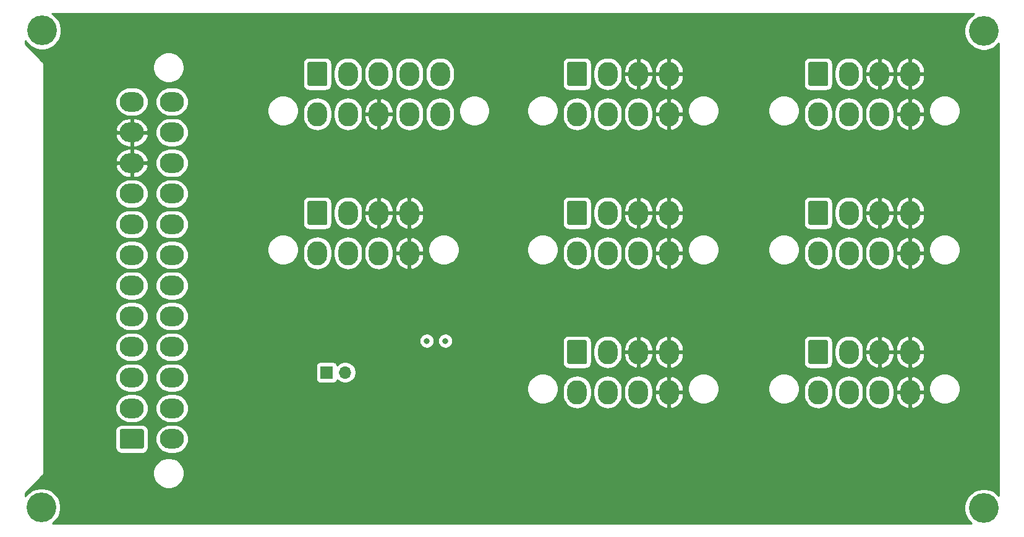
<source format=gbr>
%TF.GenerationSoftware,KiCad,Pcbnew,(5.1.7)-1*%
%TF.CreationDate,2020-11-11T18:46:53-08:00*%
%TF.ProjectId,ATX_PSU_Board,4154585f-5053-4555-9f42-6f6172642e6b,rev?*%
%TF.SameCoordinates,Original*%
%TF.FileFunction,Copper,L2,Inr*%
%TF.FilePolarity,Positive*%
%FSLAX46Y46*%
G04 Gerber Fmt 4.6, Leading zero omitted, Abs format (unit mm)*
G04 Created by KiCad (PCBNEW (5.1.7)-1) date 2020-11-11 18:46:53*
%MOMM*%
%LPD*%
G01*
G04 APERTURE LIST*
%TA.AperFunction,ComponentPad*%
%ADD10O,1.700000X1.700000*%
%TD*%
%TA.AperFunction,ComponentPad*%
%ADD11R,1.700000X1.700000*%
%TD*%
%TA.AperFunction,ComponentPad*%
%ADD12O,2.700000X3.300000*%
%TD*%
%TA.AperFunction,ComponentPad*%
%ADD13C,4.064000*%
%TD*%
%TA.AperFunction,ComponentPad*%
%ADD14O,3.300000X2.700000*%
%TD*%
%TA.AperFunction,ViaPad*%
%ADD15C,0.800000*%
%TD*%
%TA.AperFunction,Conductor*%
%ADD16C,0.254000*%
%TD*%
%TA.AperFunction,Conductor*%
%ADD17C,0.100000*%
%TD*%
G04 APERTURE END LIST*
D10*
%TO.N,GND*%
%TO.C,J1*%
X80010000Y-103124000D03*
D11*
%TO.N,/PS_ON*%
X77470000Y-103124000D03*
%TD*%
D12*
%TO.N,/+12V_SUPPLY*%
%TO.C,J5*%
X157380000Y-67730000D03*
%TO.N,/+5V_SUPPLY*%
X153180000Y-67730000D03*
X148980000Y-67730000D03*
%TO.N,/+3.3V_SUPPLY*%
X144780000Y-67730000D03*
%TO.N,/+12V_SUPPLY*%
X157380000Y-62230000D03*
X153180000Y-62230000D03*
%TO.N,GND*%
X148980000Y-62230000D03*
%TA.AperFunction,ComponentPad*%
G36*
G01*
X143430000Y-63629999D02*
X143430000Y-60830001D01*
G75*
G02*
X143680001Y-60580000I250001J0D01*
G01*
X145879999Y-60580000D01*
G75*
G02*
X146130000Y-60830001I0J-250001D01*
G01*
X146130000Y-63629999D01*
G75*
G02*
X145879999Y-63880000I-250001J0D01*
G01*
X143680001Y-63880000D01*
G75*
G02*
X143430000Y-63629999I0J250001D01*
G01*
G37*
%TD.AperFunction*%
%TD*%
%TO.N,/+12V_SUPPLY*%
%TO.C,J10*%
X157380000Y-105830000D03*
%TO.N,/+5V_SUPPLY*%
X153180000Y-105830000D03*
X148980000Y-105830000D03*
%TO.N,/+3.3V_SUPPLY*%
X144780000Y-105830000D03*
%TO.N,/+12V_SUPPLY*%
X157380000Y-100330000D03*
X153180000Y-100330000D03*
%TO.N,GND*%
X148980000Y-100330000D03*
%TA.AperFunction,ComponentPad*%
G36*
G01*
X143430000Y-101729999D02*
X143430000Y-98930001D01*
G75*
G02*
X143680001Y-98680000I250001J0D01*
G01*
X145879999Y-98680000D01*
G75*
G02*
X146130000Y-98930001I0J-250001D01*
G01*
X146130000Y-101729999D01*
G75*
G02*
X145879999Y-101980000I-250001J0D01*
G01*
X143680001Y-101980000D01*
G75*
G02*
X143430000Y-101729999I0J250001D01*
G01*
G37*
%TD.AperFunction*%
%TD*%
D13*
%TO.N,N/C*%
%TO.C,H4*%
X167436800Y-56337200D03*
%TD*%
%TO.N,N/C*%
%TO.C,H3*%
X38404800Y-121615200D03*
%TD*%
%TO.N,N/C*%
%TO.C,H2*%
X167436800Y-121716800D03*
%TD*%
%TO.N,N/C*%
%TO.C,H1*%
X38506400Y-56286400D03*
%TD*%
D12*
%TO.N,/+12V_SUPPLY*%
%TO.C,J9*%
X124360000Y-105830000D03*
%TO.N,/+5V_SUPPLY*%
X120160000Y-105830000D03*
X115960000Y-105830000D03*
%TO.N,/+3.3V_SUPPLY*%
X111760000Y-105830000D03*
%TO.N,/+12V_SUPPLY*%
X124360000Y-100330000D03*
X120160000Y-100330000D03*
%TO.N,GND*%
X115960000Y-100330000D03*
%TA.AperFunction,ComponentPad*%
G36*
G01*
X110410000Y-101729999D02*
X110410000Y-98930001D01*
G75*
G02*
X110660001Y-98680000I250001J0D01*
G01*
X112859999Y-98680000D01*
G75*
G02*
X113110000Y-98930001I0J-250001D01*
G01*
X113110000Y-101729999D01*
G75*
G02*
X112859999Y-101980000I-250001J0D01*
G01*
X110660001Y-101980000D01*
G75*
G02*
X110410000Y-101729999I0J250001D01*
G01*
G37*
%TD.AperFunction*%
%TD*%
%TO.N,/+12V_SUPPLY*%
%TO.C,J8*%
X157380000Y-86780000D03*
%TO.N,/+5V_SUPPLY*%
X153180000Y-86780000D03*
X148980000Y-86780000D03*
%TO.N,/+3.3V_SUPPLY*%
X144780000Y-86780000D03*
%TO.N,/+12V_SUPPLY*%
X157380000Y-81280000D03*
X153180000Y-81280000D03*
%TO.N,GND*%
X148980000Y-81280000D03*
%TA.AperFunction,ComponentPad*%
G36*
G01*
X143430000Y-82679999D02*
X143430000Y-79880001D01*
G75*
G02*
X143680001Y-79630000I250001J0D01*
G01*
X145879999Y-79630000D01*
G75*
G02*
X146130000Y-79880001I0J-250001D01*
G01*
X146130000Y-82679999D01*
G75*
G02*
X145879999Y-82930000I-250001J0D01*
G01*
X143680001Y-82930000D01*
G75*
G02*
X143430000Y-82679999I0J250001D01*
G01*
G37*
%TD.AperFunction*%
%TD*%
%TO.N,/+12V_SUPPLY*%
%TO.C,J7*%
X124360000Y-86780000D03*
%TO.N,/+5V_SUPPLY*%
X120160000Y-86780000D03*
X115960000Y-86780000D03*
%TO.N,/+3.3V_SUPPLY*%
X111760000Y-86780000D03*
%TO.N,/+12V_SUPPLY*%
X124360000Y-81280000D03*
X120160000Y-81280000D03*
%TO.N,GND*%
X115960000Y-81280000D03*
%TA.AperFunction,ComponentPad*%
G36*
G01*
X110410000Y-82679999D02*
X110410000Y-79880001D01*
G75*
G02*
X110660001Y-79630000I250001J0D01*
G01*
X112859999Y-79630000D01*
G75*
G02*
X113110000Y-79880001I0J-250001D01*
G01*
X113110000Y-82679999D01*
G75*
G02*
X112859999Y-82930000I-250001J0D01*
G01*
X110660001Y-82930000D01*
G75*
G02*
X110410000Y-82679999I0J250001D01*
G01*
G37*
%TD.AperFunction*%
%TD*%
%TO.N,/+12V_SUPPLY*%
%TO.C,J6*%
X88800000Y-86780000D03*
%TO.N,/+5V_SUPPLY*%
X84600000Y-86780000D03*
X80400000Y-86780000D03*
%TO.N,/+3.3V_SUPPLY*%
X76200000Y-86780000D03*
%TO.N,/+12V_SUPPLY*%
X88800000Y-81280000D03*
X84600000Y-81280000D03*
%TO.N,GND*%
X80400000Y-81280000D03*
%TA.AperFunction,ComponentPad*%
G36*
G01*
X74850000Y-82679999D02*
X74850000Y-79880001D01*
G75*
G02*
X75100001Y-79630000I250001J0D01*
G01*
X77299999Y-79630000D01*
G75*
G02*
X77550000Y-79880001I0J-250001D01*
G01*
X77550000Y-82679999D01*
G75*
G02*
X77299999Y-82930000I-250001J0D01*
G01*
X75100001Y-82930000D01*
G75*
G02*
X74850000Y-82679999I0J250001D01*
G01*
G37*
%TD.AperFunction*%
%TD*%
%TO.N,/+12V_SUPPLY*%
%TO.C,J4*%
X124360000Y-67730000D03*
%TO.N,/+5V_SUPPLY*%
X120160000Y-67730000D03*
X115960000Y-67730000D03*
%TO.N,/+3.3V_SUPPLY*%
X111760000Y-67730000D03*
%TO.N,/+12V_SUPPLY*%
X124360000Y-62230000D03*
X120160000Y-62230000D03*
%TO.N,GND*%
X115960000Y-62230000D03*
%TA.AperFunction,ComponentPad*%
G36*
G01*
X110410000Y-63629999D02*
X110410000Y-60830001D01*
G75*
G02*
X110660001Y-60580000I250001J0D01*
G01*
X112859999Y-60580000D01*
G75*
G02*
X113110000Y-60830001I0J-250001D01*
G01*
X113110000Y-63629999D01*
G75*
G02*
X112859999Y-63880000I-250001J0D01*
G01*
X110660001Y-63880000D01*
G75*
G02*
X110410000Y-63629999I0J250001D01*
G01*
G37*
%TD.AperFunction*%
%TD*%
%TO.N,GND*%
%TO.C,J3*%
X93000000Y-67730000D03*
X88800000Y-67730000D03*
%TO.N,/+12V_SUPPLY*%
X84600000Y-67730000D03*
%TO.N,/+5V_SUPPLY*%
X80400000Y-67730000D03*
X76200000Y-67730000D03*
%TO.N,GND*%
X93000000Y-62230000D03*
X88800000Y-62230000D03*
%TO.N,/+5V_SUPPLY*%
X84600000Y-62230000D03*
X80400000Y-62230000D03*
%TA.AperFunction,ComponentPad*%
G36*
G01*
X74850000Y-63629999D02*
X74850000Y-60830001D01*
G75*
G02*
X75100001Y-60580000I250001J0D01*
G01*
X77299999Y-60580000D01*
G75*
G02*
X77550000Y-60830001I0J-250001D01*
G01*
X77550000Y-63629999D01*
G75*
G02*
X77299999Y-63880000I-250001J0D01*
G01*
X75100001Y-63880000D01*
G75*
G02*
X74850000Y-63629999I0J250001D01*
G01*
G37*
%TD.AperFunction*%
%TD*%
D14*
%TO.N,GND*%
%TO.C,J2*%
X56300000Y-66040000D03*
%TO.N,/+5V_SUPPLY*%
X56300000Y-70240000D03*
X56300000Y-74440000D03*
X56300000Y-78640000D03*
%TO.N,Net-(J2-Pad20)*%
X56300000Y-82840000D03*
%TO.N,GND*%
X56300000Y-87040000D03*
X56300000Y-91240000D03*
X56300000Y-95440000D03*
%TO.N,/PS_ON*%
X56300000Y-99640000D03*
%TO.N,GND*%
X56300000Y-103840000D03*
%TO.N,Net-(J2-Pad14)*%
X56300000Y-108040000D03*
%TO.N,/+3.3V_SUPPLY*%
X56300000Y-112240000D03*
X50800000Y-66040000D03*
%TO.N,/+12V_SUPPLY*%
X50800000Y-70240000D03*
X50800000Y-74440000D03*
%TO.N,/+5VSB_SUPPLY*%
X50800000Y-78640000D03*
%TO.N,/PWR_OK*%
X50800000Y-82840000D03*
%TO.N,GND*%
X50800000Y-87040000D03*
%TO.N,/+5V_SUPPLY*%
X50800000Y-91240000D03*
%TO.N,GND*%
X50800000Y-95440000D03*
%TO.N,/+5V_SUPPLY*%
X50800000Y-99640000D03*
%TO.N,GND*%
X50800000Y-103840000D03*
%TO.N,/+3.3V_SUPPLY*%
X50800000Y-108040000D03*
%TA.AperFunction,ComponentPad*%
G36*
G01*
X52199999Y-113590000D02*
X49400001Y-113590000D01*
G75*
G02*
X49150000Y-113339999I0J250001D01*
G01*
X49150000Y-111140001D01*
G75*
G02*
X49400001Y-110890000I250001J0D01*
G01*
X52199999Y-110890000D01*
G75*
G02*
X52450000Y-111140001I0J-250001D01*
G01*
X52450000Y-113339999D01*
G75*
G02*
X52199999Y-113590000I-250001J0D01*
G01*
G37*
%TD.AperFunction*%
%TD*%
D15*
%TO.N,/+5V_SUPPLY*%
X91186000Y-98806000D03*
%TO.N,/+3.3V_SUPPLY*%
X93726000Y-98806000D03*
%TO.N,/+12V_SUPPLY*%
X96266000Y-98806000D03*
%TD*%
D16*
%TO.N,/+12V_SUPPLY*%
X165736687Y-54265606D02*
X165365206Y-54637087D01*
X165073336Y-55073902D01*
X164872292Y-55559265D01*
X164769800Y-56074523D01*
X164769800Y-56599877D01*
X164872292Y-57115135D01*
X165073336Y-57600498D01*
X165365206Y-58037313D01*
X165736687Y-58408794D01*
X166173502Y-58700664D01*
X166658865Y-58901708D01*
X167174123Y-59004200D01*
X167699477Y-59004200D01*
X168214735Y-58901708D01*
X168700098Y-58700664D01*
X169136913Y-58408794D01*
X169508394Y-58037313D01*
X169520001Y-58019942D01*
X169520000Y-120034057D01*
X169508394Y-120016687D01*
X169136913Y-119645206D01*
X168700098Y-119353336D01*
X168214735Y-119152292D01*
X167699477Y-119049800D01*
X167174123Y-119049800D01*
X166658865Y-119152292D01*
X166173502Y-119353336D01*
X165736687Y-119645206D01*
X165365206Y-120016687D01*
X165073336Y-120453502D01*
X164872292Y-120938865D01*
X164769800Y-121454123D01*
X164769800Y-121979477D01*
X164872292Y-122494735D01*
X165073336Y-122980098D01*
X165365206Y-123416913D01*
X165736687Y-123788394D01*
X165754057Y-123800000D01*
X39935488Y-123800000D01*
X40104913Y-123686794D01*
X40476394Y-123315313D01*
X40768264Y-122878498D01*
X40969308Y-122393135D01*
X41071800Y-121877877D01*
X41071800Y-121352523D01*
X40969308Y-120837265D01*
X40768264Y-120351902D01*
X40476394Y-119915087D01*
X40104913Y-119543606D01*
X39668098Y-119251736D01*
X39182735Y-119050692D01*
X38667477Y-118948200D01*
X38142123Y-118948200D01*
X37626865Y-119050692D01*
X37141502Y-119251736D01*
X36704687Y-119543606D01*
X36333206Y-119915087D01*
X36220000Y-120084512D01*
X36220000Y-119653380D01*
X38543769Y-117329612D01*
X38568948Y-117308948D01*
X38651425Y-117208450D01*
X38712710Y-117093793D01*
X38750450Y-116969383D01*
X38760000Y-116872419D01*
X38760000Y-116872410D01*
X38763192Y-116840001D01*
X38760000Y-116807592D01*
X38760000Y-116729721D01*
X53705000Y-116729721D01*
X53705000Y-117150279D01*
X53787047Y-117562756D01*
X53947988Y-117951302D01*
X54181637Y-118300983D01*
X54479017Y-118598363D01*
X54828698Y-118832012D01*
X55217244Y-118992953D01*
X55629721Y-119075000D01*
X56050279Y-119075000D01*
X56462756Y-118992953D01*
X56851302Y-118832012D01*
X57200983Y-118598363D01*
X57498363Y-118300983D01*
X57732012Y-117951302D01*
X57892953Y-117562756D01*
X57975000Y-117150279D01*
X57975000Y-116729721D01*
X57892953Y-116317244D01*
X57732012Y-115928698D01*
X57498363Y-115579017D01*
X57200983Y-115281637D01*
X56851302Y-115047988D01*
X56462756Y-114887047D01*
X56050279Y-114805000D01*
X55629721Y-114805000D01*
X55217244Y-114887047D01*
X54828698Y-115047988D01*
X54479017Y-115281637D01*
X54181637Y-115579017D01*
X53947988Y-115928698D01*
X53787047Y-116317244D01*
X53705000Y-116729721D01*
X38760000Y-116729721D01*
X38760000Y-111140001D01*
X48511928Y-111140001D01*
X48511928Y-113339999D01*
X48528992Y-113513253D01*
X48579529Y-113679850D01*
X48661595Y-113833386D01*
X48772039Y-113967961D01*
X48906614Y-114078405D01*
X49060150Y-114160471D01*
X49226747Y-114211008D01*
X49400001Y-114228072D01*
X52199999Y-114228072D01*
X52373253Y-114211008D01*
X52539850Y-114160471D01*
X52693386Y-114078405D01*
X52827961Y-113967961D01*
X52938405Y-113833386D01*
X53020471Y-113679850D01*
X53071008Y-113513253D01*
X53088072Y-113339999D01*
X53088072Y-112240000D01*
X54005396Y-112240000D01*
X54043722Y-112629128D01*
X54157226Y-113003302D01*
X54341547Y-113348143D01*
X54589602Y-113650398D01*
X54891857Y-113898453D01*
X55236698Y-114082774D01*
X55610872Y-114196278D01*
X55902490Y-114225000D01*
X56697510Y-114225000D01*
X56989128Y-114196278D01*
X57363302Y-114082774D01*
X57708143Y-113898453D01*
X58010398Y-113650398D01*
X58258453Y-113348143D01*
X58442774Y-113003302D01*
X58556278Y-112629128D01*
X58594604Y-112240000D01*
X58556278Y-111850872D01*
X58442774Y-111476698D01*
X58258453Y-111131857D01*
X58010398Y-110829602D01*
X57708143Y-110581547D01*
X57363302Y-110397226D01*
X56989128Y-110283722D01*
X56697510Y-110255000D01*
X55902490Y-110255000D01*
X55610872Y-110283722D01*
X55236698Y-110397226D01*
X54891857Y-110581547D01*
X54589602Y-110829602D01*
X54341547Y-111131857D01*
X54157226Y-111476698D01*
X54043722Y-111850872D01*
X54005396Y-112240000D01*
X53088072Y-112240000D01*
X53088072Y-111140001D01*
X53071008Y-110966747D01*
X53020471Y-110800150D01*
X52938405Y-110646614D01*
X52827961Y-110512039D01*
X52693386Y-110401595D01*
X52539850Y-110319529D01*
X52373253Y-110268992D01*
X52199999Y-110251928D01*
X49400001Y-110251928D01*
X49226747Y-110268992D01*
X49060150Y-110319529D01*
X48906614Y-110401595D01*
X48772039Y-110512039D01*
X48661595Y-110646614D01*
X48579529Y-110800150D01*
X48528992Y-110966747D01*
X48511928Y-111140001D01*
X38760000Y-111140001D01*
X38760000Y-108040000D01*
X48505396Y-108040000D01*
X48543722Y-108429128D01*
X48657226Y-108803302D01*
X48841547Y-109148143D01*
X49089602Y-109450398D01*
X49391857Y-109698453D01*
X49736698Y-109882774D01*
X50110872Y-109996278D01*
X50402490Y-110025000D01*
X51197510Y-110025000D01*
X51489128Y-109996278D01*
X51863302Y-109882774D01*
X52208143Y-109698453D01*
X52510398Y-109450398D01*
X52758453Y-109148143D01*
X52942774Y-108803302D01*
X53056278Y-108429128D01*
X53094604Y-108040000D01*
X54005396Y-108040000D01*
X54043722Y-108429128D01*
X54157226Y-108803302D01*
X54341547Y-109148143D01*
X54589602Y-109450398D01*
X54891857Y-109698453D01*
X55236698Y-109882774D01*
X55610872Y-109996278D01*
X55902490Y-110025000D01*
X56697510Y-110025000D01*
X56989128Y-109996278D01*
X57363302Y-109882774D01*
X57708143Y-109698453D01*
X58010398Y-109450398D01*
X58258453Y-109148143D01*
X58442774Y-108803302D01*
X58556278Y-108429128D01*
X58594604Y-108040000D01*
X58556278Y-107650872D01*
X58442774Y-107276698D01*
X58258453Y-106931857D01*
X58010398Y-106629602D01*
X57708143Y-106381547D01*
X57363302Y-106197226D01*
X56989128Y-106083722D01*
X56697510Y-106055000D01*
X55902490Y-106055000D01*
X55610872Y-106083722D01*
X55236698Y-106197226D01*
X54891857Y-106381547D01*
X54589602Y-106629602D01*
X54341547Y-106931857D01*
X54157226Y-107276698D01*
X54043722Y-107650872D01*
X54005396Y-108040000D01*
X53094604Y-108040000D01*
X53056278Y-107650872D01*
X52942774Y-107276698D01*
X52758453Y-106931857D01*
X52510398Y-106629602D01*
X52208143Y-106381547D01*
X51863302Y-106197226D01*
X51489128Y-106083722D01*
X51197510Y-106055000D01*
X50402490Y-106055000D01*
X50110872Y-106083722D01*
X49736698Y-106197226D01*
X49391857Y-106381547D01*
X49089602Y-106629602D01*
X48841547Y-106931857D01*
X48657226Y-107276698D01*
X48543722Y-107650872D01*
X48505396Y-108040000D01*
X38760000Y-108040000D01*
X38760000Y-103840000D01*
X48505396Y-103840000D01*
X48543722Y-104229128D01*
X48657226Y-104603302D01*
X48841547Y-104948143D01*
X49089602Y-105250398D01*
X49391857Y-105498453D01*
X49736698Y-105682774D01*
X50110872Y-105796278D01*
X50402490Y-105825000D01*
X51197510Y-105825000D01*
X51489128Y-105796278D01*
X51863302Y-105682774D01*
X52208143Y-105498453D01*
X52510398Y-105250398D01*
X52758453Y-104948143D01*
X52942774Y-104603302D01*
X53056278Y-104229128D01*
X53094604Y-103840000D01*
X54005396Y-103840000D01*
X54043722Y-104229128D01*
X54157226Y-104603302D01*
X54341547Y-104948143D01*
X54589602Y-105250398D01*
X54891857Y-105498453D01*
X55236698Y-105682774D01*
X55610872Y-105796278D01*
X55902490Y-105825000D01*
X56697510Y-105825000D01*
X56989128Y-105796278D01*
X57363302Y-105682774D01*
X57708143Y-105498453D01*
X58010398Y-105250398D01*
X58084814Y-105159721D01*
X104925000Y-105159721D01*
X104925000Y-105580279D01*
X105007047Y-105992756D01*
X105167988Y-106381302D01*
X105401637Y-106730983D01*
X105699017Y-107028363D01*
X106048698Y-107262012D01*
X106437244Y-107422953D01*
X106849721Y-107505000D01*
X107270279Y-107505000D01*
X107682756Y-107422953D01*
X108071302Y-107262012D01*
X108420983Y-107028363D01*
X108718363Y-106730983D01*
X108952012Y-106381302D01*
X109112953Y-105992756D01*
X109195000Y-105580279D01*
X109195000Y-105432491D01*
X109775000Y-105432491D01*
X109775000Y-106227510D01*
X109803722Y-106519128D01*
X109917226Y-106893302D01*
X110101547Y-107238143D01*
X110349603Y-107540398D01*
X110651858Y-107788453D01*
X110996699Y-107972774D01*
X111370873Y-108086278D01*
X111760000Y-108124604D01*
X112149128Y-108086278D01*
X112523302Y-107972774D01*
X112868143Y-107788453D01*
X113170398Y-107540398D01*
X113418453Y-107238143D01*
X113602774Y-106893302D01*
X113716278Y-106519127D01*
X113745000Y-106227509D01*
X113745000Y-105432491D01*
X113975000Y-105432491D01*
X113975000Y-106227510D01*
X114003722Y-106519128D01*
X114117226Y-106893302D01*
X114301547Y-107238143D01*
X114549603Y-107540398D01*
X114851858Y-107788453D01*
X115196699Y-107972774D01*
X115570873Y-108086278D01*
X115960000Y-108124604D01*
X116349128Y-108086278D01*
X116723302Y-107972774D01*
X117068143Y-107788453D01*
X117370398Y-107540398D01*
X117618453Y-107238143D01*
X117802774Y-106893302D01*
X117916278Y-106519127D01*
X117945000Y-106227509D01*
X117945000Y-105432491D01*
X118175000Y-105432491D01*
X118175000Y-106227510D01*
X118203722Y-106519128D01*
X118317226Y-106893302D01*
X118501547Y-107238143D01*
X118749603Y-107540398D01*
X119051858Y-107788453D01*
X119396699Y-107972774D01*
X119770873Y-108086278D01*
X120160000Y-108124604D01*
X120549128Y-108086278D01*
X120923302Y-107972774D01*
X121268143Y-107788453D01*
X121570398Y-107540398D01*
X121818453Y-107238143D01*
X122002774Y-106893302D01*
X122116278Y-106519127D01*
X122145000Y-106227509D01*
X122145000Y-105957000D01*
X122375000Y-105957000D01*
X122375000Y-106257000D01*
X122437918Y-106641814D01*
X122574700Y-107006959D01*
X122780090Y-107338403D01*
X123046195Y-107623409D01*
X123362789Y-107851024D01*
X123717705Y-108012501D01*
X123924677Y-108066677D01*
X124233000Y-107951829D01*
X124233000Y-105957000D01*
X124487000Y-105957000D01*
X124487000Y-107951829D01*
X124795323Y-108066677D01*
X125002295Y-108012501D01*
X125357211Y-107851024D01*
X125673805Y-107623409D01*
X125939910Y-107338403D01*
X126145300Y-107006959D01*
X126282082Y-106641814D01*
X126345000Y-106257000D01*
X126345000Y-105957000D01*
X124487000Y-105957000D01*
X124233000Y-105957000D01*
X122375000Y-105957000D01*
X122145000Y-105957000D01*
X122145000Y-105432490D01*
X122142096Y-105403000D01*
X122375000Y-105403000D01*
X122375000Y-105703000D01*
X124233000Y-105703000D01*
X124233000Y-103708171D01*
X124487000Y-103708171D01*
X124487000Y-105703000D01*
X126345000Y-105703000D01*
X126345000Y-105403000D01*
X126305224Y-105159721D01*
X126925000Y-105159721D01*
X126925000Y-105580279D01*
X127007047Y-105992756D01*
X127167988Y-106381302D01*
X127401637Y-106730983D01*
X127699017Y-107028363D01*
X128048698Y-107262012D01*
X128437244Y-107422953D01*
X128849721Y-107505000D01*
X129270279Y-107505000D01*
X129682756Y-107422953D01*
X130071302Y-107262012D01*
X130420983Y-107028363D01*
X130718363Y-106730983D01*
X130952012Y-106381302D01*
X131112953Y-105992756D01*
X131195000Y-105580279D01*
X131195000Y-105159721D01*
X137945000Y-105159721D01*
X137945000Y-105580279D01*
X138027047Y-105992756D01*
X138187988Y-106381302D01*
X138421637Y-106730983D01*
X138719017Y-107028363D01*
X139068698Y-107262012D01*
X139457244Y-107422953D01*
X139869721Y-107505000D01*
X140290279Y-107505000D01*
X140702756Y-107422953D01*
X141091302Y-107262012D01*
X141440983Y-107028363D01*
X141738363Y-106730983D01*
X141972012Y-106381302D01*
X142132953Y-105992756D01*
X142215000Y-105580279D01*
X142215000Y-105432491D01*
X142795000Y-105432491D01*
X142795000Y-106227510D01*
X142823722Y-106519128D01*
X142937226Y-106893302D01*
X143121547Y-107238143D01*
X143369603Y-107540398D01*
X143671858Y-107788453D01*
X144016699Y-107972774D01*
X144390873Y-108086278D01*
X144780000Y-108124604D01*
X145169128Y-108086278D01*
X145543302Y-107972774D01*
X145888143Y-107788453D01*
X146190398Y-107540398D01*
X146438453Y-107238143D01*
X146622774Y-106893302D01*
X146736278Y-106519127D01*
X146765000Y-106227509D01*
X146765000Y-105432491D01*
X146995000Y-105432491D01*
X146995000Y-106227510D01*
X147023722Y-106519128D01*
X147137226Y-106893302D01*
X147321547Y-107238143D01*
X147569603Y-107540398D01*
X147871858Y-107788453D01*
X148216699Y-107972774D01*
X148590873Y-108086278D01*
X148980000Y-108124604D01*
X149369128Y-108086278D01*
X149743302Y-107972774D01*
X150088143Y-107788453D01*
X150390398Y-107540398D01*
X150638453Y-107238143D01*
X150822774Y-106893302D01*
X150936278Y-106519127D01*
X150965000Y-106227509D01*
X150965000Y-105432491D01*
X151195000Y-105432491D01*
X151195000Y-106227510D01*
X151223722Y-106519128D01*
X151337226Y-106893302D01*
X151521547Y-107238143D01*
X151769603Y-107540398D01*
X152071858Y-107788453D01*
X152416699Y-107972774D01*
X152790873Y-108086278D01*
X153180000Y-108124604D01*
X153569128Y-108086278D01*
X153943302Y-107972774D01*
X154288143Y-107788453D01*
X154590398Y-107540398D01*
X154838453Y-107238143D01*
X155022774Y-106893302D01*
X155136278Y-106519127D01*
X155165000Y-106227509D01*
X155165000Y-105957000D01*
X155395000Y-105957000D01*
X155395000Y-106257000D01*
X155457918Y-106641814D01*
X155594700Y-107006959D01*
X155800090Y-107338403D01*
X156066195Y-107623409D01*
X156382789Y-107851024D01*
X156737705Y-108012501D01*
X156944677Y-108066677D01*
X157253000Y-107951829D01*
X157253000Y-105957000D01*
X157507000Y-105957000D01*
X157507000Y-107951829D01*
X157815323Y-108066677D01*
X158022295Y-108012501D01*
X158377211Y-107851024D01*
X158693805Y-107623409D01*
X158959910Y-107338403D01*
X159165300Y-107006959D01*
X159302082Y-106641814D01*
X159365000Y-106257000D01*
X159365000Y-105957000D01*
X157507000Y-105957000D01*
X157253000Y-105957000D01*
X155395000Y-105957000D01*
X155165000Y-105957000D01*
X155165000Y-105432490D01*
X155162096Y-105403000D01*
X155395000Y-105403000D01*
X155395000Y-105703000D01*
X157253000Y-105703000D01*
X157253000Y-103708171D01*
X157507000Y-103708171D01*
X157507000Y-105703000D01*
X159365000Y-105703000D01*
X159365000Y-105403000D01*
X159325224Y-105159721D01*
X159945000Y-105159721D01*
X159945000Y-105580279D01*
X160027047Y-105992756D01*
X160187988Y-106381302D01*
X160421637Y-106730983D01*
X160719017Y-107028363D01*
X161068698Y-107262012D01*
X161457244Y-107422953D01*
X161869721Y-107505000D01*
X162290279Y-107505000D01*
X162702756Y-107422953D01*
X163091302Y-107262012D01*
X163440983Y-107028363D01*
X163738363Y-106730983D01*
X163972012Y-106381302D01*
X164132953Y-105992756D01*
X164215000Y-105580279D01*
X164215000Y-105159721D01*
X164132953Y-104747244D01*
X163972012Y-104358698D01*
X163738363Y-104009017D01*
X163440983Y-103711637D01*
X163091302Y-103477988D01*
X162702756Y-103317047D01*
X162290279Y-103235000D01*
X161869721Y-103235000D01*
X161457244Y-103317047D01*
X161068698Y-103477988D01*
X160719017Y-103711637D01*
X160421637Y-104009017D01*
X160187988Y-104358698D01*
X160027047Y-104747244D01*
X159945000Y-105159721D01*
X159325224Y-105159721D01*
X159302082Y-105018186D01*
X159165300Y-104653041D01*
X158959910Y-104321597D01*
X158693805Y-104036591D01*
X158377211Y-103808976D01*
X158022295Y-103647499D01*
X157815323Y-103593323D01*
X157507000Y-103708171D01*
X157253000Y-103708171D01*
X156944677Y-103593323D01*
X156737705Y-103647499D01*
X156382789Y-103808976D01*
X156066195Y-104036591D01*
X155800090Y-104321597D01*
X155594700Y-104653041D01*
X155457918Y-105018186D01*
X155395000Y-105403000D01*
X155162096Y-105403000D01*
X155136278Y-105140872D01*
X155022774Y-104766698D01*
X154838453Y-104421857D01*
X154590398Y-104119602D01*
X154288143Y-103871547D01*
X153943301Y-103687226D01*
X153569127Y-103573722D01*
X153180000Y-103535396D01*
X152790872Y-103573722D01*
X152416698Y-103687226D01*
X152071857Y-103871547D01*
X151769602Y-104119602D01*
X151521547Y-104421857D01*
X151337226Y-104766699D01*
X151223722Y-105140873D01*
X151195000Y-105432491D01*
X150965000Y-105432491D01*
X150965000Y-105432490D01*
X150936278Y-105140872D01*
X150822774Y-104766698D01*
X150638453Y-104421857D01*
X150390398Y-104119602D01*
X150088143Y-103871547D01*
X149743301Y-103687226D01*
X149369127Y-103573722D01*
X148980000Y-103535396D01*
X148590872Y-103573722D01*
X148216698Y-103687226D01*
X147871857Y-103871547D01*
X147569602Y-104119602D01*
X147321547Y-104421857D01*
X147137226Y-104766699D01*
X147023722Y-105140873D01*
X146995000Y-105432491D01*
X146765000Y-105432491D01*
X146765000Y-105432490D01*
X146736278Y-105140872D01*
X146622774Y-104766698D01*
X146438453Y-104421857D01*
X146190398Y-104119602D01*
X145888143Y-103871547D01*
X145543301Y-103687226D01*
X145169127Y-103573722D01*
X144780000Y-103535396D01*
X144390872Y-103573722D01*
X144016698Y-103687226D01*
X143671857Y-103871547D01*
X143369602Y-104119602D01*
X143121547Y-104421857D01*
X142937226Y-104766699D01*
X142823722Y-105140873D01*
X142795000Y-105432491D01*
X142215000Y-105432491D01*
X142215000Y-105159721D01*
X142132953Y-104747244D01*
X141972012Y-104358698D01*
X141738363Y-104009017D01*
X141440983Y-103711637D01*
X141091302Y-103477988D01*
X140702756Y-103317047D01*
X140290279Y-103235000D01*
X139869721Y-103235000D01*
X139457244Y-103317047D01*
X139068698Y-103477988D01*
X138719017Y-103711637D01*
X138421637Y-104009017D01*
X138187988Y-104358698D01*
X138027047Y-104747244D01*
X137945000Y-105159721D01*
X131195000Y-105159721D01*
X131112953Y-104747244D01*
X130952012Y-104358698D01*
X130718363Y-104009017D01*
X130420983Y-103711637D01*
X130071302Y-103477988D01*
X129682756Y-103317047D01*
X129270279Y-103235000D01*
X128849721Y-103235000D01*
X128437244Y-103317047D01*
X128048698Y-103477988D01*
X127699017Y-103711637D01*
X127401637Y-104009017D01*
X127167988Y-104358698D01*
X127007047Y-104747244D01*
X126925000Y-105159721D01*
X126305224Y-105159721D01*
X126282082Y-105018186D01*
X126145300Y-104653041D01*
X125939910Y-104321597D01*
X125673805Y-104036591D01*
X125357211Y-103808976D01*
X125002295Y-103647499D01*
X124795323Y-103593323D01*
X124487000Y-103708171D01*
X124233000Y-103708171D01*
X123924677Y-103593323D01*
X123717705Y-103647499D01*
X123362789Y-103808976D01*
X123046195Y-104036591D01*
X122780090Y-104321597D01*
X122574700Y-104653041D01*
X122437918Y-105018186D01*
X122375000Y-105403000D01*
X122142096Y-105403000D01*
X122116278Y-105140872D01*
X122002774Y-104766698D01*
X121818453Y-104421857D01*
X121570398Y-104119602D01*
X121268143Y-103871547D01*
X120923301Y-103687226D01*
X120549127Y-103573722D01*
X120160000Y-103535396D01*
X119770872Y-103573722D01*
X119396698Y-103687226D01*
X119051857Y-103871547D01*
X118749602Y-104119602D01*
X118501547Y-104421857D01*
X118317226Y-104766699D01*
X118203722Y-105140873D01*
X118175000Y-105432491D01*
X117945000Y-105432491D01*
X117945000Y-105432490D01*
X117916278Y-105140872D01*
X117802774Y-104766698D01*
X117618453Y-104421857D01*
X117370398Y-104119602D01*
X117068143Y-103871547D01*
X116723301Y-103687226D01*
X116349127Y-103573722D01*
X115960000Y-103535396D01*
X115570872Y-103573722D01*
X115196698Y-103687226D01*
X114851857Y-103871547D01*
X114549602Y-104119602D01*
X114301547Y-104421857D01*
X114117226Y-104766699D01*
X114003722Y-105140873D01*
X113975000Y-105432491D01*
X113745000Y-105432491D01*
X113745000Y-105432490D01*
X113716278Y-105140872D01*
X113602774Y-104766698D01*
X113418453Y-104421857D01*
X113170398Y-104119602D01*
X112868143Y-103871547D01*
X112523301Y-103687226D01*
X112149127Y-103573722D01*
X111760000Y-103535396D01*
X111370872Y-103573722D01*
X110996698Y-103687226D01*
X110651857Y-103871547D01*
X110349602Y-104119602D01*
X110101547Y-104421857D01*
X109917226Y-104766699D01*
X109803722Y-105140873D01*
X109775000Y-105432491D01*
X109195000Y-105432491D01*
X109195000Y-105159721D01*
X109112953Y-104747244D01*
X108952012Y-104358698D01*
X108718363Y-104009017D01*
X108420983Y-103711637D01*
X108071302Y-103477988D01*
X107682756Y-103317047D01*
X107270279Y-103235000D01*
X106849721Y-103235000D01*
X106437244Y-103317047D01*
X106048698Y-103477988D01*
X105699017Y-103711637D01*
X105401637Y-104009017D01*
X105167988Y-104358698D01*
X105007047Y-104747244D01*
X104925000Y-105159721D01*
X58084814Y-105159721D01*
X58258453Y-104948143D01*
X58442774Y-104603302D01*
X58556278Y-104229128D01*
X58594604Y-103840000D01*
X58556278Y-103450872D01*
X58442774Y-103076698D01*
X58258453Y-102731857D01*
X58010398Y-102429602D01*
X57820797Y-102274000D01*
X75981928Y-102274000D01*
X75981928Y-103974000D01*
X75994188Y-104098482D01*
X76030498Y-104218180D01*
X76089463Y-104328494D01*
X76168815Y-104425185D01*
X76265506Y-104504537D01*
X76375820Y-104563502D01*
X76495518Y-104599812D01*
X76620000Y-104612072D01*
X78320000Y-104612072D01*
X78444482Y-104599812D01*
X78564180Y-104563502D01*
X78674494Y-104504537D01*
X78771185Y-104425185D01*
X78850537Y-104328494D01*
X78909502Y-104218180D01*
X78931513Y-104145620D01*
X79063368Y-104277475D01*
X79306589Y-104439990D01*
X79576842Y-104551932D01*
X79863740Y-104609000D01*
X80156260Y-104609000D01*
X80443158Y-104551932D01*
X80713411Y-104439990D01*
X80956632Y-104277475D01*
X81163475Y-104070632D01*
X81325990Y-103827411D01*
X81437932Y-103557158D01*
X81495000Y-103270260D01*
X81495000Y-102977740D01*
X81437932Y-102690842D01*
X81325990Y-102420589D01*
X81163475Y-102177368D01*
X80956632Y-101970525D01*
X80713411Y-101808010D01*
X80443158Y-101696068D01*
X80156260Y-101639000D01*
X79863740Y-101639000D01*
X79576842Y-101696068D01*
X79306589Y-101808010D01*
X79063368Y-101970525D01*
X78931513Y-102102380D01*
X78909502Y-102029820D01*
X78850537Y-101919506D01*
X78771185Y-101822815D01*
X78674494Y-101743463D01*
X78564180Y-101684498D01*
X78444482Y-101648188D01*
X78320000Y-101635928D01*
X76620000Y-101635928D01*
X76495518Y-101648188D01*
X76375820Y-101684498D01*
X76265506Y-101743463D01*
X76168815Y-101822815D01*
X76089463Y-101919506D01*
X76030498Y-102029820D01*
X75994188Y-102149518D01*
X75981928Y-102274000D01*
X57820797Y-102274000D01*
X57708143Y-102181547D01*
X57363302Y-101997226D01*
X56989128Y-101883722D01*
X56697510Y-101855000D01*
X55902490Y-101855000D01*
X55610872Y-101883722D01*
X55236698Y-101997226D01*
X54891857Y-102181547D01*
X54589602Y-102429602D01*
X54341547Y-102731857D01*
X54157226Y-103076698D01*
X54043722Y-103450872D01*
X54005396Y-103840000D01*
X53094604Y-103840000D01*
X53056278Y-103450872D01*
X52942774Y-103076698D01*
X52758453Y-102731857D01*
X52510398Y-102429602D01*
X52208143Y-102181547D01*
X51863302Y-101997226D01*
X51489128Y-101883722D01*
X51197510Y-101855000D01*
X50402490Y-101855000D01*
X50110872Y-101883722D01*
X49736698Y-101997226D01*
X49391857Y-102181547D01*
X49089602Y-102429602D01*
X48841547Y-102731857D01*
X48657226Y-103076698D01*
X48543722Y-103450872D01*
X48505396Y-103840000D01*
X38760000Y-103840000D01*
X38760000Y-99640000D01*
X48505396Y-99640000D01*
X48543722Y-100029128D01*
X48657226Y-100403302D01*
X48841547Y-100748143D01*
X49089602Y-101050398D01*
X49391857Y-101298453D01*
X49736698Y-101482774D01*
X50110872Y-101596278D01*
X50402490Y-101625000D01*
X51197510Y-101625000D01*
X51489128Y-101596278D01*
X51863302Y-101482774D01*
X52208143Y-101298453D01*
X52510398Y-101050398D01*
X52758453Y-100748143D01*
X52942774Y-100403302D01*
X53056278Y-100029128D01*
X53094604Y-99640000D01*
X54005396Y-99640000D01*
X54043722Y-100029128D01*
X54157226Y-100403302D01*
X54341547Y-100748143D01*
X54589602Y-101050398D01*
X54891857Y-101298453D01*
X55236698Y-101482774D01*
X55610872Y-101596278D01*
X55902490Y-101625000D01*
X56697510Y-101625000D01*
X56989128Y-101596278D01*
X57363302Y-101482774D01*
X57708143Y-101298453D01*
X58010398Y-101050398D01*
X58258453Y-100748143D01*
X58442774Y-100403302D01*
X58556278Y-100029128D01*
X58594604Y-99640000D01*
X58556278Y-99250872D01*
X58442774Y-98876698D01*
X58350498Y-98704061D01*
X90151000Y-98704061D01*
X90151000Y-98907939D01*
X90190774Y-99107898D01*
X90268795Y-99296256D01*
X90382063Y-99465774D01*
X90526226Y-99609937D01*
X90695744Y-99723205D01*
X90884102Y-99801226D01*
X91084061Y-99841000D01*
X91287939Y-99841000D01*
X91487898Y-99801226D01*
X91676256Y-99723205D01*
X91845774Y-99609937D01*
X91989937Y-99465774D01*
X92103205Y-99296256D01*
X92181226Y-99107898D01*
X92221000Y-98907939D01*
X92221000Y-98704061D01*
X92691000Y-98704061D01*
X92691000Y-98907939D01*
X92730774Y-99107898D01*
X92808795Y-99296256D01*
X92922063Y-99465774D01*
X93066226Y-99609937D01*
X93235744Y-99723205D01*
X93424102Y-99801226D01*
X93624061Y-99841000D01*
X93827939Y-99841000D01*
X94027898Y-99801226D01*
X94216256Y-99723205D01*
X94385774Y-99609937D01*
X94529937Y-99465774D01*
X94643205Y-99296256D01*
X94721226Y-99107898D01*
X94756611Y-98930001D01*
X109771928Y-98930001D01*
X109771928Y-101729999D01*
X109788992Y-101903253D01*
X109839529Y-102069850D01*
X109921595Y-102223386D01*
X110032039Y-102357961D01*
X110166614Y-102468405D01*
X110320150Y-102550471D01*
X110486747Y-102601008D01*
X110660001Y-102618072D01*
X112859999Y-102618072D01*
X113033253Y-102601008D01*
X113199850Y-102550471D01*
X113353386Y-102468405D01*
X113487961Y-102357961D01*
X113598405Y-102223386D01*
X113680471Y-102069850D01*
X113731008Y-101903253D01*
X113748072Y-101729999D01*
X113748072Y-99932491D01*
X113975000Y-99932491D01*
X113975000Y-100727510D01*
X114003722Y-101019128D01*
X114117226Y-101393302D01*
X114301547Y-101738143D01*
X114549603Y-102040398D01*
X114851858Y-102288453D01*
X115196699Y-102472774D01*
X115570873Y-102586278D01*
X115960000Y-102624604D01*
X116349128Y-102586278D01*
X116723302Y-102472774D01*
X117068143Y-102288453D01*
X117370398Y-102040398D01*
X117618453Y-101738143D01*
X117802774Y-101393302D01*
X117916278Y-101019127D01*
X117945000Y-100727509D01*
X117945000Y-100457000D01*
X118175000Y-100457000D01*
X118175000Y-100757000D01*
X118237918Y-101141814D01*
X118374700Y-101506959D01*
X118580090Y-101838403D01*
X118846195Y-102123409D01*
X119162789Y-102351024D01*
X119517705Y-102512501D01*
X119724677Y-102566677D01*
X120033000Y-102451829D01*
X120033000Y-100457000D01*
X120287000Y-100457000D01*
X120287000Y-102451829D01*
X120595323Y-102566677D01*
X120802295Y-102512501D01*
X121157211Y-102351024D01*
X121473805Y-102123409D01*
X121739910Y-101838403D01*
X121945300Y-101506959D01*
X122082082Y-101141814D01*
X122145000Y-100757000D01*
X122145000Y-100457000D01*
X122375000Y-100457000D01*
X122375000Y-100757000D01*
X122437918Y-101141814D01*
X122574700Y-101506959D01*
X122780090Y-101838403D01*
X123046195Y-102123409D01*
X123362789Y-102351024D01*
X123717705Y-102512501D01*
X123924677Y-102566677D01*
X124233000Y-102451829D01*
X124233000Y-100457000D01*
X124487000Y-100457000D01*
X124487000Y-102451829D01*
X124795323Y-102566677D01*
X125002295Y-102512501D01*
X125357211Y-102351024D01*
X125673805Y-102123409D01*
X125939910Y-101838403D01*
X126145300Y-101506959D01*
X126282082Y-101141814D01*
X126345000Y-100757000D01*
X126345000Y-100457000D01*
X124487000Y-100457000D01*
X124233000Y-100457000D01*
X122375000Y-100457000D01*
X122145000Y-100457000D01*
X120287000Y-100457000D01*
X120033000Y-100457000D01*
X118175000Y-100457000D01*
X117945000Y-100457000D01*
X117945000Y-99932490D01*
X117942096Y-99903000D01*
X118175000Y-99903000D01*
X118175000Y-100203000D01*
X120033000Y-100203000D01*
X120033000Y-98208171D01*
X120287000Y-98208171D01*
X120287000Y-100203000D01*
X122145000Y-100203000D01*
X122145000Y-99903000D01*
X122375000Y-99903000D01*
X122375000Y-100203000D01*
X124233000Y-100203000D01*
X124233000Y-98208171D01*
X124487000Y-98208171D01*
X124487000Y-100203000D01*
X126345000Y-100203000D01*
X126345000Y-99903000D01*
X126282082Y-99518186D01*
X126145300Y-99153041D01*
X126007087Y-98930001D01*
X142791928Y-98930001D01*
X142791928Y-101729999D01*
X142808992Y-101903253D01*
X142859529Y-102069850D01*
X142941595Y-102223386D01*
X143052039Y-102357961D01*
X143186614Y-102468405D01*
X143340150Y-102550471D01*
X143506747Y-102601008D01*
X143680001Y-102618072D01*
X145879999Y-102618072D01*
X146053253Y-102601008D01*
X146219850Y-102550471D01*
X146373386Y-102468405D01*
X146507961Y-102357961D01*
X146618405Y-102223386D01*
X146700471Y-102069850D01*
X146751008Y-101903253D01*
X146768072Y-101729999D01*
X146768072Y-99932491D01*
X146995000Y-99932491D01*
X146995000Y-100727510D01*
X147023722Y-101019128D01*
X147137226Y-101393302D01*
X147321547Y-101738143D01*
X147569603Y-102040398D01*
X147871858Y-102288453D01*
X148216699Y-102472774D01*
X148590873Y-102586278D01*
X148980000Y-102624604D01*
X149369128Y-102586278D01*
X149743302Y-102472774D01*
X150088143Y-102288453D01*
X150390398Y-102040398D01*
X150638453Y-101738143D01*
X150822774Y-101393302D01*
X150936278Y-101019127D01*
X150965000Y-100727509D01*
X150965000Y-100457000D01*
X151195000Y-100457000D01*
X151195000Y-100757000D01*
X151257918Y-101141814D01*
X151394700Y-101506959D01*
X151600090Y-101838403D01*
X151866195Y-102123409D01*
X152182789Y-102351024D01*
X152537705Y-102512501D01*
X152744677Y-102566677D01*
X153053000Y-102451829D01*
X153053000Y-100457000D01*
X153307000Y-100457000D01*
X153307000Y-102451829D01*
X153615323Y-102566677D01*
X153822295Y-102512501D01*
X154177211Y-102351024D01*
X154493805Y-102123409D01*
X154759910Y-101838403D01*
X154965300Y-101506959D01*
X155102082Y-101141814D01*
X155165000Y-100757000D01*
X155165000Y-100457000D01*
X155395000Y-100457000D01*
X155395000Y-100757000D01*
X155457918Y-101141814D01*
X155594700Y-101506959D01*
X155800090Y-101838403D01*
X156066195Y-102123409D01*
X156382789Y-102351024D01*
X156737705Y-102512501D01*
X156944677Y-102566677D01*
X157253000Y-102451829D01*
X157253000Y-100457000D01*
X157507000Y-100457000D01*
X157507000Y-102451829D01*
X157815323Y-102566677D01*
X158022295Y-102512501D01*
X158377211Y-102351024D01*
X158693805Y-102123409D01*
X158959910Y-101838403D01*
X159165300Y-101506959D01*
X159302082Y-101141814D01*
X159365000Y-100757000D01*
X159365000Y-100457000D01*
X157507000Y-100457000D01*
X157253000Y-100457000D01*
X155395000Y-100457000D01*
X155165000Y-100457000D01*
X153307000Y-100457000D01*
X153053000Y-100457000D01*
X151195000Y-100457000D01*
X150965000Y-100457000D01*
X150965000Y-99932490D01*
X150962096Y-99903000D01*
X151195000Y-99903000D01*
X151195000Y-100203000D01*
X153053000Y-100203000D01*
X153053000Y-98208171D01*
X153307000Y-98208171D01*
X153307000Y-100203000D01*
X155165000Y-100203000D01*
X155165000Y-99903000D01*
X155395000Y-99903000D01*
X155395000Y-100203000D01*
X157253000Y-100203000D01*
X157253000Y-98208171D01*
X157507000Y-98208171D01*
X157507000Y-100203000D01*
X159365000Y-100203000D01*
X159365000Y-99903000D01*
X159302082Y-99518186D01*
X159165300Y-99153041D01*
X158959910Y-98821597D01*
X158693805Y-98536591D01*
X158377211Y-98308976D01*
X158022295Y-98147499D01*
X157815323Y-98093323D01*
X157507000Y-98208171D01*
X157253000Y-98208171D01*
X156944677Y-98093323D01*
X156737705Y-98147499D01*
X156382789Y-98308976D01*
X156066195Y-98536591D01*
X155800090Y-98821597D01*
X155594700Y-99153041D01*
X155457918Y-99518186D01*
X155395000Y-99903000D01*
X155165000Y-99903000D01*
X155102082Y-99518186D01*
X154965300Y-99153041D01*
X154759910Y-98821597D01*
X154493805Y-98536591D01*
X154177211Y-98308976D01*
X153822295Y-98147499D01*
X153615323Y-98093323D01*
X153307000Y-98208171D01*
X153053000Y-98208171D01*
X152744677Y-98093323D01*
X152537705Y-98147499D01*
X152182789Y-98308976D01*
X151866195Y-98536591D01*
X151600090Y-98821597D01*
X151394700Y-99153041D01*
X151257918Y-99518186D01*
X151195000Y-99903000D01*
X150962096Y-99903000D01*
X150936278Y-99640872D01*
X150822774Y-99266698D01*
X150638453Y-98921857D01*
X150390398Y-98619602D01*
X150088143Y-98371547D01*
X149743301Y-98187226D01*
X149369127Y-98073722D01*
X148980000Y-98035396D01*
X148590872Y-98073722D01*
X148216698Y-98187226D01*
X147871857Y-98371547D01*
X147569602Y-98619602D01*
X147321547Y-98921857D01*
X147137226Y-99266699D01*
X147023722Y-99640873D01*
X146995000Y-99932491D01*
X146768072Y-99932491D01*
X146768072Y-98930001D01*
X146751008Y-98756747D01*
X146700471Y-98590150D01*
X146618405Y-98436614D01*
X146507961Y-98302039D01*
X146373386Y-98191595D01*
X146219850Y-98109529D01*
X146053253Y-98058992D01*
X145879999Y-98041928D01*
X143680001Y-98041928D01*
X143506747Y-98058992D01*
X143340150Y-98109529D01*
X143186614Y-98191595D01*
X143052039Y-98302039D01*
X142941595Y-98436614D01*
X142859529Y-98590150D01*
X142808992Y-98756747D01*
X142791928Y-98930001D01*
X126007087Y-98930001D01*
X125939910Y-98821597D01*
X125673805Y-98536591D01*
X125357211Y-98308976D01*
X125002295Y-98147499D01*
X124795323Y-98093323D01*
X124487000Y-98208171D01*
X124233000Y-98208171D01*
X123924677Y-98093323D01*
X123717705Y-98147499D01*
X123362789Y-98308976D01*
X123046195Y-98536591D01*
X122780090Y-98821597D01*
X122574700Y-99153041D01*
X122437918Y-99518186D01*
X122375000Y-99903000D01*
X122145000Y-99903000D01*
X122082082Y-99518186D01*
X121945300Y-99153041D01*
X121739910Y-98821597D01*
X121473805Y-98536591D01*
X121157211Y-98308976D01*
X120802295Y-98147499D01*
X120595323Y-98093323D01*
X120287000Y-98208171D01*
X120033000Y-98208171D01*
X119724677Y-98093323D01*
X119517705Y-98147499D01*
X119162789Y-98308976D01*
X118846195Y-98536591D01*
X118580090Y-98821597D01*
X118374700Y-99153041D01*
X118237918Y-99518186D01*
X118175000Y-99903000D01*
X117942096Y-99903000D01*
X117916278Y-99640872D01*
X117802774Y-99266698D01*
X117618453Y-98921857D01*
X117370398Y-98619602D01*
X117068143Y-98371547D01*
X116723301Y-98187226D01*
X116349127Y-98073722D01*
X115960000Y-98035396D01*
X115570872Y-98073722D01*
X115196698Y-98187226D01*
X114851857Y-98371547D01*
X114549602Y-98619602D01*
X114301547Y-98921857D01*
X114117226Y-99266699D01*
X114003722Y-99640873D01*
X113975000Y-99932491D01*
X113748072Y-99932491D01*
X113748072Y-98930001D01*
X113731008Y-98756747D01*
X113680471Y-98590150D01*
X113598405Y-98436614D01*
X113487961Y-98302039D01*
X113353386Y-98191595D01*
X113199850Y-98109529D01*
X113033253Y-98058992D01*
X112859999Y-98041928D01*
X110660001Y-98041928D01*
X110486747Y-98058992D01*
X110320150Y-98109529D01*
X110166614Y-98191595D01*
X110032039Y-98302039D01*
X109921595Y-98436614D01*
X109839529Y-98590150D01*
X109788992Y-98756747D01*
X109771928Y-98930001D01*
X94756611Y-98930001D01*
X94761000Y-98907939D01*
X94761000Y-98704061D01*
X94721226Y-98504102D01*
X94643205Y-98315744D01*
X94529937Y-98146226D01*
X94385774Y-98002063D01*
X94216256Y-97888795D01*
X94027898Y-97810774D01*
X93827939Y-97771000D01*
X93624061Y-97771000D01*
X93424102Y-97810774D01*
X93235744Y-97888795D01*
X93066226Y-98002063D01*
X92922063Y-98146226D01*
X92808795Y-98315744D01*
X92730774Y-98504102D01*
X92691000Y-98704061D01*
X92221000Y-98704061D01*
X92181226Y-98504102D01*
X92103205Y-98315744D01*
X91989937Y-98146226D01*
X91845774Y-98002063D01*
X91676256Y-97888795D01*
X91487898Y-97810774D01*
X91287939Y-97771000D01*
X91084061Y-97771000D01*
X90884102Y-97810774D01*
X90695744Y-97888795D01*
X90526226Y-98002063D01*
X90382063Y-98146226D01*
X90268795Y-98315744D01*
X90190774Y-98504102D01*
X90151000Y-98704061D01*
X58350498Y-98704061D01*
X58258453Y-98531857D01*
X58010398Y-98229602D01*
X57708143Y-97981547D01*
X57363302Y-97797226D01*
X56989128Y-97683722D01*
X56697510Y-97655000D01*
X55902490Y-97655000D01*
X55610872Y-97683722D01*
X55236698Y-97797226D01*
X54891857Y-97981547D01*
X54589602Y-98229602D01*
X54341547Y-98531857D01*
X54157226Y-98876698D01*
X54043722Y-99250872D01*
X54005396Y-99640000D01*
X53094604Y-99640000D01*
X53056278Y-99250872D01*
X52942774Y-98876698D01*
X52758453Y-98531857D01*
X52510398Y-98229602D01*
X52208143Y-97981547D01*
X51863302Y-97797226D01*
X51489128Y-97683722D01*
X51197510Y-97655000D01*
X50402490Y-97655000D01*
X50110872Y-97683722D01*
X49736698Y-97797226D01*
X49391857Y-97981547D01*
X49089602Y-98229602D01*
X48841547Y-98531857D01*
X48657226Y-98876698D01*
X48543722Y-99250872D01*
X48505396Y-99640000D01*
X38760000Y-99640000D01*
X38760000Y-95440000D01*
X48505396Y-95440000D01*
X48543722Y-95829128D01*
X48657226Y-96203302D01*
X48841547Y-96548143D01*
X49089602Y-96850398D01*
X49391857Y-97098453D01*
X49736698Y-97282774D01*
X50110872Y-97396278D01*
X50402490Y-97425000D01*
X51197510Y-97425000D01*
X51489128Y-97396278D01*
X51863302Y-97282774D01*
X52208143Y-97098453D01*
X52510398Y-96850398D01*
X52758453Y-96548143D01*
X52942774Y-96203302D01*
X53056278Y-95829128D01*
X53094604Y-95440000D01*
X54005396Y-95440000D01*
X54043722Y-95829128D01*
X54157226Y-96203302D01*
X54341547Y-96548143D01*
X54589602Y-96850398D01*
X54891857Y-97098453D01*
X55236698Y-97282774D01*
X55610872Y-97396278D01*
X55902490Y-97425000D01*
X56697510Y-97425000D01*
X56989128Y-97396278D01*
X57363302Y-97282774D01*
X57708143Y-97098453D01*
X58010398Y-96850398D01*
X58258453Y-96548143D01*
X58442774Y-96203302D01*
X58556278Y-95829128D01*
X58594604Y-95440000D01*
X58556278Y-95050872D01*
X58442774Y-94676698D01*
X58258453Y-94331857D01*
X58010398Y-94029602D01*
X57708143Y-93781547D01*
X57363302Y-93597226D01*
X56989128Y-93483722D01*
X56697510Y-93455000D01*
X55902490Y-93455000D01*
X55610872Y-93483722D01*
X55236698Y-93597226D01*
X54891857Y-93781547D01*
X54589602Y-94029602D01*
X54341547Y-94331857D01*
X54157226Y-94676698D01*
X54043722Y-95050872D01*
X54005396Y-95440000D01*
X53094604Y-95440000D01*
X53056278Y-95050872D01*
X52942774Y-94676698D01*
X52758453Y-94331857D01*
X52510398Y-94029602D01*
X52208143Y-93781547D01*
X51863302Y-93597226D01*
X51489128Y-93483722D01*
X51197510Y-93455000D01*
X50402490Y-93455000D01*
X50110872Y-93483722D01*
X49736698Y-93597226D01*
X49391857Y-93781547D01*
X49089602Y-94029602D01*
X48841547Y-94331857D01*
X48657226Y-94676698D01*
X48543722Y-95050872D01*
X48505396Y-95440000D01*
X38760000Y-95440000D01*
X38760000Y-91240000D01*
X48505396Y-91240000D01*
X48543722Y-91629128D01*
X48657226Y-92003302D01*
X48841547Y-92348143D01*
X49089602Y-92650398D01*
X49391857Y-92898453D01*
X49736698Y-93082774D01*
X50110872Y-93196278D01*
X50402490Y-93225000D01*
X51197510Y-93225000D01*
X51489128Y-93196278D01*
X51863302Y-93082774D01*
X52208143Y-92898453D01*
X52510398Y-92650398D01*
X52758453Y-92348143D01*
X52942774Y-92003302D01*
X53056278Y-91629128D01*
X53094604Y-91240000D01*
X54005396Y-91240000D01*
X54043722Y-91629128D01*
X54157226Y-92003302D01*
X54341547Y-92348143D01*
X54589602Y-92650398D01*
X54891857Y-92898453D01*
X55236698Y-93082774D01*
X55610872Y-93196278D01*
X55902490Y-93225000D01*
X56697510Y-93225000D01*
X56989128Y-93196278D01*
X57363302Y-93082774D01*
X57708143Y-92898453D01*
X58010398Y-92650398D01*
X58258453Y-92348143D01*
X58442774Y-92003302D01*
X58556278Y-91629128D01*
X58594604Y-91240000D01*
X58556278Y-90850872D01*
X58442774Y-90476698D01*
X58258453Y-90131857D01*
X58010398Y-89829602D01*
X57708143Y-89581547D01*
X57363302Y-89397226D01*
X56989128Y-89283722D01*
X56697510Y-89255000D01*
X55902490Y-89255000D01*
X55610872Y-89283722D01*
X55236698Y-89397226D01*
X54891857Y-89581547D01*
X54589602Y-89829602D01*
X54341547Y-90131857D01*
X54157226Y-90476698D01*
X54043722Y-90850872D01*
X54005396Y-91240000D01*
X53094604Y-91240000D01*
X53056278Y-90850872D01*
X52942774Y-90476698D01*
X52758453Y-90131857D01*
X52510398Y-89829602D01*
X52208143Y-89581547D01*
X51863302Y-89397226D01*
X51489128Y-89283722D01*
X51197510Y-89255000D01*
X50402490Y-89255000D01*
X50110872Y-89283722D01*
X49736698Y-89397226D01*
X49391857Y-89581547D01*
X49089602Y-89829602D01*
X48841547Y-90131857D01*
X48657226Y-90476698D01*
X48543722Y-90850872D01*
X48505396Y-91240000D01*
X38760000Y-91240000D01*
X38760000Y-87040000D01*
X48505396Y-87040000D01*
X48543722Y-87429128D01*
X48657226Y-87803302D01*
X48841547Y-88148143D01*
X49089602Y-88450398D01*
X49391857Y-88698453D01*
X49736698Y-88882774D01*
X50110872Y-88996278D01*
X50402490Y-89025000D01*
X51197510Y-89025000D01*
X51489128Y-88996278D01*
X51863302Y-88882774D01*
X52208143Y-88698453D01*
X52510398Y-88450398D01*
X52758453Y-88148143D01*
X52942774Y-87803302D01*
X53056278Y-87429128D01*
X53094604Y-87040000D01*
X54005396Y-87040000D01*
X54043722Y-87429128D01*
X54157226Y-87803302D01*
X54341547Y-88148143D01*
X54589602Y-88450398D01*
X54891857Y-88698453D01*
X55236698Y-88882774D01*
X55610872Y-88996278D01*
X55902490Y-89025000D01*
X56697510Y-89025000D01*
X56989128Y-88996278D01*
X57363302Y-88882774D01*
X57708143Y-88698453D01*
X58010398Y-88450398D01*
X58258453Y-88148143D01*
X58442774Y-87803302D01*
X58556278Y-87429128D01*
X58594604Y-87040000D01*
X58556278Y-86650872D01*
X58442774Y-86276698D01*
X58353524Y-86109721D01*
X69365000Y-86109721D01*
X69365000Y-86530279D01*
X69447047Y-86942756D01*
X69607988Y-87331302D01*
X69841637Y-87680983D01*
X70139017Y-87978363D01*
X70488698Y-88212012D01*
X70877244Y-88372953D01*
X71289721Y-88455000D01*
X71710279Y-88455000D01*
X72122756Y-88372953D01*
X72511302Y-88212012D01*
X72860983Y-87978363D01*
X73158363Y-87680983D01*
X73392012Y-87331302D01*
X73552953Y-86942756D01*
X73635000Y-86530279D01*
X73635000Y-86382491D01*
X74215000Y-86382491D01*
X74215000Y-87177510D01*
X74243722Y-87469128D01*
X74357226Y-87843302D01*
X74541547Y-88188143D01*
X74789603Y-88490398D01*
X75091858Y-88738453D01*
X75436699Y-88922774D01*
X75810873Y-89036278D01*
X76200000Y-89074604D01*
X76589128Y-89036278D01*
X76963302Y-88922774D01*
X77308143Y-88738453D01*
X77610398Y-88490398D01*
X77858453Y-88188143D01*
X78042774Y-87843302D01*
X78156278Y-87469127D01*
X78185000Y-87177509D01*
X78185000Y-86382491D01*
X78415000Y-86382491D01*
X78415000Y-87177510D01*
X78443722Y-87469128D01*
X78557226Y-87843302D01*
X78741547Y-88188143D01*
X78989603Y-88490398D01*
X79291858Y-88738453D01*
X79636699Y-88922774D01*
X80010873Y-89036278D01*
X80400000Y-89074604D01*
X80789128Y-89036278D01*
X81163302Y-88922774D01*
X81508143Y-88738453D01*
X81810398Y-88490398D01*
X82058453Y-88188143D01*
X82242774Y-87843302D01*
X82356278Y-87469127D01*
X82385000Y-87177509D01*
X82385000Y-86382491D01*
X82615000Y-86382491D01*
X82615000Y-87177510D01*
X82643722Y-87469128D01*
X82757226Y-87843302D01*
X82941547Y-88188143D01*
X83189603Y-88490398D01*
X83491858Y-88738453D01*
X83836699Y-88922774D01*
X84210873Y-89036278D01*
X84600000Y-89074604D01*
X84989128Y-89036278D01*
X85363302Y-88922774D01*
X85708143Y-88738453D01*
X86010398Y-88490398D01*
X86258453Y-88188143D01*
X86442774Y-87843302D01*
X86556278Y-87469127D01*
X86585000Y-87177509D01*
X86585000Y-86907000D01*
X86815000Y-86907000D01*
X86815000Y-87207000D01*
X86877918Y-87591814D01*
X87014700Y-87956959D01*
X87220090Y-88288403D01*
X87486195Y-88573409D01*
X87802789Y-88801024D01*
X88157705Y-88962501D01*
X88364677Y-89016677D01*
X88673000Y-88901829D01*
X88673000Y-86907000D01*
X88927000Y-86907000D01*
X88927000Y-88901829D01*
X89235323Y-89016677D01*
X89442295Y-88962501D01*
X89797211Y-88801024D01*
X90113805Y-88573409D01*
X90379910Y-88288403D01*
X90585300Y-87956959D01*
X90722082Y-87591814D01*
X90785000Y-87207000D01*
X90785000Y-86907000D01*
X88927000Y-86907000D01*
X88673000Y-86907000D01*
X86815000Y-86907000D01*
X86585000Y-86907000D01*
X86585000Y-86382490D01*
X86582096Y-86353000D01*
X86815000Y-86353000D01*
X86815000Y-86653000D01*
X88673000Y-86653000D01*
X88673000Y-84658171D01*
X88927000Y-84658171D01*
X88927000Y-86653000D01*
X90785000Y-86653000D01*
X90785000Y-86353000D01*
X90745224Y-86109721D01*
X91365000Y-86109721D01*
X91365000Y-86530279D01*
X91447047Y-86942756D01*
X91607988Y-87331302D01*
X91841637Y-87680983D01*
X92139017Y-87978363D01*
X92488698Y-88212012D01*
X92877244Y-88372953D01*
X93289721Y-88455000D01*
X93710279Y-88455000D01*
X94122756Y-88372953D01*
X94511302Y-88212012D01*
X94860983Y-87978363D01*
X95158363Y-87680983D01*
X95392012Y-87331302D01*
X95552953Y-86942756D01*
X95635000Y-86530279D01*
X95635000Y-86109721D01*
X104925000Y-86109721D01*
X104925000Y-86530279D01*
X105007047Y-86942756D01*
X105167988Y-87331302D01*
X105401637Y-87680983D01*
X105699017Y-87978363D01*
X106048698Y-88212012D01*
X106437244Y-88372953D01*
X106849721Y-88455000D01*
X107270279Y-88455000D01*
X107682756Y-88372953D01*
X108071302Y-88212012D01*
X108420983Y-87978363D01*
X108718363Y-87680983D01*
X108952012Y-87331302D01*
X109112953Y-86942756D01*
X109195000Y-86530279D01*
X109195000Y-86382491D01*
X109775000Y-86382491D01*
X109775000Y-87177510D01*
X109803722Y-87469128D01*
X109917226Y-87843302D01*
X110101547Y-88188143D01*
X110349603Y-88490398D01*
X110651858Y-88738453D01*
X110996699Y-88922774D01*
X111370873Y-89036278D01*
X111760000Y-89074604D01*
X112149128Y-89036278D01*
X112523302Y-88922774D01*
X112868143Y-88738453D01*
X113170398Y-88490398D01*
X113418453Y-88188143D01*
X113602774Y-87843302D01*
X113716278Y-87469127D01*
X113745000Y-87177509D01*
X113745000Y-86382491D01*
X113975000Y-86382491D01*
X113975000Y-87177510D01*
X114003722Y-87469128D01*
X114117226Y-87843302D01*
X114301547Y-88188143D01*
X114549603Y-88490398D01*
X114851858Y-88738453D01*
X115196699Y-88922774D01*
X115570873Y-89036278D01*
X115960000Y-89074604D01*
X116349128Y-89036278D01*
X116723302Y-88922774D01*
X117068143Y-88738453D01*
X117370398Y-88490398D01*
X117618453Y-88188143D01*
X117802774Y-87843302D01*
X117916278Y-87469127D01*
X117945000Y-87177509D01*
X117945000Y-86382491D01*
X118175000Y-86382491D01*
X118175000Y-87177510D01*
X118203722Y-87469128D01*
X118317226Y-87843302D01*
X118501547Y-88188143D01*
X118749603Y-88490398D01*
X119051858Y-88738453D01*
X119396699Y-88922774D01*
X119770873Y-89036278D01*
X120160000Y-89074604D01*
X120549128Y-89036278D01*
X120923302Y-88922774D01*
X121268143Y-88738453D01*
X121570398Y-88490398D01*
X121818453Y-88188143D01*
X122002774Y-87843302D01*
X122116278Y-87469127D01*
X122145000Y-87177509D01*
X122145000Y-86907000D01*
X122375000Y-86907000D01*
X122375000Y-87207000D01*
X122437918Y-87591814D01*
X122574700Y-87956959D01*
X122780090Y-88288403D01*
X123046195Y-88573409D01*
X123362789Y-88801024D01*
X123717705Y-88962501D01*
X123924677Y-89016677D01*
X124233000Y-88901829D01*
X124233000Y-86907000D01*
X124487000Y-86907000D01*
X124487000Y-88901829D01*
X124795323Y-89016677D01*
X125002295Y-88962501D01*
X125357211Y-88801024D01*
X125673805Y-88573409D01*
X125939910Y-88288403D01*
X126145300Y-87956959D01*
X126282082Y-87591814D01*
X126345000Y-87207000D01*
X126345000Y-86907000D01*
X124487000Y-86907000D01*
X124233000Y-86907000D01*
X122375000Y-86907000D01*
X122145000Y-86907000D01*
X122145000Y-86382490D01*
X122142096Y-86353000D01*
X122375000Y-86353000D01*
X122375000Y-86653000D01*
X124233000Y-86653000D01*
X124233000Y-84658171D01*
X124487000Y-84658171D01*
X124487000Y-86653000D01*
X126345000Y-86653000D01*
X126345000Y-86353000D01*
X126305224Y-86109721D01*
X126925000Y-86109721D01*
X126925000Y-86530279D01*
X127007047Y-86942756D01*
X127167988Y-87331302D01*
X127401637Y-87680983D01*
X127699017Y-87978363D01*
X128048698Y-88212012D01*
X128437244Y-88372953D01*
X128849721Y-88455000D01*
X129270279Y-88455000D01*
X129682756Y-88372953D01*
X130071302Y-88212012D01*
X130420983Y-87978363D01*
X130718363Y-87680983D01*
X130952012Y-87331302D01*
X131112953Y-86942756D01*
X131195000Y-86530279D01*
X131195000Y-86109721D01*
X137945000Y-86109721D01*
X137945000Y-86530279D01*
X138027047Y-86942756D01*
X138187988Y-87331302D01*
X138421637Y-87680983D01*
X138719017Y-87978363D01*
X139068698Y-88212012D01*
X139457244Y-88372953D01*
X139869721Y-88455000D01*
X140290279Y-88455000D01*
X140702756Y-88372953D01*
X141091302Y-88212012D01*
X141440983Y-87978363D01*
X141738363Y-87680983D01*
X141972012Y-87331302D01*
X142132953Y-86942756D01*
X142215000Y-86530279D01*
X142215000Y-86382491D01*
X142795000Y-86382491D01*
X142795000Y-87177510D01*
X142823722Y-87469128D01*
X142937226Y-87843302D01*
X143121547Y-88188143D01*
X143369603Y-88490398D01*
X143671858Y-88738453D01*
X144016699Y-88922774D01*
X144390873Y-89036278D01*
X144780000Y-89074604D01*
X145169128Y-89036278D01*
X145543302Y-88922774D01*
X145888143Y-88738453D01*
X146190398Y-88490398D01*
X146438453Y-88188143D01*
X146622774Y-87843302D01*
X146736278Y-87469127D01*
X146765000Y-87177509D01*
X146765000Y-86382491D01*
X146995000Y-86382491D01*
X146995000Y-87177510D01*
X147023722Y-87469128D01*
X147137226Y-87843302D01*
X147321547Y-88188143D01*
X147569603Y-88490398D01*
X147871858Y-88738453D01*
X148216699Y-88922774D01*
X148590873Y-89036278D01*
X148980000Y-89074604D01*
X149369128Y-89036278D01*
X149743302Y-88922774D01*
X150088143Y-88738453D01*
X150390398Y-88490398D01*
X150638453Y-88188143D01*
X150822774Y-87843302D01*
X150936278Y-87469127D01*
X150965000Y-87177509D01*
X150965000Y-86382491D01*
X151195000Y-86382491D01*
X151195000Y-87177510D01*
X151223722Y-87469128D01*
X151337226Y-87843302D01*
X151521547Y-88188143D01*
X151769603Y-88490398D01*
X152071858Y-88738453D01*
X152416699Y-88922774D01*
X152790873Y-89036278D01*
X153180000Y-89074604D01*
X153569128Y-89036278D01*
X153943302Y-88922774D01*
X154288143Y-88738453D01*
X154590398Y-88490398D01*
X154838453Y-88188143D01*
X155022774Y-87843302D01*
X155136278Y-87469127D01*
X155165000Y-87177509D01*
X155165000Y-86907000D01*
X155395000Y-86907000D01*
X155395000Y-87207000D01*
X155457918Y-87591814D01*
X155594700Y-87956959D01*
X155800090Y-88288403D01*
X156066195Y-88573409D01*
X156382789Y-88801024D01*
X156737705Y-88962501D01*
X156944677Y-89016677D01*
X157253000Y-88901829D01*
X157253000Y-86907000D01*
X157507000Y-86907000D01*
X157507000Y-88901829D01*
X157815323Y-89016677D01*
X158022295Y-88962501D01*
X158377211Y-88801024D01*
X158693805Y-88573409D01*
X158959910Y-88288403D01*
X159165300Y-87956959D01*
X159302082Y-87591814D01*
X159365000Y-87207000D01*
X159365000Y-86907000D01*
X157507000Y-86907000D01*
X157253000Y-86907000D01*
X155395000Y-86907000D01*
X155165000Y-86907000D01*
X155165000Y-86382490D01*
X155162096Y-86353000D01*
X155395000Y-86353000D01*
X155395000Y-86653000D01*
X157253000Y-86653000D01*
X157253000Y-84658171D01*
X157507000Y-84658171D01*
X157507000Y-86653000D01*
X159365000Y-86653000D01*
X159365000Y-86353000D01*
X159325224Y-86109721D01*
X159945000Y-86109721D01*
X159945000Y-86530279D01*
X160027047Y-86942756D01*
X160187988Y-87331302D01*
X160421637Y-87680983D01*
X160719017Y-87978363D01*
X161068698Y-88212012D01*
X161457244Y-88372953D01*
X161869721Y-88455000D01*
X162290279Y-88455000D01*
X162702756Y-88372953D01*
X163091302Y-88212012D01*
X163440983Y-87978363D01*
X163738363Y-87680983D01*
X163972012Y-87331302D01*
X164132953Y-86942756D01*
X164215000Y-86530279D01*
X164215000Y-86109721D01*
X164132953Y-85697244D01*
X163972012Y-85308698D01*
X163738363Y-84959017D01*
X163440983Y-84661637D01*
X163091302Y-84427988D01*
X162702756Y-84267047D01*
X162290279Y-84185000D01*
X161869721Y-84185000D01*
X161457244Y-84267047D01*
X161068698Y-84427988D01*
X160719017Y-84661637D01*
X160421637Y-84959017D01*
X160187988Y-85308698D01*
X160027047Y-85697244D01*
X159945000Y-86109721D01*
X159325224Y-86109721D01*
X159302082Y-85968186D01*
X159165300Y-85603041D01*
X158959910Y-85271597D01*
X158693805Y-84986591D01*
X158377211Y-84758976D01*
X158022295Y-84597499D01*
X157815323Y-84543323D01*
X157507000Y-84658171D01*
X157253000Y-84658171D01*
X156944677Y-84543323D01*
X156737705Y-84597499D01*
X156382789Y-84758976D01*
X156066195Y-84986591D01*
X155800090Y-85271597D01*
X155594700Y-85603041D01*
X155457918Y-85968186D01*
X155395000Y-86353000D01*
X155162096Y-86353000D01*
X155136278Y-86090872D01*
X155022774Y-85716698D01*
X154838453Y-85371857D01*
X154590398Y-85069602D01*
X154288143Y-84821547D01*
X153943301Y-84637226D01*
X153569127Y-84523722D01*
X153180000Y-84485396D01*
X152790872Y-84523722D01*
X152416698Y-84637226D01*
X152071857Y-84821547D01*
X151769602Y-85069602D01*
X151521547Y-85371857D01*
X151337226Y-85716699D01*
X151223722Y-86090873D01*
X151195000Y-86382491D01*
X150965000Y-86382491D01*
X150965000Y-86382490D01*
X150936278Y-86090872D01*
X150822774Y-85716698D01*
X150638453Y-85371857D01*
X150390398Y-85069602D01*
X150088143Y-84821547D01*
X149743301Y-84637226D01*
X149369127Y-84523722D01*
X148980000Y-84485396D01*
X148590872Y-84523722D01*
X148216698Y-84637226D01*
X147871857Y-84821547D01*
X147569602Y-85069602D01*
X147321547Y-85371857D01*
X147137226Y-85716699D01*
X147023722Y-86090873D01*
X146995000Y-86382491D01*
X146765000Y-86382491D01*
X146765000Y-86382490D01*
X146736278Y-86090872D01*
X146622774Y-85716698D01*
X146438453Y-85371857D01*
X146190398Y-85069602D01*
X145888143Y-84821547D01*
X145543301Y-84637226D01*
X145169127Y-84523722D01*
X144780000Y-84485396D01*
X144390872Y-84523722D01*
X144016698Y-84637226D01*
X143671857Y-84821547D01*
X143369602Y-85069602D01*
X143121547Y-85371857D01*
X142937226Y-85716699D01*
X142823722Y-86090873D01*
X142795000Y-86382491D01*
X142215000Y-86382491D01*
X142215000Y-86109721D01*
X142132953Y-85697244D01*
X141972012Y-85308698D01*
X141738363Y-84959017D01*
X141440983Y-84661637D01*
X141091302Y-84427988D01*
X140702756Y-84267047D01*
X140290279Y-84185000D01*
X139869721Y-84185000D01*
X139457244Y-84267047D01*
X139068698Y-84427988D01*
X138719017Y-84661637D01*
X138421637Y-84959017D01*
X138187988Y-85308698D01*
X138027047Y-85697244D01*
X137945000Y-86109721D01*
X131195000Y-86109721D01*
X131112953Y-85697244D01*
X130952012Y-85308698D01*
X130718363Y-84959017D01*
X130420983Y-84661637D01*
X130071302Y-84427988D01*
X129682756Y-84267047D01*
X129270279Y-84185000D01*
X128849721Y-84185000D01*
X128437244Y-84267047D01*
X128048698Y-84427988D01*
X127699017Y-84661637D01*
X127401637Y-84959017D01*
X127167988Y-85308698D01*
X127007047Y-85697244D01*
X126925000Y-86109721D01*
X126305224Y-86109721D01*
X126282082Y-85968186D01*
X126145300Y-85603041D01*
X125939910Y-85271597D01*
X125673805Y-84986591D01*
X125357211Y-84758976D01*
X125002295Y-84597499D01*
X124795323Y-84543323D01*
X124487000Y-84658171D01*
X124233000Y-84658171D01*
X123924677Y-84543323D01*
X123717705Y-84597499D01*
X123362789Y-84758976D01*
X123046195Y-84986591D01*
X122780090Y-85271597D01*
X122574700Y-85603041D01*
X122437918Y-85968186D01*
X122375000Y-86353000D01*
X122142096Y-86353000D01*
X122116278Y-86090872D01*
X122002774Y-85716698D01*
X121818453Y-85371857D01*
X121570398Y-85069602D01*
X121268143Y-84821547D01*
X120923301Y-84637226D01*
X120549127Y-84523722D01*
X120160000Y-84485396D01*
X119770872Y-84523722D01*
X119396698Y-84637226D01*
X119051857Y-84821547D01*
X118749602Y-85069602D01*
X118501547Y-85371857D01*
X118317226Y-85716699D01*
X118203722Y-86090873D01*
X118175000Y-86382491D01*
X117945000Y-86382491D01*
X117945000Y-86382490D01*
X117916278Y-86090872D01*
X117802774Y-85716698D01*
X117618453Y-85371857D01*
X117370398Y-85069602D01*
X117068143Y-84821547D01*
X116723301Y-84637226D01*
X116349127Y-84523722D01*
X115960000Y-84485396D01*
X115570872Y-84523722D01*
X115196698Y-84637226D01*
X114851857Y-84821547D01*
X114549602Y-85069602D01*
X114301547Y-85371857D01*
X114117226Y-85716699D01*
X114003722Y-86090873D01*
X113975000Y-86382491D01*
X113745000Y-86382491D01*
X113745000Y-86382490D01*
X113716278Y-86090872D01*
X113602774Y-85716698D01*
X113418453Y-85371857D01*
X113170398Y-85069602D01*
X112868143Y-84821547D01*
X112523301Y-84637226D01*
X112149127Y-84523722D01*
X111760000Y-84485396D01*
X111370872Y-84523722D01*
X110996698Y-84637226D01*
X110651857Y-84821547D01*
X110349602Y-85069602D01*
X110101547Y-85371857D01*
X109917226Y-85716699D01*
X109803722Y-86090873D01*
X109775000Y-86382491D01*
X109195000Y-86382491D01*
X109195000Y-86109721D01*
X109112953Y-85697244D01*
X108952012Y-85308698D01*
X108718363Y-84959017D01*
X108420983Y-84661637D01*
X108071302Y-84427988D01*
X107682756Y-84267047D01*
X107270279Y-84185000D01*
X106849721Y-84185000D01*
X106437244Y-84267047D01*
X106048698Y-84427988D01*
X105699017Y-84661637D01*
X105401637Y-84959017D01*
X105167988Y-85308698D01*
X105007047Y-85697244D01*
X104925000Y-86109721D01*
X95635000Y-86109721D01*
X95552953Y-85697244D01*
X95392012Y-85308698D01*
X95158363Y-84959017D01*
X94860983Y-84661637D01*
X94511302Y-84427988D01*
X94122756Y-84267047D01*
X93710279Y-84185000D01*
X93289721Y-84185000D01*
X92877244Y-84267047D01*
X92488698Y-84427988D01*
X92139017Y-84661637D01*
X91841637Y-84959017D01*
X91607988Y-85308698D01*
X91447047Y-85697244D01*
X91365000Y-86109721D01*
X90745224Y-86109721D01*
X90722082Y-85968186D01*
X90585300Y-85603041D01*
X90379910Y-85271597D01*
X90113805Y-84986591D01*
X89797211Y-84758976D01*
X89442295Y-84597499D01*
X89235323Y-84543323D01*
X88927000Y-84658171D01*
X88673000Y-84658171D01*
X88364677Y-84543323D01*
X88157705Y-84597499D01*
X87802789Y-84758976D01*
X87486195Y-84986591D01*
X87220090Y-85271597D01*
X87014700Y-85603041D01*
X86877918Y-85968186D01*
X86815000Y-86353000D01*
X86582096Y-86353000D01*
X86556278Y-86090872D01*
X86442774Y-85716698D01*
X86258453Y-85371857D01*
X86010398Y-85069602D01*
X85708143Y-84821547D01*
X85363301Y-84637226D01*
X84989127Y-84523722D01*
X84600000Y-84485396D01*
X84210872Y-84523722D01*
X83836698Y-84637226D01*
X83491857Y-84821547D01*
X83189602Y-85069602D01*
X82941547Y-85371857D01*
X82757226Y-85716699D01*
X82643722Y-86090873D01*
X82615000Y-86382491D01*
X82385000Y-86382491D01*
X82385000Y-86382490D01*
X82356278Y-86090872D01*
X82242774Y-85716698D01*
X82058453Y-85371857D01*
X81810398Y-85069602D01*
X81508143Y-84821547D01*
X81163301Y-84637226D01*
X80789127Y-84523722D01*
X80400000Y-84485396D01*
X80010872Y-84523722D01*
X79636698Y-84637226D01*
X79291857Y-84821547D01*
X78989602Y-85069602D01*
X78741547Y-85371857D01*
X78557226Y-85716699D01*
X78443722Y-86090873D01*
X78415000Y-86382491D01*
X78185000Y-86382491D01*
X78185000Y-86382490D01*
X78156278Y-86090872D01*
X78042774Y-85716698D01*
X77858453Y-85371857D01*
X77610398Y-85069602D01*
X77308143Y-84821547D01*
X76963301Y-84637226D01*
X76589127Y-84523722D01*
X76200000Y-84485396D01*
X75810872Y-84523722D01*
X75436698Y-84637226D01*
X75091857Y-84821547D01*
X74789602Y-85069602D01*
X74541547Y-85371857D01*
X74357226Y-85716699D01*
X74243722Y-86090873D01*
X74215000Y-86382491D01*
X73635000Y-86382491D01*
X73635000Y-86109721D01*
X73552953Y-85697244D01*
X73392012Y-85308698D01*
X73158363Y-84959017D01*
X72860983Y-84661637D01*
X72511302Y-84427988D01*
X72122756Y-84267047D01*
X71710279Y-84185000D01*
X71289721Y-84185000D01*
X70877244Y-84267047D01*
X70488698Y-84427988D01*
X70139017Y-84661637D01*
X69841637Y-84959017D01*
X69607988Y-85308698D01*
X69447047Y-85697244D01*
X69365000Y-86109721D01*
X58353524Y-86109721D01*
X58258453Y-85931857D01*
X58010398Y-85629602D01*
X57708143Y-85381547D01*
X57363302Y-85197226D01*
X56989128Y-85083722D01*
X56697510Y-85055000D01*
X55902490Y-85055000D01*
X55610872Y-85083722D01*
X55236698Y-85197226D01*
X54891857Y-85381547D01*
X54589602Y-85629602D01*
X54341547Y-85931857D01*
X54157226Y-86276698D01*
X54043722Y-86650872D01*
X54005396Y-87040000D01*
X53094604Y-87040000D01*
X53056278Y-86650872D01*
X52942774Y-86276698D01*
X52758453Y-85931857D01*
X52510398Y-85629602D01*
X52208143Y-85381547D01*
X51863302Y-85197226D01*
X51489128Y-85083722D01*
X51197510Y-85055000D01*
X50402490Y-85055000D01*
X50110872Y-85083722D01*
X49736698Y-85197226D01*
X49391857Y-85381547D01*
X49089602Y-85629602D01*
X48841547Y-85931857D01*
X48657226Y-86276698D01*
X48543722Y-86650872D01*
X48505396Y-87040000D01*
X38760000Y-87040000D01*
X38760000Y-82840000D01*
X48505396Y-82840000D01*
X48543722Y-83229128D01*
X48657226Y-83603302D01*
X48841547Y-83948143D01*
X49089602Y-84250398D01*
X49391857Y-84498453D01*
X49736698Y-84682774D01*
X50110872Y-84796278D01*
X50402490Y-84825000D01*
X51197510Y-84825000D01*
X51489128Y-84796278D01*
X51863302Y-84682774D01*
X52208143Y-84498453D01*
X52510398Y-84250398D01*
X52758453Y-83948143D01*
X52942774Y-83603302D01*
X53056278Y-83229128D01*
X53094604Y-82840000D01*
X54005396Y-82840000D01*
X54043722Y-83229128D01*
X54157226Y-83603302D01*
X54341547Y-83948143D01*
X54589602Y-84250398D01*
X54891857Y-84498453D01*
X55236698Y-84682774D01*
X55610872Y-84796278D01*
X55902490Y-84825000D01*
X56697510Y-84825000D01*
X56989128Y-84796278D01*
X57363302Y-84682774D01*
X57708143Y-84498453D01*
X58010398Y-84250398D01*
X58258453Y-83948143D01*
X58442774Y-83603302D01*
X58556278Y-83229128D01*
X58594604Y-82840000D01*
X58556278Y-82450872D01*
X58442774Y-82076698D01*
X58258453Y-81731857D01*
X58010398Y-81429602D01*
X57708143Y-81181547D01*
X57363302Y-80997226D01*
X56989128Y-80883722D01*
X56697510Y-80855000D01*
X55902490Y-80855000D01*
X55610872Y-80883722D01*
X55236698Y-80997226D01*
X54891857Y-81181547D01*
X54589602Y-81429602D01*
X54341547Y-81731857D01*
X54157226Y-82076698D01*
X54043722Y-82450872D01*
X54005396Y-82840000D01*
X53094604Y-82840000D01*
X53056278Y-82450872D01*
X52942774Y-82076698D01*
X52758453Y-81731857D01*
X52510398Y-81429602D01*
X52208143Y-81181547D01*
X51863302Y-80997226D01*
X51489128Y-80883722D01*
X51197510Y-80855000D01*
X50402490Y-80855000D01*
X50110872Y-80883722D01*
X49736698Y-80997226D01*
X49391857Y-81181547D01*
X49089602Y-81429602D01*
X48841547Y-81731857D01*
X48657226Y-82076698D01*
X48543722Y-82450872D01*
X48505396Y-82840000D01*
X38760000Y-82840000D01*
X38760000Y-78640000D01*
X48505396Y-78640000D01*
X48543722Y-79029128D01*
X48657226Y-79403302D01*
X48841547Y-79748143D01*
X49089602Y-80050398D01*
X49391857Y-80298453D01*
X49736698Y-80482774D01*
X50110872Y-80596278D01*
X50402490Y-80625000D01*
X51197510Y-80625000D01*
X51489128Y-80596278D01*
X51863302Y-80482774D01*
X52208143Y-80298453D01*
X52510398Y-80050398D01*
X52758453Y-79748143D01*
X52942774Y-79403302D01*
X53056278Y-79029128D01*
X53094604Y-78640000D01*
X54005396Y-78640000D01*
X54043722Y-79029128D01*
X54157226Y-79403302D01*
X54341547Y-79748143D01*
X54589602Y-80050398D01*
X54891857Y-80298453D01*
X55236698Y-80482774D01*
X55610872Y-80596278D01*
X55902490Y-80625000D01*
X56697510Y-80625000D01*
X56989128Y-80596278D01*
X57363302Y-80482774D01*
X57708143Y-80298453D01*
X58010398Y-80050398D01*
X58150239Y-79880001D01*
X74211928Y-79880001D01*
X74211928Y-82679999D01*
X74228992Y-82853253D01*
X74279529Y-83019850D01*
X74361595Y-83173386D01*
X74472039Y-83307961D01*
X74606614Y-83418405D01*
X74760150Y-83500471D01*
X74926747Y-83551008D01*
X75100001Y-83568072D01*
X77299999Y-83568072D01*
X77473253Y-83551008D01*
X77639850Y-83500471D01*
X77793386Y-83418405D01*
X77927961Y-83307961D01*
X78038405Y-83173386D01*
X78120471Y-83019850D01*
X78171008Y-82853253D01*
X78188072Y-82679999D01*
X78188072Y-80882491D01*
X78415000Y-80882491D01*
X78415000Y-81677510D01*
X78443722Y-81969128D01*
X78557226Y-82343302D01*
X78741547Y-82688143D01*
X78989603Y-82990398D01*
X79291858Y-83238453D01*
X79636699Y-83422774D01*
X80010873Y-83536278D01*
X80400000Y-83574604D01*
X80789128Y-83536278D01*
X81163302Y-83422774D01*
X81508143Y-83238453D01*
X81810398Y-82990398D01*
X82058453Y-82688143D01*
X82242774Y-82343302D01*
X82356278Y-81969127D01*
X82385000Y-81677509D01*
X82385000Y-81407000D01*
X82615000Y-81407000D01*
X82615000Y-81707000D01*
X82677918Y-82091814D01*
X82814700Y-82456959D01*
X83020090Y-82788403D01*
X83286195Y-83073409D01*
X83602789Y-83301024D01*
X83957705Y-83462501D01*
X84164677Y-83516677D01*
X84473000Y-83401829D01*
X84473000Y-81407000D01*
X84727000Y-81407000D01*
X84727000Y-83401829D01*
X85035323Y-83516677D01*
X85242295Y-83462501D01*
X85597211Y-83301024D01*
X85913805Y-83073409D01*
X86179910Y-82788403D01*
X86385300Y-82456959D01*
X86522082Y-82091814D01*
X86585000Y-81707000D01*
X86585000Y-81407000D01*
X86815000Y-81407000D01*
X86815000Y-81707000D01*
X86877918Y-82091814D01*
X87014700Y-82456959D01*
X87220090Y-82788403D01*
X87486195Y-83073409D01*
X87802789Y-83301024D01*
X88157705Y-83462501D01*
X88364677Y-83516677D01*
X88673000Y-83401829D01*
X88673000Y-81407000D01*
X88927000Y-81407000D01*
X88927000Y-83401829D01*
X89235323Y-83516677D01*
X89442295Y-83462501D01*
X89797211Y-83301024D01*
X90113805Y-83073409D01*
X90379910Y-82788403D01*
X90585300Y-82456959D01*
X90722082Y-82091814D01*
X90785000Y-81707000D01*
X90785000Y-81407000D01*
X88927000Y-81407000D01*
X88673000Y-81407000D01*
X86815000Y-81407000D01*
X86585000Y-81407000D01*
X84727000Y-81407000D01*
X84473000Y-81407000D01*
X82615000Y-81407000D01*
X82385000Y-81407000D01*
X82385000Y-80882490D01*
X82382096Y-80853000D01*
X82615000Y-80853000D01*
X82615000Y-81153000D01*
X84473000Y-81153000D01*
X84473000Y-79158171D01*
X84727000Y-79158171D01*
X84727000Y-81153000D01*
X86585000Y-81153000D01*
X86585000Y-80853000D01*
X86815000Y-80853000D01*
X86815000Y-81153000D01*
X88673000Y-81153000D01*
X88673000Y-79158171D01*
X88927000Y-79158171D01*
X88927000Y-81153000D01*
X90785000Y-81153000D01*
X90785000Y-80853000D01*
X90722082Y-80468186D01*
X90585300Y-80103041D01*
X90447087Y-79880001D01*
X109771928Y-79880001D01*
X109771928Y-82679999D01*
X109788992Y-82853253D01*
X109839529Y-83019850D01*
X109921595Y-83173386D01*
X110032039Y-83307961D01*
X110166614Y-83418405D01*
X110320150Y-83500471D01*
X110486747Y-83551008D01*
X110660001Y-83568072D01*
X112859999Y-83568072D01*
X113033253Y-83551008D01*
X113199850Y-83500471D01*
X113353386Y-83418405D01*
X113487961Y-83307961D01*
X113598405Y-83173386D01*
X113680471Y-83019850D01*
X113731008Y-82853253D01*
X113748072Y-82679999D01*
X113748072Y-80882491D01*
X113975000Y-80882491D01*
X113975000Y-81677510D01*
X114003722Y-81969128D01*
X114117226Y-82343302D01*
X114301547Y-82688143D01*
X114549603Y-82990398D01*
X114851858Y-83238453D01*
X115196699Y-83422774D01*
X115570873Y-83536278D01*
X115960000Y-83574604D01*
X116349128Y-83536278D01*
X116723302Y-83422774D01*
X117068143Y-83238453D01*
X117370398Y-82990398D01*
X117618453Y-82688143D01*
X117802774Y-82343302D01*
X117916278Y-81969127D01*
X117945000Y-81677509D01*
X117945000Y-81407000D01*
X118175000Y-81407000D01*
X118175000Y-81707000D01*
X118237918Y-82091814D01*
X118374700Y-82456959D01*
X118580090Y-82788403D01*
X118846195Y-83073409D01*
X119162789Y-83301024D01*
X119517705Y-83462501D01*
X119724677Y-83516677D01*
X120033000Y-83401829D01*
X120033000Y-81407000D01*
X120287000Y-81407000D01*
X120287000Y-83401829D01*
X120595323Y-83516677D01*
X120802295Y-83462501D01*
X121157211Y-83301024D01*
X121473805Y-83073409D01*
X121739910Y-82788403D01*
X121945300Y-82456959D01*
X122082082Y-82091814D01*
X122145000Y-81707000D01*
X122145000Y-81407000D01*
X122375000Y-81407000D01*
X122375000Y-81707000D01*
X122437918Y-82091814D01*
X122574700Y-82456959D01*
X122780090Y-82788403D01*
X123046195Y-83073409D01*
X123362789Y-83301024D01*
X123717705Y-83462501D01*
X123924677Y-83516677D01*
X124233000Y-83401829D01*
X124233000Y-81407000D01*
X124487000Y-81407000D01*
X124487000Y-83401829D01*
X124795323Y-83516677D01*
X125002295Y-83462501D01*
X125357211Y-83301024D01*
X125673805Y-83073409D01*
X125939910Y-82788403D01*
X126145300Y-82456959D01*
X126282082Y-82091814D01*
X126345000Y-81707000D01*
X126345000Y-81407000D01*
X124487000Y-81407000D01*
X124233000Y-81407000D01*
X122375000Y-81407000D01*
X122145000Y-81407000D01*
X120287000Y-81407000D01*
X120033000Y-81407000D01*
X118175000Y-81407000D01*
X117945000Y-81407000D01*
X117945000Y-80882490D01*
X117942096Y-80853000D01*
X118175000Y-80853000D01*
X118175000Y-81153000D01*
X120033000Y-81153000D01*
X120033000Y-79158171D01*
X120287000Y-79158171D01*
X120287000Y-81153000D01*
X122145000Y-81153000D01*
X122145000Y-80853000D01*
X122375000Y-80853000D01*
X122375000Y-81153000D01*
X124233000Y-81153000D01*
X124233000Y-79158171D01*
X124487000Y-79158171D01*
X124487000Y-81153000D01*
X126345000Y-81153000D01*
X126345000Y-80853000D01*
X126282082Y-80468186D01*
X126145300Y-80103041D01*
X126007087Y-79880001D01*
X142791928Y-79880001D01*
X142791928Y-82679999D01*
X142808992Y-82853253D01*
X142859529Y-83019850D01*
X142941595Y-83173386D01*
X143052039Y-83307961D01*
X143186614Y-83418405D01*
X143340150Y-83500471D01*
X143506747Y-83551008D01*
X143680001Y-83568072D01*
X145879999Y-83568072D01*
X146053253Y-83551008D01*
X146219850Y-83500471D01*
X146373386Y-83418405D01*
X146507961Y-83307961D01*
X146618405Y-83173386D01*
X146700471Y-83019850D01*
X146751008Y-82853253D01*
X146768072Y-82679999D01*
X146768072Y-80882491D01*
X146995000Y-80882491D01*
X146995000Y-81677510D01*
X147023722Y-81969128D01*
X147137226Y-82343302D01*
X147321547Y-82688143D01*
X147569603Y-82990398D01*
X147871858Y-83238453D01*
X148216699Y-83422774D01*
X148590873Y-83536278D01*
X148980000Y-83574604D01*
X149369128Y-83536278D01*
X149743302Y-83422774D01*
X150088143Y-83238453D01*
X150390398Y-82990398D01*
X150638453Y-82688143D01*
X150822774Y-82343302D01*
X150936278Y-81969127D01*
X150965000Y-81677509D01*
X150965000Y-81407000D01*
X151195000Y-81407000D01*
X151195000Y-81707000D01*
X151257918Y-82091814D01*
X151394700Y-82456959D01*
X151600090Y-82788403D01*
X151866195Y-83073409D01*
X152182789Y-83301024D01*
X152537705Y-83462501D01*
X152744677Y-83516677D01*
X153053000Y-83401829D01*
X153053000Y-81407000D01*
X153307000Y-81407000D01*
X153307000Y-83401829D01*
X153615323Y-83516677D01*
X153822295Y-83462501D01*
X154177211Y-83301024D01*
X154493805Y-83073409D01*
X154759910Y-82788403D01*
X154965300Y-82456959D01*
X155102082Y-82091814D01*
X155165000Y-81707000D01*
X155165000Y-81407000D01*
X155395000Y-81407000D01*
X155395000Y-81707000D01*
X155457918Y-82091814D01*
X155594700Y-82456959D01*
X155800090Y-82788403D01*
X156066195Y-83073409D01*
X156382789Y-83301024D01*
X156737705Y-83462501D01*
X156944677Y-83516677D01*
X157253000Y-83401829D01*
X157253000Y-81407000D01*
X157507000Y-81407000D01*
X157507000Y-83401829D01*
X157815323Y-83516677D01*
X158022295Y-83462501D01*
X158377211Y-83301024D01*
X158693805Y-83073409D01*
X158959910Y-82788403D01*
X159165300Y-82456959D01*
X159302082Y-82091814D01*
X159365000Y-81707000D01*
X159365000Y-81407000D01*
X157507000Y-81407000D01*
X157253000Y-81407000D01*
X155395000Y-81407000D01*
X155165000Y-81407000D01*
X153307000Y-81407000D01*
X153053000Y-81407000D01*
X151195000Y-81407000D01*
X150965000Y-81407000D01*
X150965000Y-80882490D01*
X150962096Y-80853000D01*
X151195000Y-80853000D01*
X151195000Y-81153000D01*
X153053000Y-81153000D01*
X153053000Y-79158171D01*
X153307000Y-79158171D01*
X153307000Y-81153000D01*
X155165000Y-81153000D01*
X155165000Y-80853000D01*
X155395000Y-80853000D01*
X155395000Y-81153000D01*
X157253000Y-81153000D01*
X157253000Y-79158171D01*
X157507000Y-79158171D01*
X157507000Y-81153000D01*
X159365000Y-81153000D01*
X159365000Y-80853000D01*
X159302082Y-80468186D01*
X159165300Y-80103041D01*
X158959910Y-79771597D01*
X158693805Y-79486591D01*
X158377211Y-79258976D01*
X158022295Y-79097499D01*
X157815323Y-79043323D01*
X157507000Y-79158171D01*
X157253000Y-79158171D01*
X156944677Y-79043323D01*
X156737705Y-79097499D01*
X156382789Y-79258976D01*
X156066195Y-79486591D01*
X155800090Y-79771597D01*
X155594700Y-80103041D01*
X155457918Y-80468186D01*
X155395000Y-80853000D01*
X155165000Y-80853000D01*
X155102082Y-80468186D01*
X154965300Y-80103041D01*
X154759910Y-79771597D01*
X154493805Y-79486591D01*
X154177211Y-79258976D01*
X153822295Y-79097499D01*
X153615323Y-79043323D01*
X153307000Y-79158171D01*
X153053000Y-79158171D01*
X152744677Y-79043323D01*
X152537705Y-79097499D01*
X152182789Y-79258976D01*
X151866195Y-79486591D01*
X151600090Y-79771597D01*
X151394700Y-80103041D01*
X151257918Y-80468186D01*
X151195000Y-80853000D01*
X150962096Y-80853000D01*
X150936278Y-80590872D01*
X150822774Y-80216698D01*
X150638453Y-79871857D01*
X150390398Y-79569602D01*
X150088143Y-79321547D01*
X149743301Y-79137226D01*
X149369127Y-79023722D01*
X148980000Y-78985396D01*
X148590872Y-79023722D01*
X148216698Y-79137226D01*
X147871857Y-79321547D01*
X147569602Y-79569602D01*
X147321547Y-79871857D01*
X147137226Y-80216699D01*
X147023722Y-80590873D01*
X146995000Y-80882491D01*
X146768072Y-80882491D01*
X146768072Y-79880001D01*
X146751008Y-79706747D01*
X146700471Y-79540150D01*
X146618405Y-79386614D01*
X146507961Y-79252039D01*
X146373386Y-79141595D01*
X146219850Y-79059529D01*
X146053253Y-79008992D01*
X145879999Y-78991928D01*
X143680001Y-78991928D01*
X143506747Y-79008992D01*
X143340150Y-79059529D01*
X143186614Y-79141595D01*
X143052039Y-79252039D01*
X142941595Y-79386614D01*
X142859529Y-79540150D01*
X142808992Y-79706747D01*
X142791928Y-79880001D01*
X126007087Y-79880001D01*
X125939910Y-79771597D01*
X125673805Y-79486591D01*
X125357211Y-79258976D01*
X125002295Y-79097499D01*
X124795323Y-79043323D01*
X124487000Y-79158171D01*
X124233000Y-79158171D01*
X123924677Y-79043323D01*
X123717705Y-79097499D01*
X123362789Y-79258976D01*
X123046195Y-79486591D01*
X122780090Y-79771597D01*
X122574700Y-80103041D01*
X122437918Y-80468186D01*
X122375000Y-80853000D01*
X122145000Y-80853000D01*
X122082082Y-80468186D01*
X121945300Y-80103041D01*
X121739910Y-79771597D01*
X121473805Y-79486591D01*
X121157211Y-79258976D01*
X120802295Y-79097499D01*
X120595323Y-79043323D01*
X120287000Y-79158171D01*
X120033000Y-79158171D01*
X119724677Y-79043323D01*
X119517705Y-79097499D01*
X119162789Y-79258976D01*
X118846195Y-79486591D01*
X118580090Y-79771597D01*
X118374700Y-80103041D01*
X118237918Y-80468186D01*
X118175000Y-80853000D01*
X117942096Y-80853000D01*
X117916278Y-80590872D01*
X117802774Y-80216698D01*
X117618453Y-79871857D01*
X117370398Y-79569602D01*
X117068143Y-79321547D01*
X116723301Y-79137226D01*
X116349127Y-79023722D01*
X115960000Y-78985396D01*
X115570872Y-79023722D01*
X115196698Y-79137226D01*
X114851857Y-79321547D01*
X114549602Y-79569602D01*
X114301547Y-79871857D01*
X114117226Y-80216699D01*
X114003722Y-80590873D01*
X113975000Y-80882491D01*
X113748072Y-80882491D01*
X113748072Y-79880001D01*
X113731008Y-79706747D01*
X113680471Y-79540150D01*
X113598405Y-79386614D01*
X113487961Y-79252039D01*
X113353386Y-79141595D01*
X113199850Y-79059529D01*
X113033253Y-79008992D01*
X112859999Y-78991928D01*
X110660001Y-78991928D01*
X110486747Y-79008992D01*
X110320150Y-79059529D01*
X110166614Y-79141595D01*
X110032039Y-79252039D01*
X109921595Y-79386614D01*
X109839529Y-79540150D01*
X109788992Y-79706747D01*
X109771928Y-79880001D01*
X90447087Y-79880001D01*
X90379910Y-79771597D01*
X90113805Y-79486591D01*
X89797211Y-79258976D01*
X89442295Y-79097499D01*
X89235323Y-79043323D01*
X88927000Y-79158171D01*
X88673000Y-79158171D01*
X88364677Y-79043323D01*
X88157705Y-79097499D01*
X87802789Y-79258976D01*
X87486195Y-79486591D01*
X87220090Y-79771597D01*
X87014700Y-80103041D01*
X86877918Y-80468186D01*
X86815000Y-80853000D01*
X86585000Y-80853000D01*
X86522082Y-80468186D01*
X86385300Y-80103041D01*
X86179910Y-79771597D01*
X85913805Y-79486591D01*
X85597211Y-79258976D01*
X85242295Y-79097499D01*
X85035323Y-79043323D01*
X84727000Y-79158171D01*
X84473000Y-79158171D01*
X84164677Y-79043323D01*
X83957705Y-79097499D01*
X83602789Y-79258976D01*
X83286195Y-79486591D01*
X83020090Y-79771597D01*
X82814700Y-80103041D01*
X82677918Y-80468186D01*
X82615000Y-80853000D01*
X82382096Y-80853000D01*
X82356278Y-80590872D01*
X82242774Y-80216698D01*
X82058453Y-79871857D01*
X81810398Y-79569602D01*
X81508143Y-79321547D01*
X81163301Y-79137226D01*
X80789127Y-79023722D01*
X80400000Y-78985396D01*
X80010872Y-79023722D01*
X79636698Y-79137226D01*
X79291857Y-79321547D01*
X78989602Y-79569602D01*
X78741547Y-79871857D01*
X78557226Y-80216699D01*
X78443722Y-80590873D01*
X78415000Y-80882491D01*
X78188072Y-80882491D01*
X78188072Y-79880001D01*
X78171008Y-79706747D01*
X78120471Y-79540150D01*
X78038405Y-79386614D01*
X77927961Y-79252039D01*
X77793386Y-79141595D01*
X77639850Y-79059529D01*
X77473253Y-79008992D01*
X77299999Y-78991928D01*
X75100001Y-78991928D01*
X74926747Y-79008992D01*
X74760150Y-79059529D01*
X74606614Y-79141595D01*
X74472039Y-79252039D01*
X74361595Y-79386614D01*
X74279529Y-79540150D01*
X74228992Y-79706747D01*
X74211928Y-79880001D01*
X58150239Y-79880001D01*
X58258453Y-79748143D01*
X58442774Y-79403302D01*
X58556278Y-79029128D01*
X58594604Y-78640000D01*
X58556278Y-78250872D01*
X58442774Y-77876698D01*
X58258453Y-77531857D01*
X58010398Y-77229602D01*
X57708143Y-76981547D01*
X57363302Y-76797226D01*
X56989128Y-76683722D01*
X56697510Y-76655000D01*
X55902490Y-76655000D01*
X55610872Y-76683722D01*
X55236698Y-76797226D01*
X54891857Y-76981547D01*
X54589602Y-77229602D01*
X54341547Y-77531857D01*
X54157226Y-77876698D01*
X54043722Y-78250872D01*
X54005396Y-78640000D01*
X53094604Y-78640000D01*
X53056278Y-78250872D01*
X52942774Y-77876698D01*
X52758453Y-77531857D01*
X52510398Y-77229602D01*
X52208143Y-76981547D01*
X51863302Y-76797226D01*
X51489128Y-76683722D01*
X51197510Y-76655000D01*
X50402490Y-76655000D01*
X50110872Y-76683722D01*
X49736698Y-76797226D01*
X49391857Y-76981547D01*
X49089602Y-77229602D01*
X48841547Y-77531857D01*
X48657226Y-77876698D01*
X48543722Y-78250872D01*
X48505396Y-78640000D01*
X38760000Y-78640000D01*
X38760000Y-74875323D01*
X48563323Y-74875323D01*
X48617499Y-75082295D01*
X48778976Y-75437211D01*
X49006591Y-75753805D01*
X49291597Y-76019910D01*
X49623041Y-76225300D01*
X49988186Y-76362082D01*
X50373000Y-76425000D01*
X50673000Y-76425000D01*
X50673000Y-74567000D01*
X50927000Y-74567000D01*
X50927000Y-76425000D01*
X51227000Y-76425000D01*
X51611814Y-76362082D01*
X51976959Y-76225300D01*
X52308403Y-76019910D01*
X52593409Y-75753805D01*
X52821024Y-75437211D01*
X52982501Y-75082295D01*
X53036677Y-74875323D01*
X52921829Y-74567000D01*
X50927000Y-74567000D01*
X50673000Y-74567000D01*
X48678171Y-74567000D01*
X48563323Y-74875323D01*
X38760000Y-74875323D01*
X38760000Y-74440000D01*
X54005396Y-74440000D01*
X54043722Y-74829128D01*
X54157226Y-75203302D01*
X54341547Y-75548143D01*
X54589602Y-75850398D01*
X54891857Y-76098453D01*
X55236698Y-76282774D01*
X55610872Y-76396278D01*
X55902490Y-76425000D01*
X56697510Y-76425000D01*
X56989128Y-76396278D01*
X57363302Y-76282774D01*
X57708143Y-76098453D01*
X58010398Y-75850398D01*
X58258453Y-75548143D01*
X58442774Y-75203302D01*
X58556278Y-74829128D01*
X58594604Y-74440000D01*
X58556278Y-74050872D01*
X58442774Y-73676698D01*
X58258453Y-73331857D01*
X58010398Y-73029602D01*
X57708143Y-72781547D01*
X57363302Y-72597226D01*
X56989128Y-72483722D01*
X56697510Y-72455000D01*
X55902490Y-72455000D01*
X55610872Y-72483722D01*
X55236698Y-72597226D01*
X54891857Y-72781547D01*
X54589602Y-73029602D01*
X54341547Y-73331857D01*
X54157226Y-73676698D01*
X54043722Y-74050872D01*
X54005396Y-74440000D01*
X38760000Y-74440000D01*
X38760000Y-74004677D01*
X48563323Y-74004677D01*
X48678171Y-74313000D01*
X50673000Y-74313000D01*
X50673000Y-72455000D01*
X50927000Y-72455000D01*
X50927000Y-74313000D01*
X52921829Y-74313000D01*
X53036677Y-74004677D01*
X52982501Y-73797705D01*
X52821024Y-73442789D01*
X52593409Y-73126195D01*
X52308403Y-72860090D01*
X51976959Y-72654700D01*
X51611814Y-72517918D01*
X51227000Y-72455000D01*
X50927000Y-72455000D01*
X50673000Y-72455000D01*
X50373000Y-72455000D01*
X49988186Y-72517918D01*
X49623041Y-72654700D01*
X49291597Y-72860090D01*
X49006591Y-73126195D01*
X48778976Y-73442789D01*
X48617499Y-73797705D01*
X48563323Y-74004677D01*
X38760000Y-74004677D01*
X38760000Y-70675323D01*
X48563323Y-70675323D01*
X48617499Y-70882295D01*
X48778976Y-71237211D01*
X49006591Y-71553805D01*
X49291597Y-71819910D01*
X49623041Y-72025300D01*
X49988186Y-72162082D01*
X50373000Y-72225000D01*
X50673000Y-72225000D01*
X50673000Y-70367000D01*
X50927000Y-70367000D01*
X50927000Y-72225000D01*
X51227000Y-72225000D01*
X51611814Y-72162082D01*
X51976959Y-72025300D01*
X52308403Y-71819910D01*
X52593409Y-71553805D01*
X52821024Y-71237211D01*
X52982501Y-70882295D01*
X53036677Y-70675323D01*
X52921829Y-70367000D01*
X50927000Y-70367000D01*
X50673000Y-70367000D01*
X48678171Y-70367000D01*
X48563323Y-70675323D01*
X38760000Y-70675323D01*
X38760000Y-70240000D01*
X54005396Y-70240000D01*
X54043722Y-70629128D01*
X54157226Y-71003302D01*
X54341547Y-71348143D01*
X54589602Y-71650398D01*
X54891857Y-71898453D01*
X55236698Y-72082774D01*
X55610872Y-72196278D01*
X55902490Y-72225000D01*
X56697510Y-72225000D01*
X56989128Y-72196278D01*
X57363302Y-72082774D01*
X57708143Y-71898453D01*
X58010398Y-71650398D01*
X58258453Y-71348143D01*
X58442774Y-71003302D01*
X58556278Y-70629128D01*
X58594604Y-70240000D01*
X58556278Y-69850872D01*
X58442774Y-69476698D01*
X58258453Y-69131857D01*
X58010398Y-68829602D01*
X57708143Y-68581547D01*
X57363302Y-68397226D01*
X56989128Y-68283722D01*
X56697510Y-68255000D01*
X55902490Y-68255000D01*
X55610872Y-68283722D01*
X55236698Y-68397226D01*
X54891857Y-68581547D01*
X54589602Y-68829602D01*
X54341547Y-69131857D01*
X54157226Y-69476698D01*
X54043722Y-69850872D01*
X54005396Y-70240000D01*
X38760000Y-70240000D01*
X38760000Y-69804677D01*
X48563323Y-69804677D01*
X48678171Y-70113000D01*
X50673000Y-70113000D01*
X50673000Y-68255000D01*
X50927000Y-68255000D01*
X50927000Y-70113000D01*
X52921829Y-70113000D01*
X53036677Y-69804677D01*
X52982501Y-69597705D01*
X52821024Y-69242789D01*
X52593409Y-68926195D01*
X52308403Y-68660090D01*
X51976959Y-68454700D01*
X51611814Y-68317918D01*
X51227000Y-68255000D01*
X50927000Y-68255000D01*
X50673000Y-68255000D01*
X50373000Y-68255000D01*
X49988186Y-68317918D01*
X49623041Y-68454700D01*
X49291597Y-68660090D01*
X49006591Y-68926195D01*
X48778976Y-69242789D01*
X48617499Y-69597705D01*
X48563323Y-69804677D01*
X38760000Y-69804677D01*
X38760000Y-66040000D01*
X48505396Y-66040000D01*
X48543722Y-66429128D01*
X48657226Y-66803302D01*
X48841547Y-67148143D01*
X49089602Y-67450398D01*
X49391857Y-67698453D01*
X49736698Y-67882774D01*
X50110872Y-67996278D01*
X50402490Y-68025000D01*
X51197510Y-68025000D01*
X51489128Y-67996278D01*
X51863302Y-67882774D01*
X52208143Y-67698453D01*
X52510398Y-67450398D01*
X52758453Y-67148143D01*
X52942774Y-66803302D01*
X53056278Y-66429128D01*
X53094604Y-66040000D01*
X54005396Y-66040000D01*
X54043722Y-66429128D01*
X54157226Y-66803302D01*
X54341547Y-67148143D01*
X54589602Y-67450398D01*
X54891857Y-67698453D01*
X55236698Y-67882774D01*
X55610872Y-67996278D01*
X55902490Y-68025000D01*
X56697510Y-68025000D01*
X56989128Y-67996278D01*
X57363302Y-67882774D01*
X57708143Y-67698453D01*
X58010398Y-67450398D01*
X58258453Y-67148143D01*
X58305715Y-67059721D01*
X69365000Y-67059721D01*
X69365000Y-67480279D01*
X69447047Y-67892756D01*
X69607988Y-68281302D01*
X69841637Y-68630983D01*
X70139017Y-68928363D01*
X70488698Y-69162012D01*
X70877244Y-69322953D01*
X71289721Y-69405000D01*
X71710279Y-69405000D01*
X72122756Y-69322953D01*
X72511302Y-69162012D01*
X72860983Y-68928363D01*
X73158363Y-68630983D01*
X73392012Y-68281302D01*
X73552953Y-67892756D01*
X73635000Y-67480279D01*
X73635000Y-67332491D01*
X74215000Y-67332491D01*
X74215000Y-68127510D01*
X74243722Y-68419128D01*
X74357226Y-68793302D01*
X74541547Y-69138143D01*
X74789603Y-69440398D01*
X75091858Y-69688453D01*
X75436699Y-69872774D01*
X75810873Y-69986278D01*
X76200000Y-70024604D01*
X76589128Y-69986278D01*
X76963302Y-69872774D01*
X77308143Y-69688453D01*
X77610398Y-69440398D01*
X77858453Y-69138143D01*
X78042774Y-68793302D01*
X78156278Y-68419127D01*
X78185000Y-68127509D01*
X78185000Y-67332491D01*
X78415000Y-67332491D01*
X78415000Y-68127510D01*
X78443722Y-68419128D01*
X78557226Y-68793302D01*
X78741547Y-69138143D01*
X78989603Y-69440398D01*
X79291858Y-69688453D01*
X79636699Y-69872774D01*
X80010873Y-69986278D01*
X80400000Y-70024604D01*
X80789128Y-69986278D01*
X81163302Y-69872774D01*
X81508143Y-69688453D01*
X81810398Y-69440398D01*
X82058453Y-69138143D01*
X82242774Y-68793302D01*
X82356278Y-68419127D01*
X82385000Y-68127509D01*
X82385000Y-67857000D01*
X82615000Y-67857000D01*
X82615000Y-68157000D01*
X82677918Y-68541814D01*
X82814700Y-68906959D01*
X83020090Y-69238403D01*
X83286195Y-69523409D01*
X83602789Y-69751024D01*
X83957705Y-69912501D01*
X84164677Y-69966677D01*
X84473000Y-69851829D01*
X84473000Y-67857000D01*
X84727000Y-67857000D01*
X84727000Y-69851829D01*
X85035323Y-69966677D01*
X85242295Y-69912501D01*
X85597211Y-69751024D01*
X85913805Y-69523409D01*
X86179910Y-69238403D01*
X86385300Y-68906959D01*
X86522082Y-68541814D01*
X86585000Y-68157000D01*
X86585000Y-67857000D01*
X84727000Y-67857000D01*
X84473000Y-67857000D01*
X82615000Y-67857000D01*
X82385000Y-67857000D01*
X82385000Y-67332490D01*
X82382096Y-67303000D01*
X82615000Y-67303000D01*
X82615000Y-67603000D01*
X84473000Y-67603000D01*
X84473000Y-65608171D01*
X84727000Y-65608171D01*
X84727000Y-67603000D01*
X86585000Y-67603000D01*
X86585000Y-67332491D01*
X86815000Y-67332491D01*
X86815000Y-68127510D01*
X86843722Y-68419128D01*
X86957226Y-68793302D01*
X87141547Y-69138143D01*
X87389603Y-69440398D01*
X87691858Y-69688453D01*
X88036699Y-69872774D01*
X88410873Y-69986278D01*
X88800000Y-70024604D01*
X89189128Y-69986278D01*
X89563302Y-69872774D01*
X89908143Y-69688453D01*
X90210398Y-69440398D01*
X90458453Y-69138143D01*
X90642774Y-68793302D01*
X90756278Y-68419127D01*
X90785000Y-68127509D01*
X90785000Y-67332491D01*
X91015000Y-67332491D01*
X91015000Y-68127510D01*
X91043722Y-68419128D01*
X91157226Y-68793302D01*
X91341547Y-69138143D01*
X91589603Y-69440398D01*
X91891858Y-69688453D01*
X92236699Y-69872774D01*
X92610873Y-69986278D01*
X93000000Y-70024604D01*
X93389128Y-69986278D01*
X93763302Y-69872774D01*
X94108143Y-69688453D01*
X94410398Y-69440398D01*
X94658453Y-69138143D01*
X94842774Y-68793302D01*
X94956278Y-68419127D01*
X94985000Y-68127509D01*
X94985000Y-67332490D01*
X94958135Y-67059721D01*
X95565000Y-67059721D01*
X95565000Y-67480279D01*
X95647047Y-67892756D01*
X95807988Y-68281302D01*
X96041637Y-68630983D01*
X96339017Y-68928363D01*
X96688698Y-69162012D01*
X97077244Y-69322953D01*
X97489721Y-69405000D01*
X97910279Y-69405000D01*
X98322756Y-69322953D01*
X98711302Y-69162012D01*
X99060983Y-68928363D01*
X99358363Y-68630983D01*
X99592012Y-68281302D01*
X99752953Y-67892756D01*
X99835000Y-67480279D01*
X99835000Y-67059721D01*
X104925000Y-67059721D01*
X104925000Y-67480279D01*
X105007047Y-67892756D01*
X105167988Y-68281302D01*
X105401637Y-68630983D01*
X105699017Y-68928363D01*
X106048698Y-69162012D01*
X106437244Y-69322953D01*
X106849721Y-69405000D01*
X107270279Y-69405000D01*
X107682756Y-69322953D01*
X108071302Y-69162012D01*
X108420983Y-68928363D01*
X108718363Y-68630983D01*
X108952012Y-68281302D01*
X109112953Y-67892756D01*
X109195000Y-67480279D01*
X109195000Y-67332491D01*
X109775000Y-67332491D01*
X109775000Y-68127510D01*
X109803722Y-68419128D01*
X109917226Y-68793302D01*
X110101547Y-69138143D01*
X110349603Y-69440398D01*
X110651858Y-69688453D01*
X110996699Y-69872774D01*
X111370873Y-69986278D01*
X111760000Y-70024604D01*
X112149128Y-69986278D01*
X112523302Y-69872774D01*
X112868143Y-69688453D01*
X113170398Y-69440398D01*
X113418453Y-69138143D01*
X113602774Y-68793302D01*
X113716278Y-68419127D01*
X113745000Y-68127509D01*
X113745000Y-67332491D01*
X113975000Y-67332491D01*
X113975000Y-68127510D01*
X114003722Y-68419128D01*
X114117226Y-68793302D01*
X114301547Y-69138143D01*
X114549603Y-69440398D01*
X114851858Y-69688453D01*
X115196699Y-69872774D01*
X115570873Y-69986278D01*
X115960000Y-70024604D01*
X116349128Y-69986278D01*
X116723302Y-69872774D01*
X117068143Y-69688453D01*
X117370398Y-69440398D01*
X117618453Y-69138143D01*
X117802774Y-68793302D01*
X117916278Y-68419127D01*
X117945000Y-68127509D01*
X117945000Y-67332491D01*
X118175000Y-67332491D01*
X118175000Y-68127510D01*
X118203722Y-68419128D01*
X118317226Y-68793302D01*
X118501547Y-69138143D01*
X118749603Y-69440398D01*
X119051858Y-69688453D01*
X119396699Y-69872774D01*
X119770873Y-69986278D01*
X120160000Y-70024604D01*
X120549128Y-69986278D01*
X120923302Y-69872774D01*
X121268143Y-69688453D01*
X121570398Y-69440398D01*
X121818453Y-69138143D01*
X122002774Y-68793302D01*
X122116278Y-68419127D01*
X122145000Y-68127509D01*
X122145000Y-67857000D01*
X122375000Y-67857000D01*
X122375000Y-68157000D01*
X122437918Y-68541814D01*
X122574700Y-68906959D01*
X122780090Y-69238403D01*
X123046195Y-69523409D01*
X123362789Y-69751024D01*
X123717705Y-69912501D01*
X123924677Y-69966677D01*
X124233000Y-69851829D01*
X124233000Y-67857000D01*
X124487000Y-67857000D01*
X124487000Y-69851829D01*
X124795323Y-69966677D01*
X125002295Y-69912501D01*
X125357211Y-69751024D01*
X125673805Y-69523409D01*
X125939910Y-69238403D01*
X126145300Y-68906959D01*
X126282082Y-68541814D01*
X126345000Y-68157000D01*
X126345000Y-67857000D01*
X124487000Y-67857000D01*
X124233000Y-67857000D01*
X122375000Y-67857000D01*
X122145000Y-67857000D01*
X122145000Y-67332490D01*
X122142096Y-67303000D01*
X122375000Y-67303000D01*
X122375000Y-67603000D01*
X124233000Y-67603000D01*
X124233000Y-65608171D01*
X124487000Y-65608171D01*
X124487000Y-67603000D01*
X126345000Y-67603000D01*
X126345000Y-67303000D01*
X126305224Y-67059721D01*
X126925000Y-67059721D01*
X126925000Y-67480279D01*
X127007047Y-67892756D01*
X127167988Y-68281302D01*
X127401637Y-68630983D01*
X127699017Y-68928363D01*
X128048698Y-69162012D01*
X128437244Y-69322953D01*
X128849721Y-69405000D01*
X129270279Y-69405000D01*
X129682756Y-69322953D01*
X130071302Y-69162012D01*
X130420983Y-68928363D01*
X130718363Y-68630983D01*
X130952012Y-68281302D01*
X131112953Y-67892756D01*
X131195000Y-67480279D01*
X131195000Y-67059721D01*
X137945000Y-67059721D01*
X137945000Y-67480279D01*
X138027047Y-67892756D01*
X138187988Y-68281302D01*
X138421637Y-68630983D01*
X138719017Y-68928363D01*
X139068698Y-69162012D01*
X139457244Y-69322953D01*
X139869721Y-69405000D01*
X140290279Y-69405000D01*
X140702756Y-69322953D01*
X141091302Y-69162012D01*
X141440983Y-68928363D01*
X141738363Y-68630983D01*
X141972012Y-68281302D01*
X142132953Y-67892756D01*
X142215000Y-67480279D01*
X142215000Y-67332491D01*
X142795000Y-67332491D01*
X142795000Y-68127510D01*
X142823722Y-68419128D01*
X142937226Y-68793302D01*
X143121547Y-69138143D01*
X143369603Y-69440398D01*
X143671858Y-69688453D01*
X144016699Y-69872774D01*
X144390873Y-69986278D01*
X144780000Y-70024604D01*
X145169128Y-69986278D01*
X145543302Y-69872774D01*
X145888143Y-69688453D01*
X146190398Y-69440398D01*
X146438453Y-69138143D01*
X146622774Y-68793302D01*
X146736278Y-68419127D01*
X146765000Y-68127509D01*
X146765000Y-67332491D01*
X146995000Y-67332491D01*
X146995000Y-68127510D01*
X147023722Y-68419128D01*
X147137226Y-68793302D01*
X147321547Y-69138143D01*
X147569603Y-69440398D01*
X147871858Y-69688453D01*
X148216699Y-69872774D01*
X148590873Y-69986278D01*
X148980000Y-70024604D01*
X149369128Y-69986278D01*
X149743302Y-69872774D01*
X150088143Y-69688453D01*
X150390398Y-69440398D01*
X150638453Y-69138143D01*
X150822774Y-68793302D01*
X150936278Y-68419127D01*
X150965000Y-68127509D01*
X150965000Y-67332491D01*
X151195000Y-67332491D01*
X151195000Y-68127510D01*
X151223722Y-68419128D01*
X151337226Y-68793302D01*
X151521547Y-69138143D01*
X151769603Y-69440398D01*
X152071858Y-69688453D01*
X152416699Y-69872774D01*
X152790873Y-69986278D01*
X153180000Y-70024604D01*
X153569128Y-69986278D01*
X153943302Y-69872774D01*
X154288143Y-69688453D01*
X154590398Y-69440398D01*
X154838453Y-69138143D01*
X155022774Y-68793302D01*
X155136278Y-68419127D01*
X155165000Y-68127509D01*
X155165000Y-67857000D01*
X155395000Y-67857000D01*
X155395000Y-68157000D01*
X155457918Y-68541814D01*
X155594700Y-68906959D01*
X155800090Y-69238403D01*
X156066195Y-69523409D01*
X156382789Y-69751024D01*
X156737705Y-69912501D01*
X156944677Y-69966677D01*
X157253000Y-69851829D01*
X157253000Y-67857000D01*
X157507000Y-67857000D01*
X157507000Y-69851829D01*
X157815323Y-69966677D01*
X158022295Y-69912501D01*
X158377211Y-69751024D01*
X158693805Y-69523409D01*
X158959910Y-69238403D01*
X159165300Y-68906959D01*
X159302082Y-68541814D01*
X159365000Y-68157000D01*
X159365000Y-67857000D01*
X157507000Y-67857000D01*
X157253000Y-67857000D01*
X155395000Y-67857000D01*
X155165000Y-67857000D01*
X155165000Y-67332490D01*
X155162096Y-67303000D01*
X155395000Y-67303000D01*
X155395000Y-67603000D01*
X157253000Y-67603000D01*
X157253000Y-65608171D01*
X157507000Y-65608171D01*
X157507000Y-67603000D01*
X159365000Y-67603000D01*
X159365000Y-67303000D01*
X159325224Y-67059721D01*
X159945000Y-67059721D01*
X159945000Y-67480279D01*
X160027047Y-67892756D01*
X160187988Y-68281302D01*
X160421637Y-68630983D01*
X160719017Y-68928363D01*
X161068698Y-69162012D01*
X161457244Y-69322953D01*
X161869721Y-69405000D01*
X162290279Y-69405000D01*
X162702756Y-69322953D01*
X163091302Y-69162012D01*
X163440983Y-68928363D01*
X163738363Y-68630983D01*
X163972012Y-68281302D01*
X164132953Y-67892756D01*
X164215000Y-67480279D01*
X164215000Y-67059721D01*
X164132953Y-66647244D01*
X163972012Y-66258698D01*
X163738363Y-65909017D01*
X163440983Y-65611637D01*
X163091302Y-65377988D01*
X162702756Y-65217047D01*
X162290279Y-65135000D01*
X161869721Y-65135000D01*
X161457244Y-65217047D01*
X161068698Y-65377988D01*
X160719017Y-65611637D01*
X160421637Y-65909017D01*
X160187988Y-66258698D01*
X160027047Y-66647244D01*
X159945000Y-67059721D01*
X159325224Y-67059721D01*
X159302082Y-66918186D01*
X159165300Y-66553041D01*
X158959910Y-66221597D01*
X158693805Y-65936591D01*
X158377211Y-65708976D01*
X158022295Y-65547499D01*
X157815323Y-65493323D01*
X157507000Y-65608171D01*
X157253000Y-65608171D01*
X156944677Y-65493323D01*
X156737705Y-65547499D01*
X156382789Y-65708976D01*
X156066195Y-65936591D01*
X155800090Y-66221597D01*
X155594700Y-66553041D01*
X155457918Y-66918186D01*
X155395000Y-67303000D01*
X155162096Y-67303000D01*
X155136278Y-67040872D01*
X155022774Y-66666698D01*
X154838453Y-66321857D01*
X154590398Y-66019602D01*
X154288143Y-65771547D01*
X153943301Y-65587226D01*
X153569127Y-65473722D01*
X153180000Y-65435396D01*
X152790872Y-65473722D01*
X152416698Y-65587226D01*
X152071857Y-65771547D01*
X151769602Y-66019602D01*
X151521547Y-66321857D01*
X151337226Y-66666699D01*
X151223722Y-67040873D01*
X151195000Y-67332491D01*
X150965000Y-67332491D01*
X150965000Y-67332490D01*
X150936278Y-67040872D01*
X150822774Y-66666698D01*
X150638453Y-66321857D01*
X150390398Y-66019602D01*
X150088143Y-65771547D01*
X149743301Y-65587226D01*
X149369127Y-65473722D01*
X148980000Y-65435396D01*
X148590872Y-65473722D01*
X148216698Y-65587226D01*
X147871857Y-65771547D01*
X147569602Y-66019602D01*
X147321547Y-66321857D01*
X147137226Y-66666699D01*
X147023722Y-67040873D01*
X146995000Y-67332491D01*
X146765000Y-67332491D01*
X146765000Y-67332490D01*
X146736278Y-67040872D01*
X146622774Y-66666698D01*
X146438453Y-66321857D01*
X146190398Y-66019602D01*
X145888143Y-65771547D01*
X145543301Y-65587226D01*
X145169127Y-65473722D01*
X144780000Y-65435396D01*
X144390872Y-65473722D01*
X144016698Y-65587226D01*
X143671857Y-65771547D01*
X143369602Y-66019602D01*
X143121547Y-66321857D01*
X142937226Y-66666699D01*
X142823722Y-67040873D01*
X142795000Y-67332491D01*
X142215000Y-67332491D01*
X142215000Y-67059721D01*
X142132953Y-66647244D01*
X141972012Y-66258698D01*
X141738363Y-65909017D01*
X141440983Y-65611637D01*
X141091302Y-65377988D01*
X140702756Y-65217047D01*
X140290279Y-65135000D01*
X139869721Y-65135000D01*
X139457244Y-65217047D01*
X139068698Y-65377988D01*
X138719017Y-65611637D01*
X138421637Y-65909017D01*
X138187988Y-66258698D01*
X138027047Y-66647244D01*
X137945000Y-67059721D01*
X131195000Y-67059721D01*
X131112953Y-66647244D01*
X130952012Y-66258698D01*
X130718363Y-65909017D01*
X130420983Y-65611637D01*
X130071302Y-65377988D01*
X129682756Y-65217047D01*
X129270279Y-65135000D01*
X128849721Y-65135000D01*
X128437244Y-65217047D01*
X128048698Y-65377988D01*
X127699017Y-65611637D01*
X127401637Y-65909017D01*
X127167988Y-66258698D01*
X127007047Y-66647244D01*
X126925000Y-67059721D01*
X126305224Y-67059721D01*
X126282082Y-66918186D01*
X126145300Y-66553041D01*
X125939910Y-66221597D01*
X125673805Y-65936591D01*
X125357211Y-65708976D01*
X125002295Y-65547499D01*
X124795323Y-65493323D01*
X124487000Y-65608171D01*
X124233000Y-65608171D01*
X123924677Y-65493323D01*
X123717705Y-65547499D01*
X123362789Y-65708976D01*
X123046195Y-65936591D01*
X122780090Y-66221597D01*
X122574700Y-66553041D01*
X122437918Y-66918186D01*
X122375000Y-67303000D01*
X122142096Y-67303000D01*
X122116278Y-67040872D01*
X122002774Y-66666698D01*
X121818453Y-66321857D01*
X121570398Y-66019602D01*
X121268143Y-65771547D01*
X120923301Y-65587226D01*
X120549127Y-65473722D01*
X120160000Y-65435396D01*
X119770872Y-65473722D01*
X119396698Y-65587226D01*
X119051857Y-65771547D01*
X118749602Y-66019602D01*
X118501547Y-66321857D01*
X118317226Y-66666699D01*
X118203722Y-67040873D01*
X118175000Y-67332491D01*
X117945000Y-67332491D01*
X117945000Y-67332490D01*
X117916278Y-67040872D01*
X117802774Y-66666698D01*
X117618453Y-66321857D01*
X117370398Y-66019602D01*
X117068143Y-65771547D01*
X116723301Y-65587226D01*
X116349127Y-65473722D01*
X115960000Y-65435396D01*
X115570872Y-65473722D01*
X115196698Y-65587226D01*
X114851857Y-65771547D01*
X114549602Y-66019602D01*
X114301547Y-66321857D01*
X114117226Y-66666699D01*
X114003722Y-67040873D01*
X113975000Y-67332491D01*
X113745000Y-67332491D01*
X113745000Y-67332490D01*
X113716278Y-67040872D01*
X113602774Y-66666698D01*
X113418453Y-66321857D01*
X113170398Y-66019602D01*
X112868143Y-65771547D01*
X112523301Y-65587226D01*
X112149127Y-65473722D01*
X111760000Y-65435396D01*
X111370872Y-65473722D01*
X110996698Y-65587226D01*
X110651857Y-65771547D01*
X110349602Y-66019602D01*
X110101547Y-66321857D01*
X109917226Y-66666699D01*
X109803722Y-67040873D01*
X109775000Y-67332491D01*
X109195000Y-67332491D01*
X109195000Y-67059721D01*
X109112953Y-66647244D01*
X108952012Y-66258698D01*
X108718363Y-65909017D01*
X108420983Y-65611637D01*
X108071302Y-65377988D01*
X107682756Y-65217047D01*
X107270279Y-65135000D01*
X106849721Y-65135000D01*
X106437244Y-65217047D01*
X106048698Y-65377988D01*
X105699017Y-65611637D01*
X105401637Y-65909017D01*
X105167988Y-66258698D01*
X105007047Y-66647244D01*
X104925000Y-67059721D01*
X99835000Y-67059721D01*
X99752953Y-66647244D01*
X99592012Y-66258698D01*
X99358363Y-65909017D01*
X99060983Y-65611637D01*
X98711302Y-65377988D01*
X98322756Y-65217047D01*
X97910279Y-65135000D01*
X97489721Y-65135000D01*
X97077244Y-65217047D01*
X96688698Y-65377988D01*
X96339017Y-65611637D01*
X96041637Y-65909017D01*
X95807988Y-66258698D01*
X95647047Y-66647244D01*
X95565000Y-67059721D01*
X94958135Y-67059721D01*
X94956278Y-67040872D01*
X94842774Y-66666698D01*
X94658453Y-66321857D01*
X94410398Y-66019602D01*
X94108143Y-65771547D01*
X93763301Y-65587226D01*
X93389127Y-65473722D01*
X93000000Y-65435396D01*
X92610872Y-65473722D01*
X92236698Y-65587226D01*
X91891857Y-65771547D01*
X91589602Y-66019602D01*
X91341547Y-66321857D01*
X91157226Y-66666699D01*
X91043722Y-67040873D01*
X91015000Y-67332491D01*
X90785000Y-67332491D01*
X90785000Y-67332490D01*
X90756278Y-67040872D01*
X90642774Y-66666698D01*
X90458453Y-66321857D01*
X90210398Y-66019602D01*
X89908143Y-65771547D01*
X89563301Y-65587226D01*
X89189127Y-65473722D01*
X88800000Y-65435396D01*
X88410872Y-65473722D01*
X88036698Y-65587226D01*
X87691857Y-65771547D01*
X87389602Y-66019602D01*
X87141547Y-66321857D01*
X86957226Y-66666699D01*
X86843722Y-67040873D01*
X86815000Y-67332491D01*
X86585000Y-67332491D01*
X86585000Y-67303000D01*
X86522082Y-66918186D01*
X86385300Y-66553041D01*
X86179910Y-66221597D01*
X85913805Y-65936591D01*
X85597211Y-65708976D01*
X85242295Y-65547499D01*
X85035323Y-65493323D01*
X84727000Y-65608171D01*
X84473000Y-65608171D01*
X84164677Y-65493323D01*
X83957705Y-65547499D01*
X83602789Y-65708976D01*
X83286195Y-65936591D01*
X83020090Y-66221597D01*
X82814700Y-66553041D01*
X82677918Y-66918186D01*
X82615000Y-67303000D01*
X82382096Y-67303000D01*
X82356278Y-67040872D01*
X82242774Y-66666698D01*
X82058453Y-66321857D01*
X81810398Y-66019602D01*
X81508143Y-65771547D01*
X81163301Y-65587226D01*
X80789127Y-65473722D01*
X80400000Y-65435396D01*
X80010872Y-65473722D01*
X79636698Y-65587226D01*
X79291857Y-65771547D01*
X78989602Y-66019602D01*
X78741547Y-66321857D01*
X78557226Y-66666699D01*
X78443722Y-67040873D01*
X78415000Y-67332491D01*
X78185000Y-67332491D01*
X78185000Y-67332490D01*
X78156278Y-67040872D01*
X78042774Y-66666698D01*
X77858453Y-66321857D01*
X77610398Y-66019602D01*
X77308143Y-65771547D01*
X76963301Y-65587226D01*
X76589127Y-65473722D01*
X76200000Y-65435396D01*
X75810872Y-65473722D01*
X75436698Y-65587226D01*
X75091857Y-65771547D01*
X74789602Y-66019602D01*
X74541547Y-66321857D01*
X74357226Y-66666699D01*
X74243722Y-67040873D01*
X74215000Y-67332491D01*
X73635000Y-67332491D01*
X73635000Y-67059721D01*
X73552953Y-66647244D01*
X73392012Y-66258698D01*
X73158363Y-65909017D01*
X72860983Y-65611637D01*
X72511302Y-65377988D01*
X72122756Y-65217047D01*
X71710279Y-65135000D01*
X71289721Y-65135000D01*
X70877244Y-65217047D01*
X70488698Y-65377988D01*
X70139017Y-65611637D01*
X69841637Y-65909017D01*
X69607988Y-66258698D01*
X69447047Y-66647244D01*
X69365000Y-67059721D01*
X58305715Y-67059721D01*
X58442774Y-66803302D01*
X58556278Y-66429128D01*
X58594604Y-66040000D01*
X58556278Y-65650872D01*
X58442774Y-65276698D01*
X58258453Y-64931857D01*
X58010398Y-64629602D01*
X57708143Y-64381547D01*
X57363302Y-64197226D01*
X56989128Y-64083722D01*
X56697510Y-64055000D01*
X55902490Y-64055000D01*
X55610872Y-64083722D01*
X55236698Y-64197226D01*
X54891857Y-64381547D01*
X54589602Y-64629602D01*
X54341547Y-64931857D01*
X54157226Y-65276698D01*
X54043722Y-65650872D01*
X54005396Y-66040000D01*
X53094604Y-66040000D01*
X53056278Y-65650872D01*
X52942774Y-65276698D01*
X52758453Y-64931857D01*
X52510398Y-64629602D01*
X52208143Y-64381547D01*
X51863302Y-64197226D01*
X51489128Y-64083722D01*
X51197510Y-64055000D01*
X50402490Y-64055000D01*
X50110872Y-64083722D01*
X49736698Y-64197226D01*
X49391857Y-64381547D01*
X49089602Y-64629602D01*
X48841547Y-64931857D01*
X48657226Y-65276698D01*
X48543722Y-65650872D01*
X48505396Y-66040000D01*
X38760000Y-66040000D01*
X38760000Y-61129721D01*
X53705000Y-61129721D01*
X53705000Y-61550279D01*
X53787047Y-61962756D01*
X53947988Y-62351302D01*
X54181637Y-62700983D01*
X54479017Y-62998363D01*
X54828698Y-63232012D01*
X55217244Y-63392953D01*
X55629721Y-63475000D01*
X56050279Y-63475000D01*
X56462756Y-63392953D01*
X56851302Y-63232012D01*
X57200983Y-62998363D01*
X57498363Y-62700983D01*
X57732012Y-62351302D01*
X57892953Y-61962756D01*
X57975000Y-61550279D01*
X57975000Y-61129721D01*
X57915382Y-60830001D01*
X74211928Y-60830001D01*
X74211928Y-63629999D01*
X74228992Y-63803253D01*
X74279529Y-63969850D01*
X74361595Y-64123386D01*
X74472039Y-64257961D01*
X74606614Y-64368405D01*
X74760150Y-64450471D01*
X74926747Y-64501008D01*
X75100001Y-64518072D01*
X77299999Y-64518072D01*
X77473253Y-64501008D01*
X77639850Y-64450471D01*
X77793386Y-64368405D01*
X77927961Y-64257961D01*
X78038405Y-64123386D01*
X78120471Y-63969850D01*
X78171008Y-63803253D01*
X78188072Y-63629999D01*
X78188072Y-61832491D01*
X78415000Y-61832491D01*
X78415000Y-62627510D01*
X78443722Y-62919128D01*
X78557226Y-63293302D01*
X78741547Y-63638143D01*
X78989603Y-63940398D01*
X79291858Y-64188453D01*
X79636699Y-64372774D01*
X80010873Y-64486278D01*
X80400000Y-64524604D01*
X80789128Y-64486278D01*
X81163302Y-64372774D01*
X81508143Y-64188453D01*
X81810398Y-63940398D01*
X82058453Y-63638143D01*
X82242774Y-63293302D01*
X82356278Y-62919127D01*
X82385000Y-62627509D01*
X82385000Y-61832491D01*
X82615000Y-61832491D01*
X82615000Y-62627510D01*
X82643722Y-62919128D01*
X82757226Y-63293302D01*
X82941547Y-63638143D01*
X83189603Y-63940398D01*
X83491858Y-64188453D01*
X83836699Y-64372774D01*
X84210873Y-64486278D01*
X84600000Y-64524604D01*
X84989128Y-64486278D01*
X85363302Y-64372774D01*
X85708143Y-64188453D01*
X86010398Y-63940398D01*
X86258453Y-63638143D01*
X86442774Y-63293302D01*
X86556278Y-62919127D01*
X86585000Y-62627509D01*
X86585000Y-61832491D01*
X86815000Y-61832491D01*
X86815000Y-62627510D01*
X86843722Y-62919128D01*
X86957226Y-63293302D01*
X87141547Y-63638143D01*
X87389603Y-63940398D01*
X87691858Y-64188453D01*
X88036699Y-64372774D01*
X88410873Y-64486278D01*
X88800000Y-64524604D01*
X89189128Y-64486278D01*
X89563302Y-64372774D01*
X89908143Y-64188453D01*
X90210398Y-63940398D01*
X90458453Y-63638143D01*
X90642774Y-63293302D01*
X90756278Y-62919127D01*
X90785000Y-62627509D01*
X90785000Y-61832491D01*
X91015000Y-61832491D01*
X91015000Y-62627510D01*
X91043722Y-62919128D01*
X91157226Y-63293302D01*
X91341547Y-63638143D01*
X91589603Y-63940398D01*
X91891858Y-64188453D01*
X92236699Y-64372774D01*
X92610873Y-64486278D01*
X93000000Y-64524604D01*
X93389128Y-64486278D01*
X93763302Y-64372774D01*
X94108143Y-64188453D01*
X94410398Y-63940398D01*
X94658453Y-63638143D01*
X94842774Y-63293302D01*
X94956278Y-62919127D01*
X94985000Y-62627509D01*
X94985000Y-61832490D01*
X94956278Y-61540872D01*
X94842774Y-61166698D01*
X94662807Y-60830001D01*
X109771928Y-60830001D01*
X109771928Y-63629999D01*
X109788992Y-63803253D01*
X109839529Y-63969850D01*
X109921595Y-64123386D01*
X110032039Y-64257961D01*
X110166614Y-64368405D01*
X110320150Y-64450471D01*
X110486747Y-64501008D01*
X110660001Y-64518072D01*
X112859999Y-64518072D01*
X113033253Y-64501008D01*
X113199850Y-64450471D01*
X113353386Y-64368405D01*
X113487961Y-64257961D01*
X113598405Y-64123386D01*
X113680471Y-63969850D01*
X113731008Y-63803253D01*
X113748072Y-63629999D01*
X113748072Y-61832491D01*
X113975000Y-61832491D01*
X113975000Y-62627510D01*
X114003722Y-62919128D01*
X114117226Y-63293302D01*
X114301547Y-63638143D01*
X114549603Y-63940398D01*
X114851858Y-64188453D01*
X115196699Y-64372774D01*
X115570873Y-64486278D01*
X115960000Y-64524604D01*
X116349128Y-64486278D01*
X116723302Y-64372774D01*
X117068143Y-64188453D01*
X117370398Y-63940398D01*
X117618453Y-63638143D01*
X117802774Y-63293302D01*
X117916278Y-62919127D01*
X117945000Y-62627509D01*
X117945000Y-62357000D01*
X118175000Y-62357000D01*
X118175000Y-62657000D01*
X118237918Y-63041814D01*
X118374700Y-63406959D01*
X118580090Y-63738403D01*
X118846195Y-64023409D01*
X119162789Y-64251024D01*
X119517705Y-64412501D01*
X119724677Y-64466677D01*
X120033000Y-64351829D01*
X120033000Y-62357000D01*
X120287000Y-62357000D01*
X120287000Y-64351829D01*
X120595323Y-64466677D01*
X120802295Y-64412501D01*
X121157211Y-64251024D01*
X121473805Y-64023409D01*
X121739910Y-63738403D01*
X121945300Y-63406959D01*
X122082082Y-63041814D01*
X122145000Y-62657000D01*
X122145000Y-62357000D01*
X122375000Y-62357000D01*
X122375000Y-62657000D01*
X122437918Y-63041814D01*
X122574700Y-63406959D01*
X122780090Y-63738403D01*
X123046195Y-64023409D01*
X123362789Y-64251024D01*
X123717705Y-64412501D01*
X123924677Y-64466677D01*
X124233000Y-64351829D01*
X124233000Y-62357000D01*
X124487000Y-62357000D01*
X124487000Y-64351829D01*
X124795323Y-64466677D01*
X125002295Y-64412501D01*
X125357211Y-64251024D01*
X125673805Y-64023409D01*
X125939910Y-63738403D01*
X126145300Y-63406959D01*
X126282082Y-63041814D01*
X126345000Y-62657000D01*
X126345000Y-62357000D01*
X124487000Y-62357000D01*
X124233000Y-62357000D01*
X122375000Y-62357000D01*
X122145000Y-62357000D01*
X120287000Y-62357000D01*
X120033000Y-62357000D01*
X118175000Y-62357000D01*
X117945000Y-62357000D01*
X117945000Y-61832490D01*
X117942096Y-61803000D01*
X118175000Y-61803000D01*
X118175000Y-62103000D01*
X120033000Y-62103000D01*
X120033000Y-60108171D01*
X120287000Y-60108171D01*
X120287000Y-62103000D01*
X122145000Y-62103000D01*
X122145000Y-61803000D01*
X122375000Y-61803000D01*
X122375000Y-62103000D01*
X124233000Y-62103000D01*
X124233000Y-60108171D01*
X124487000Y-60108171D01*
X124487000Y-62103000D01*
X126345000Y-62103000D01*
X126345000Y-61803000D01*
X126282082Y-61418186D01*
X126145300Y-61053041D01*
X126007087Y-60830001D01*
X142791928Y-60830001D01*
X142791928Y-63629999D01*
X142808992Y-63803253D01*
X142859529Y-63969850D01*
X142941595Y-64123386D01*
X143052039Y-64257961D01*
X143186614Y-64368405D01*
X143340150Y-64450471D01*
X143506747Y-64501008D01*
X143680001Y-64518072D01*
X145879999Y-64518072D01*
X146053253Y-64501008D01*
X146219850Y-64450471D01*
X146373386Y-64368405D01*
X146507961Y-64257961D01*
X146618405Y-64123386D01*
X146700471Y-63969850D01*
X146751008Y-63803253D01*
X146768072Y-63629999D01*
X146768072Y-61832491D01*
X146995000Y-61832491D01*
X146995000Y-62627510D01*
X147023722Y-62919128D01*
X147137226Y-63293302D01*
X147321547Y-63638143D01*
X147569603Y-63940398D01*
X147871858Y-64188453D01*
X148216699Y-64372774D01*
X148590873Y-64486278D01*
X148980000Y-64524604D01*
X149369128Y-64486278D01*
X149743302Y-64372774D01*
X150088143Y-64188453D01*
X150390398Y-63940398D01*
X150638453Y-63638143D01*
X150822774Y-63293302D01*
X150936278Y-62919127D01*
X150965000Y-62627509D01*
X150965000Y-62357000D01*
X151195000Y-62357000D01*
X151195000Y-62657000D01*
X151257918Y-63041814D01*
X151394700Y-63406959D01*
X151600090Y-63738403D01*
X151866195Y-64023409D01*
X152182789Y-64251024D01*
X152537705Y-64412501D01*
X152744677Y-64466677D01*
X153053000Y-64351829D01*
X153053000Y-62357000D01*
X153307000Y-62357000D01*
X153307000Y-64351829D01*
X153615323Y-64466677D01*
X153822295Y-64412501D01*
X154177211Y-64251024D01*
X154493805Y-64023409D01*
X154759910Y-63738403D01*
X154965300Y-63406959D01*
X155102082Y-63041814D01*
X155165000Y-62657000D01*
X155165000Y-62357000D01*
X155395000Y-62357000D01*
X155395000Y-62657000D01*
X155457918Y-63041814D01*
X155594700Y-63406959D01*
X155800090Y-63738403D01*
X156066195Y-64023409D01*
X156382789Y-64251024D01*
X156737705Y-64412501D01*
X156944677Y-64466677D01*
X157253000Y-64351829D01*
X157253000Y-62357000D01*
X157507000Y-62357000D01*
X157507000Y-64351829D01*
X157815323Y-64466677D01*
X158022295Y-64412501D01*
X158377211Y-64251024D01*
X158693805Y-64023409D01*
X158959910Y-63738403D01*
X159165300Y-63406959D01*
X159302082Y-63041814D01*
X159365000Y-62657000D01*
X159365000Y-62357000D01*
X157507000Y-62357000D01*
X157253000Y-62357000D01*
X155395000Y-62357000D01*
X155165000Y-62357000D01*
X153307000Y-62357000D01*
X153053000Y-62357000D01*
X151195000Y-62357000D01*
X150965000Y-62357000D01*
X150965000Y-61832490D01*
X150962096Y-61803000D01*
X151195000Y-61803000D01*
X151195000Y-62103000D01*
X153053000Y-62103000D01*
X153053000Y-60108171D01*
X153307000Y-60108171D01*
X153307000Y-62103000D01*
X155165000Y-62103000D01*
X155165000Y-61803000D01*
X155395000Y-61803000D01*
X155395000Y-62103000D01*
X157253000Y-62103000D01*
X157253000Y-60108171D01*
X157507000Y-60108171D01*
X157507000Y-62103000D01*
X159365000Y-62103000D01*
X159365000Y-61803000D01*
X159302082Y-61418186D01*
X159165300Y-61053041D01*
X158959910Y-60721597D01*
X158693805Y-60436591D01*
X158377211Y-60208976D01*
X158022295Y-60047499D01*
X157815323Y-59993323D01*
X157507000Y-60108171D01*
X157253000Y-60108171D01*
X156944677Y-59993323D01*
X156737705Y-60047499D01*
X156382789Y-60208976D01*
X156066195Y-60436591D01*
X155800090Y-60721597D01*
X155594700Y-61053041D01*
X155457918Y-61418186D01*
X155395000Y-61803000D01*
X155165000Y-61803000D01*
X155102082Y-61418186D01*
X154965300Y-61053041D01*
X154759910Y-60721597D01*
X154493805Y-60436591D01*
X154177211Y-60208976D01*
X153822295Y-60047499D01*
X153615323Y-59993323D01*
X153307000Y-60108171D01*
X153053000Y-60108171D01*
X152744677Y-59993323D01*
X152537705Y-60047499D01*
X152182789Y-60208976D01*
X151866195Y-60436591D01*
X151600090Y-60721597D01*
X151394700Y-61053041D01*
X151257918Y-61418186D01*
X151195000Y-61803000D01*
X150962096Y-61803000D01*
X150936278Y-61540872D01*
X150822774Y-61166698D01*
X150638453Y-60821857D01*
X150390398Y-60519602D01*
X150088143Y-60271547D01*
X149743301Y-60087226D01*
X149369127Y-59973722D01*
X148980000Y-59935396D01*
X148590872Y-59973722D01*
X148216698Y-60087226D01*
X147871857Y-60271547D01*
X147569602Y-60519602D01*
X147321547Y-60821857D01*
X147137226Y-61166699D01*
X147023722Y-61540873D01*
X146995000Y-61832491D01*
X146768072Y-61832491D01*
X146768072Y-60830001D01*
X146751008Y-60656747D01*
X146700471Y-60490150D01*
X146618405Y-60336614D01*
X146507961Y-60202039D01*
X146373386Y-60091595D01*
X146219850Y-60009529D01*
X146053253Y-59958992D01*
X145879999Y-59941928D01*
X143680001Y-59941928D01*
X143506747Y-59958992D01*
X143340150Y-60009529D01*
X143186614Y-60091595D01*
X143052039Y-60202039D01*
X142941595Y-60336614D01*
X142859529Y-60490150D01*
X142808992Y-60656747D01*
X142791928Y-60830001D01*
X126007087Y-60830001D01*
X125939910Y-60721597D01*
X125673805Y-60436591D01*
X125357211Y-60208976D01*
X125002295Y-60047499D01*
X124795323Y-59993323D01*
X124487000Y-60108171D01*
X124233000Y-60108171D01*
X123924677Y-59993323D01*
X123717705Y-60047499D01*
X123362789Y-60208976D01*
X123046195Y-60436591D01*
X122780090Y-60721597D01*
X122574700Y-61053041D01*
X122437918Y-61418186D01*
X122375000Y-61803000D01*
X122145000Y-61803000D01*
X122082082Y-61418186D01*
X121945300Y-61053041D01*
X121739910Y-60721597D01*
X121473805Y-60436591D01*
X121157211Y-60208976D01*
X120802295Y-60047499D01*
X120595323Y-59993323D01*
X120287000Y-60108171D01*
X120033000Y-60108171D01*
X119724677Y-59993323D01*
X119517705Y-60047499D01*
X119162789Y-60208976D01*
X118846195Y-60436591D01*
X118580090Y-60721597D01*
X118374700Y-61053041D01*
X118237918Y-61418186D01*
X118175000Y-61803000D01*
X117942096Y-61803000D01*
X117916278Y-61540872D01*
X117802774Y-61166698D01*
X117618453Y-60821857D01*
X117370398Y-60519602D01*
X117068143Y-60271547D01*
X116723301Y-60087226D01*
X116349127Y-59973722D01*
X115960000Y-59935396D01*
X115570872Y-59973722D01*
X115196698Y-60087226D01*
X114851857Y-60271547D01*
X114549602Y-60519602D01*
X114301547Y-60821857D01*
X114117226Y-61166699D01*
X114003722Y-61540873D01*
X113975000Y-61832491D01*
X113748072Y-61832491D01*
X113748072Y-60830001D01*
X113731008Y-60656747D01*
X113680471Y-60490150D01*
X113598405Y-60336614D01*
X113487961Y-60202039D01*
X113353386Y-60091595D01*
X113199850Y-60009529D01*
X113033253Y-59958992D01*
X112859999Y-59941928D01*
X110660001Y-59941928D01*
X110486747Y-59958992D01*
X110320150Y-60009529D01*
X110166614Y-60091595D01*
X110032039Y-60202039D01*
X109921595Y-60336614D01*
X109839529Y-60490150D01*
X109788992Y-60656747D01*
X109771928Y-60830001D01*
X94662807Y-60830001D01*
X94658453Y-60821857D01*
X94410398Y-60519602D01*
X94108143Y-60271547D01*
X93763301Y-60087226D01*
X93389127Y-59973722D01*
X93000000Y-59935396D01*
X92610872Y-59973722D01*
X92236698Y-60087226D01*
X91891857Y-60271547D01*
X91589602Y-60519602D01*
X91341547Y-60821857D01*
X91157226Y-61166699D01*
X91043722Y-61540873D01*
X91015000Y-61832491D01*
X90785000Y-61832491D01*
X90785000Y-61832490D01*
X90756278Y-61540872D01*
X90642774Y-61166698D01*
X90458453Y-60821857D01*
X90210398Y-60519602D01*
X89908143Y-60271547D01*
X89563301Y-60087226D01*
X89189127Y-59973722D01*
X88800000Y-59935396D01*
X88410872Y-59973722D01*
X88036698Y-60087226D01*
X87691857Y-60271547D01*
X87389602Y-60519602D01*
X87141547Y-60821857D01*
X86957226Y-61166699D01*
X86843722Y-61540873D01*
X86815000Y-61832491D01*
X86585000Y-61832491D01*
X86585000Y-61832490D01*
X86556278Y-61540872D01*
X86442774Y-61166698D01*
X86258453Y-60821857D01*
X86010398Y-60519602D01*
X85708143Y-60271547D01*
X85363301Y-60087226D01*
X84989127Y-59973722D01*
X84600000Y-59935396D01*
X84210872Y-59973722D01*
X83836698Y-60087226D01*
X83491857Y-60271547D01*
X83189602Y-60519602D01*
X82941547Y-60821857D01*
X82757226Y-61166699D01*
X82643722Y-61540873D01*
X82615000Y-61832491D01*
X82385000Y-61832491D01*
X82385000Y-61832490D01*
X82356278Y-61540872D01*
X82242774Y-61166698D01*
X82058453Y-60821857D01*
X81810398Y-60519602D01*
X81508143Y-60271547D01*
X81163301Y-60087226D01*
X80789127Y-59973722D01*
X80400000Y-59935396D01*
X80010872Y-59973722D01*
X79636698Y-60087226D01*
X79291857Y-60271547D01*
X78989602Y-60519602D01*
X78741547Y-60821857D01*
X78557226Y-61166699D01*
X78443722Y-61540873D01*
X78415000Y-61832491D01*
X78188072Y-61832491D01*
X78188072Y-60830001D01*
X78171008Y-60656747D01*
X78120471Y-60490150D01*
X78038405Y-60336614D01*
X77927961Y-60202039D01*
X77793386Y-60091595D01*
X77639850Y-60009529D01*
X77473253Y-59958992D01*
X77299999Y-59941928D01*
X75100001Y-59941928D01*
X74926747Y-59958992D01*
X74760150Y-60009529D01*
X74606614Y-60091595D01*
X74472039Y-60202039D01*
X74361595Y-60336614D01*
X74279529Y-60490150D01*
X74228992Y-60656747D01*
X74211928Y-60830001D01*
X57915382Y-60830001D01*
X57892953Y-60717244D01*
X57732012Y-60328698D01*
X57498363Y-59979017D01*
X57200983Y-59681637D01*
X56851302Y-59447988D01*
X56462756Y-59287047D01*
X56050279Y-59205000D01*
X55629721Y-59205000D01*
X55217244Y-59287047D01*
X54828698Y-59447988D01*
X54479017Y-59681637D01*
X54181637Y-59979017D01*
X53947988Y-60328698D01*
X53787047Y-60717244D01*
X53705000Y-61129721D01*
X38760000Y-61129721D01*
X38760000Y-60992408D01*
X38763192Y-60959999D01*
X38760000Y-60927590D01*
X38760000Y-60927581D01*
X38750450Y-60830617D01*
X38712710Y-60706207D01*
X38651425Y-60591550D01*
X38622364Y-60556139D01*
X38589613Y-60516232D01*
X38589612Y-60516231D01*
X38568948Y-60491052D01*
X38543770Y-60470389D01*
X36220000Y-58146620D01*
X36220000Y-57665033D01*
X36434806Y-57986513D01*
X36806287Y-58357994D01*
X37243102Y-58649864D01*
X37728465Y-58850908D01*
X38243723Y-58953400D01*
X38769077Y-58953400D01*
X39284335Y-58850908D01*
X39769698Y-58649864D01*
X40206513Y-58357994D01*
X40577994Y-57986513D01*
X40869864Y-57549698D01*
X41070908Y-57064335D01*
X41173400Y-56549077D01*
X41173400Y-56023723D01*
X41070908Y-55508465D01*
X40869864Y-55023102D01*
X40577994Y-54586287D01*
X40206513Y-54214806D01*
X39885033Y-54000000D01*
X166134195Y-54000000D01*
X165736687Y-54265606D01*
%TA.AperFunction,Conductor*%
D17*
G36*
X165736687Y-54265606D02*
G01*
X165365206Y-54637087D01*
X165073336Y-55073902D01*
X164872292Y-55559265D01*
X164769800Y-56074523D01*
X164769800Y-56599877D01*
X164872292Y-57115135D01*
X165073336Y-57600498D01*
X165365206Y-58037313D01*
X165736687Y-58408794D01*
X166173502Y-58700664D01*
X166658865Y-58901708D01*
X167174123Y-59004200D01*
X167699477Y-59004200D01*
X168214735Y-58901708D01*
X168700098Y-58700664D01*
X169136913Y-58408794D01*
X169508394Y-58037313D01*
X169520001Y-58019942D01*
X169520000Y-120034057D01*
X169508394Y-120016687D01*
X169136913Y-119645206D01*
X168700098Y-119353336D01*
X168214735Y-119152292D01*
X167699477Y-119049800D01*
X167174123Y-119049800D01*
X166658865Y-119152292D01*
X166173502Y-119353336D01*
X165736687Y-119645206D01*
X165365206Y-120016687D01*
X165073336Y-120453502D01*
X164872292Y-120938865D01*
X164769800Y-121454123D01*
X164769800Y-121979477D01*
X164872292Y-122494735D01*
X165073336Y-122980098D01*
X165365206Y-123416913D01*
X165736687Y-123788394D01*
X165754057Y-123800000D01*
X39935488Y-123800000D01*
X40104913Y-123686794D01*
X40476394Y-123315313D01*
X40768264Y-122878498D01*
X40969308Y-122393135D01*
X41071800Y-121877877D01*
X41071800Y-121352523D01*
X40969308Y-120837265D01*
X40768264Y-120351902D01*
X40476394Y-119915087D01*
X40104913Y-119543606D01*
X39668098Y-119251736D01*
X39182735Y-119050692D01*
X38667477Y-118948200D01*
X38142123Y-118948200D01*
X37626865Y-119050692D01*
X37141502Y-119251736D01*
X36704687Y-119543606D01*
X36333206Y-119915087D01*
X36220000Y-120084512D01*
X36220000Y-119653380D01*
X38543769Y-117329612D01*
X38568948Y-117308948D01*
X38651425Y-117208450D01*
X38712710Y-117093793D01*
X38750450Y-116969383D01*
X38760000Y-116872419D01*
X38760000Y-116872410D01*
X38763192Y-116840001D01*
X38760000Y-116807592D01*
X38760000Y-116729721D01*
X53705000Y-116729721D01*
X53705000Y-117150279D01*
X53787047Y-117562756D01*
X53947988Y-117951302D01*
X54181637Y-118300983D01*
X54479017Y-118598363D01*
X54828698Y-118832012D01*
X55217244Y-118992953D01*
X55629721Y-119075000D01*
X56050279Y-119075000D01*
X56462756Y-118992953D01*
X56851302Y-118832012D01*
X57200983Y-118598363D01*
X57498363Y-118300983D01*
X57732012Y-117951302D01*
X57892953Y-117562756D01*
X57975000Y-117150279D01*
X57975000Y-116729721D01*
X57892953Y-116317244D01*
X57732012Y-115928698D01*
X57498363Y-115579017D01*
X57200983Y-115281637D01*
X56851302Y-115047988D01*
X56462756Y-114887047D01*
X56050279Y-114805000D01*
X55629721Y-114805000D01*
X55217244Y-114887047D01*
X54828698Y-115047988D01*
X54479017Y-115281637D01*
X54181637Y-115579017D01*
X53947988Y-115928698D01*
X53787047Y-116317244D01*
X53705000Y-116729721D01*
X38760000Y-116729721D01*
X38760000Y-111140001D01*
X48511928Y-111140001D01*
X48511928Y-113339999D01*
X48528992Y-113513253D01*
X48579529Y-113679850D01*
X48661595Y-113833386D01*
X48772039Y-113967961D01*
X48906614Y-114078405D01*
X49060150Y-114160471D01*
X49226747Y-114211008D01*
X49400001Y-114228072D01*
X52199999Y-114228072D01*
X52373253Y-114211008D01*
X52539850Y-114160471D01*
X52693386Y-114078405D01*
X52827961Y-113967961D01*
X52938405Y-113833386D01*
X53020471Y-113679850D01*
X53071008Y-113513253D01*
X53088072Y-113339999D01*
X53088072Y-112240000D01*
X54005396Y-112240000D01*
X54043722Y-112629128D01*
X54157226Y-113003302D01*
X54341547Y-113348143D01*
X54589602Y-113650398D01*
X54891857Y-113898453D01*
X55236698Y-114082774D01*
X55610872Y-114196278D01*
X55902490Y-114225000D01*
X56697510Y-114225000D01*
X56989128Y-114196278D01*
X57363302Y-114082774D01*
X57708143Y-113898453D01*
X58010398Y-113650398D01*
X58258453Y-113348143D01*
X58442774Y-113003302D01*
X58556278Y-112629128D01*
X58594604Y-112240000D01*
X58556278Y-111850872D01*
X58442774Y-111476698D01*
X58258453Y-111131857D01*
X58010398Y-110829602D01*
X57708143Y-110581547D01*
X57363302Y-110397226D01*
X56989128Y-110283722D01*
X56697510Y-110255000D01*
X55902490Y-110255000D01*
X55610872Y-110283722D01*
X55236698Y-110397226D01*
X54891857Y-110581547D01*
X54589602Y-110829602D01*
X54341547Y-111131857D01*
X54157226Y-111476698D01*
X54043722Y-111850872D01*
X54005396Y-112240000D01*
X53088072Y-112240000D01*
X53088072Y-111140001D01*
X53071008Y-110966747D01*
X53020471Y-110800150D01*
X52938405Y-110646614D01*
X52827961Y-110512039D01*
X52693386Y-110401595D01*
X52539850Y-110319529D01*
X52373253Y-110268992D01*
X52199999Y-110251928D01*
X49400001Y-110251928D01*
X49226747Y-110268992D01*
X49060150Y-110319529D01*
X48906614Y-110401595D01*
X48772039Y-110512039D01*
X48661595Y-110646614D01*
X48579529Y-110800150D01*
X48528992Y-110966747D01*
X48511928Y-111140001D01*
X38760000Y-111140001D01*
X38760000Y-108040000D01*
X48505396Y-108040000D01*
X48543722Y-108429128D01*
X48657226Y-108803302D01*
X48841547Y-109148143D01*
X49089602Y-109450398D01*
X49391857Y-109698453D01*
X49736698Y-109882774D01*
X50110872Y-109996278D01*
X50402490Y-110025000D01*
X51197510Y-110025000D01*
X51489128Y-109996278D01*
X51863302Y-109882774D01*
X52208143Y-109698453D01*
X52510398Y-109450398D01*
X52758453Y-109148143D01*
X52942774Y-108803302D01*
X53056278Y-108429128D01*
X53094604Y-108040000D01*
X54005396Y-108040000D01*
X54043722Y-108429128D01*
X54157226Y-108803302D01*
X54341547Y-109148143D01*
X54589602Y-109450398D01*
X54891857Y-109698453D01*
X55236698Y-109882774D01*
X55610872Y-109996278D01*
X55902490Y-110025000D01*
X56697510Y-110025000D01*
X56989128Y-109996278D01*
X57363302Y-109882774D01*
X57708143Y-109698453D01*
X58010398Y-109450398D01*
X58258453Y-109148143D01*
X58442774Y-108803302D01*
X58556278Y-108429128D01*
X58594604Y-108040000D01*
X58556278Y-107650872D01*
X58442774Y-107276698D01*
X58258453Y-106931857D01*
X58010398Y-106629602D01*
X57708143Y-106381547D01*
X57363302Y-106197226D01*
X56989128Y-106083722D01*
X56697510Y-106055000D01*
X55902490Y-106055000D01*
X55610872Y-106083722D01*
X55236698Y-106197226D01*
X54891857Y-106381547D01*
X54589602Y-106629602D01*
X54341547Y-106931857D01*
X54157226Y-107276698D01*
X54043722Y-107650872D01*
X54005396Y-108040000D01*
X53094604Y-108040000D01*
X53056278Y-107650872D01*
X52942774Y-107276698D01*
X52758453Y-106931857D01*
X52510398Y-106629602D01*
X52208143Y-106381547D01*
X51863302Y-106197226D01*
X51489128Y-106083722D01*
X51197510Y-106055000D01*
X50402490Y-106055000D01*
X50110872Y-106083722D01*
X49736698Y-106197226D01*
X49391857Y-106381547D01*
X49089602Y-106629602D01*
X48841547Y-106931857D01*
X48657226Y-107276698D01*
X48543722Y-107650872D01*
X48505396Y-108040000D01*
X38760000Y-108040000D01*
X38760000Y-103840000D01*
X48505396Y-103840000D01*
X48543722Y-104229128D01*
X48657226Y-104603302D01*
X48841547Y-104948143D01*
X49089602Y-105250398D01*
X49391857Y-105498453D01*
X49736698Y-105682774D01*
X50110872Y-105796278D01*
X50402490Y-105825000D01*
X51197510Y-105825000D01*
X51489128Y-105796278D01*
X51863302Y-105682774D01*
X52208143Y-105498453D01*
X52510398Y-105250398D01*
X52758453Y-104948143D01*
X52942774Y-104603302D01*
X53056278Y-104229128D01*
X53094604Y-103840000D01*
X54005396Y-103840000D01*
X54043722Y-104229128D01*
X54157226Y-104603302D01*
X54341547Y-104948143D01*
X54589602Y-105250398D01*
X54891857Y-105498453D01*
X55236698Y-105682774D01*
X55610872Y-105796278D01*
X55902490Y-105825000D01*
X56697510Y-105825000D01*
X56989128Y-105796278D01*
X57363302Y-105682774D01*
X57708143Y-105498453D01*
X58010398Y-105250398D01*
X58084814Y-105159721D01*
X104925000Y-105159721D01*
X104925000Y-105580279D01*
X105007047Y-105992756D01*
X105167988Y-106381302D01*
X105401637Y-106730983D01*
X105699017Y-107028363D01*
X106048698Y-107262012D01*
X106437244Y-107422953D01*
X106849721Y-107505000D01*
X107270279Y-107505000D01*
X107682756Y-107422953D01*
X108071302Y-107262012D01*
X108420983Y-107028363D01*
X108718363Y-106730983D01*
X108952012Y-106381302D01*
X109112953Y-105992756D01*
X109195000Y-105580279D01*
X109195000Y-105432491D01*
X109775000Y-105432491D01*
X109775000Y-106227510D01*
X109803722Y-106519128D01*
X109917226Y-106893302D01*
X110101547Y-107238143D01*
X110349603Y-107540398D01*
X110651858Y-107788453D01*
X110996699Y-107972774D01*
X111370873Y-108086278D01*
X111760000Y-108124604D01*
X112149128Y-108086278D01*
X112523302Y-107972774D01*
X112868143Y-107788453D01*
X113170398Y-107540398D01*
X113418453Y-107238143D01*
X113602774Y-106893302D01*
X113716278Y-106519127D01*
X113745000Y-106227509D01*
X113745000Y-105432491D01*
X113975000Y-105432491D01*
X113975000Y-106227510D01*
X114003722Y-106519128D01*
X114117226Y-106893302D01*
X114301547Y-107238143D01*
X114549603Y-107540398D01*
X114851858Y-107788453D01*
X115196699Y-107972774D01*
X115570873Y-108086278D01*
X115960000Y-108124604D01*
X116349128Y-108086278D01*
X116723302Y-107972774D01*
X117068143Y-107788453D01*
X117370398Y-107540398D01*
X117618453Y-107238143D01*
X117802774Y-106893302D01*
X117916278Y-106519127D01*
X117945000Y-106227509D01*
X117945000Y-105432491D01*
X118175000Y-105432491D01*
X118175000Y-106227510D01*
X118203722Y-106519128D01*
X118317226Y-106893302D01*
X118501547Y-107238143D01*
X118749603Y-107540398D01*
X119051858Y-107788453D01*
X119396699Y-107972774D01*
X119770873Y-108086278D01*
X120160000Y-108124604D01*
X120549128Y-108086278D01*
X120923302Y-107972774D01*
X121268143Y-107788453D01*
X121570398Y-107540398D01*
X121818453Y-107238143D01*
X122002774Y-106893302D01*
X122116278Y-106519127D01*
X122145000Y-106227509D01*
X122145000Y-105957000D01*
X122375000Y-105957000D01*
X122375000Y-106257000D01*
X122437918Y-106641814D01*
X122574700Y-107006959D01*
X122780090Y-107338403D01*
X123046195Y-107623409D01*
X123362789Y-107851024D01*
X123717705Y-108012501D01*
X123924677Y-108066677D01*
X124233000Y-107951829D01*
X124233000Y-105957000D01*
X124487000Y-105957000D01*
X124487000Y-107951829D01*
X124795323Y-108066677D01*
X125002295Y-108012501D01*
X125357211Y-107851024D01*
X125673805Y-107623409D01*
X125939910Y-107338403D01*
X126145300Y-107006959D01*
X126282082Y-106641814D01*
X126345000Y-106257000D01*
X126345000Y-105957000D01*
X124487000Y-105957000D01*
X124233000Y-105957000D01*
X122375000Y-105957000D01*
X122145000Y-105957000D01*
X122145000Y-105432490D01*
X122142096Y-105403000D01*
X122375000Y-105403000D01*
X122375000Y-105703000D01*
X124233000Y-105703000D01*
X124233000Y-103708171D01*
X124487000Y-103708171D01*
X124487000Y-105703000D01*
X126345000Y-105703000D01*
X126345000Y-105403000D01*
X126305224Y-105159721D01*
X126925000Y-105159721D01*
X126925000Y-105580279D01*
X127007047Y-105992756D01*
X127167988Y-106381302D01*
X127401637Y-106730983D01*
X127699017Y-107028363D01*
X128048698Y-107262012D01*
X128437244Y-107422953D01*
X128849721Y-107505000D01*
X129270279Y-107505000D01*
X129682756Y-107422953D01*
X130071302Y-107262012D01*
X130420983Y-107028363D01*
X130718363Y-106730983D01*
X130952012Y-106381302D01*
X131112953Y-105992756D01*
X131195000Y-105580279D01*
X131195000Y-105159721D01*
X137945000Y-105159721D01*
X137945000Y-105580279D01*
X138027047Y-105992756D01*
X138187988Y-106381302D01*
X138421637Y-106730983D01*
X138719017Y-107028363D01*
X139068698Y-107262012D01*
X139457244Y-107422953D01*
X139869721Y-107505000D01*
X140290279Y-107505000D01*
X140702756Y-107422953D01*
X141091302Y-107262012D01*
X141440983Y-107028363D01*
X141738363Y-106730983D01*
X141972012Y-106381302D01*
X142132953Y-105992756D01*
X142215000Y-105580279D01*
X142215000Y-105432491D01*
X142795000Y-105432491D01*
X142795000Y-106227510D01*
X142823722Y-106519128D01*
X142937226Y-106893302D01*
X143121547Y-107238143D01*
X143369603Y-107540398D01*
X143671858Y-107788453D01*
X144016699Y-107972774D01*
X144390873Y-108086278D01*
X144780000Y-108124604D01*
X145169128Y-108086278D01*
X145543302Y-107972774D01*
X145888143Y-107788453D01*
X146190398Y-107540398D01*
X146438453Y-107238143D01*
X146622774Y-106893302D01*
X146736278Y-106519127D01*
X146765000Y-106227509D01*
X146765000Y-105432491D01*
X146995000Y-105432491D01*
X146995000Y-106227510D01*
X147023722Y-106519128D01*
X147137226Y-106893302D01*
X147321547Y-107238143D01*
X147569603Y-107540398D01*
X147871858Y-107788453D01*
X148216699Y-107972774D01*
X148590873Y-108086278D01*
X148980000Y-108124604D01*
X149369128Y-108086278D01*
X149743302Y-107972774D01*
X150088143Y-107788453D01*
X150390398Y-107540398D01*
X150638453Y-107238143D01*
X150822774Y-106893302D01*
X150936278Y-106519127D01*
X150965000Y-106227509D01*
X150965000Y-105432491D01*
X151195000Y-105432491D01*
X151195000Y-106227510D01*
X151223722Y-106519128D01*
X151337226Y-106893302D01*
X151521547Y-107238143D01*
X151769603Y-107540398D01*
X152071858Y-107788453D01*
X152416699Y-107972774D01*
X152790873Y-108086278D01*
X153180000Y-108124604D01*
X153569128Y-108086278D01*
X153943302Y-107972774D01*
X154288143Y-107788453D01*
X154590398Y-107540398D01*
X154838453Y-107238143D01*
X155022774Y-106893302D01*
X155136278Y-106519127D01*
X155165000Y-106227509D01*
X155165000Y-105957000D01*
X155395000Y-105957000D01*
X155395000Y-106257000D01*
X155457918Y-106641814D01*
X155594700Y-107006959D01*
X155800090Y-107338403D01*
X156066195Y-107623409D01*
X156382789Y-107851024D01*
X156737705Y-108012501D01*
X156944677Y-108066677D01*
X157253000Y-107951829D01*
X157253000Y-105957000D01*
X157507000Y-105957000D01*
X157507000Y-107951829D01*
X157815323Y-108066677D01*
X158022295Y-108012501D01*
X158377211Y-107851024D01*
X158693805Y-107623409D01*
X158959910Y-107338403D01*
X159165300Y-107006959D01*
X159302082Y-106641814D01*
X159365000Y-106257000D01*
X159365000Y-105957000D01*
X157507000Y-105957000D01*
X157253000Y-105957000D01*
X155395000Y-105957000D01*
X155165000Y-105957000D01*
X155165000Y-105432490D01*
X155162096Y-105403000D01*
X155395000Y-105403000D01*
X155395000Y-105703000D01*
X157253000Y-105703000D01*
X157253000Y-103708171D01*
X157507000Y-103708171D01*
X157507000Y-105703000D01*
X159365000Y-105703000D01*
X159365000Y-105403000D01*
X159325224Y-105159721D01*
X159945000Y-105159721D01*
X159945000Y-105580279D01*
X160027047Y-105992756D01*
X160187988Y-106381302D01*
X160421637Y-106730983D01*
X160719017Y-107028363D01*
X161068698Y-107262012D01*
X161457244Y-107422953D01*
X161869721Y-107505000D01*
X162290279Y-107505000D01*
X162702756Y-107422953D01*
X163091302Y-107262012D01*
X163440983Y-107028363D01*
X163738363Y-106730983D01*
X163972012Y-106381302D01*
X164132953Y-105992756D01*
X164215000Y-105580279D01*
X164215000Y-105159721D01*
X164132953Y-104747244D01*
X163972012Y-104358698D01*
X163738363Y-104009017D01*
X163440983Y-103711637D01*
X163091302Y-103477988D01*
X162702756Y-103317047D01*
X162290279Y-103235000D01*
X161869721Y-103235000D01*
X161457244Y-103317047D01*
X161068698Y-103477988D01*
X160719017Y-103711637D01*
X160421637Y-104009017D01*
X160187988Y-104358698D01*
X160027047Y-104747244D01*
X159945000Y-105159721D01*
X159325224Y-105159721D01*
X159302082Y-105018186D01*
X159165300Y-104653041D01*
X158959910Y-104321597D01*
X158693805Y-104036591D01*
X158377211Y-103808976D01*
X158022295Y-103647499D01*
X157815323Y-103593323D01*
X157507000Y-103708171D01*
X157253000Y-103708171D01*
X156944677Y-103593323D01*
X156737705Y-103647499D01*
X156382789Y-103808976D01*
X156066195Y-104036591D01*
X155800090Y-104321597D01*
X155594700Y-104653041D01*
X155457918Y-105018186D01*
X155395000Y-105403000D01*
X155162096Y-105403000D01*
X155136278Y-105140872D01*
X155022774Y-104766698D01*
X154838453Y-104421857D01*
X154590398Y-104119602D01*
X154288143Y-103871547D01*
X153943301Y-103687226D01*
X153569127Y-103573722D01*
X153180000Y-103535396D01*
X152790872Y-103573722D01*
X152416698Y-103687226D01*
X152071857Y-103871547D01*
X151769602Y-104119602D01*
X151521547Y-104421857D01*
X151337226Y-104766699D01*
X151223722Y-105140873D01*
X151195000Y-105432491D01*
X150965000Y-105432491D01*
X150965000Y-105432490D01*
X150936278Y-105140872D01*
X150822774Y-104766698D01*
X150638453Y-104421857D01*
X150390398Y-104119602D01*
X150088143Y-103871547D01*
X149743301Y-103687226D01*
X149369127Y-103573722D01*
X148980000Y-103535396D01*
X148590872Y-103573722D01*
X148216698Y-103687226D01*
X147871857Y-103871547D01*
X147569602Y-104119602D01*
X147321547Y-104421857D01*
X147137226Y-104766699D01*
X147023722Y-105140873D01*
X146995000Y-105432491D01*
X146765000Y-105432491D01*
X146765000Y-105432490D01*
X146736278Y-105140872D01*
X146622774Y-104766698D01*
X146438453Y-104421857D01*
X146190398Y-104119602D01*
X145888143Y-103871547D01*
X145543301Y-103687226D01*
X145169127Y-103573722D01*
X144780000Y-103535396D01*
X144390872Y-103573722D01*
X144016698Y-103687226D01*
X143671857Y-103871547D01*
X143369602Y-104119602D01*
X143121547Y-104421857D01*
X142937226Y-104766699D01*
X142823722Y-105140873D01*
X142795000Y-105432491D01*
X142215000Y-105432491D01*
X142215000Y-105159721D01*
X142132953Y-104747244D01*
X141972012Y-104358698D01*
X141738363Y-104009017D01*
X141440983Y-103711637D01*
X141091302Y-103477988D01*
X140702756Y-103317047D01*
X140290279Y-103235000D01*
X139869721Y-103235000D01*
X139457244Y-103317047D01*
X139068698Y-103477988D01*
X138719017Y-103711637D01*
X138421637Y-104009017D01*
X138187988Y-104358698D01*
X138027047Y-104747244D01*
X137945000Y-105159721D01*
X131195000Y-105159721D01*
X131112953Y-104747244D01*
X130952012Y-104358698D01*
X130718363Y-104009017D01*
X130420983Y-103711637D01*
X130071302Y-103477988D01*
X129682756Y-103317047D01*
X129270279Y-103235000D01*
X128849721Y-103235000D01*
X128437244Y-103317047D01*
X128048698Y-103477988D01*
X127699017Y-103711637D01*
X127401637Y-104009017D01*
X127167988Y-104358698D01*
X127007047Y-104747244D01*
X126925000Y-105159721D01*
X126305224Y-105159721D01*
X126282082Y-105018186D01*
X126145300Y-104653041D01*
X125939910Y-104321597D01*
X125673805Y-104036591D01*
X125357211Y-103808976D01*
X125002295Y-103647499D01*
X124795323Y-103593323D01*
X124487000Y-103708171D01*
X124233000Y-103708171D01*
X123924677Y-103593323D01*
X123717705Y-103647499D01*
X123362789Y-103808976D01*
X123046195Y-104036591D01*
X122780090Y-104321597D01*
X122574700Y-104653041D01*
X122437918Y-105018186D01*
X122375000Y-105403000D01*
X122142096Y-105403000D01*
X122116278Y-105140872D01*
X122002774Y-104766698D01*
X121818453Y-104421857D01*
X121570398Y-104119602D01*
X121268143Y-103871547D01*
X120923301Y-103687226D01*
X120549127Y-103573722D01*
X120160000Y-103535396D01*
X119770872Y-103573722D01*
X119396698Y-103687226D01*
X119051857Y-103871547D01*
X118749602Y-104119602D01*
X118501547Y-104421857D01*
X118317226Y-104766699D01*
X118203722Y-105140873D01*
X118175000Y-105432491D01*
X117945000Y-105432491D01*
X117945000Y-105432490D01*
X117916278Y-105140872D01*
X117802774Y-104766698D01*
X117618453Y-104421857D01*
X117370398Y-104119602D01*
X117068143Y-103871547D01*
X116723301Y-103687226D01*
X116349127Y-103573722D01*
X115960000Y-103535396D01*
X115570872Y-103573722D01*
X115196698Y-103687226D01*
X114851857Y-103871547D01*
X114549602Y-104119602D01*
X114301547Y-104421857D01*
X114117226Y-104766699D01*
X114003722Y-105140873D01*
X113975000Y-105432491D01*
X113745000Y-105432491D01*
X113745000Y-105432490D01*
X113716278Y-105140872D01*
X113602774Y-104766698D01*
X113418453Y-104421857D01*
X113170398Y-104119602D01*
X112868143Y-103871547D01*
X112523301Y-103687226D01*
X112149127Y-103573722D01*
X111760000Y-103535396D01*
X111370872Y-103573722D01*
X110996698Y-103687226D01*
X110651857Y-103871547D01*
X110349602Y-104119602D01*
X110101547Y-104421857D01*
X109917226Y-104766699D01*
X109803722Y-105140873D01*
X109775000Y-105432491D01*
X109195000Y-105432491D01*
X109195000Y-105159721D01*
X109112953Y-104747244D01*
X108952012Y-104358698D01*
X108718363Y-104009017D01*
X108420983Y-103711637D01*
X108071302Y-103477988D01*
X107682756Y-103317047D01*
X107270279Y-103235000D01*
X106849721Y-103235000D01*
X106437244Y-103317047D01*
X106048698Y-103477988D01*
X105699017Y-103711637D01*
X105401637Y-104009017D01*
X105167988Y-104358698D01*
X105007047Y-104747244D01*
X104925000Y-105159721D01*
X58084814Y-105159721D01*
X58258453Y-104948143D01*
X58442774Y-104603302D01*
X58556278Y-104229128D01*
X58594604Y-103840000D01*
X58556278Y-103450872D01*
X58442774Y-103076698D01*
X58258453Y-102731857D01*
X58010398Y-102429602D01*
X57820797Y-102274000D01*
X75981928Y-102274000D01*
X75981928Y-103974000D01*
X75994188Y-104098482D01*
X76030498Y-104218180D01*
X76089463Y-104328494D01*
X76168815Y-104425185D01*
X76265506Y-104504537D01*
X76375820Y-104563502D01*
X76495518Y-104599812D01*
X76620000Y-104612072D01*
X78320000Y-104612072D01*
X78444482Y-104599812D01*
X78564180Y-104563502D01*
X78674494Y-104504537D01*
X78771185Y-104425185D01*
X78850537Y-104328494D01*
X78909502Y-104218180D01*
X78931513Y-104145620D01*
X79063368Y-104277475D01*
X79306589Y-104439990D01*
X79576842Y-104551932D01*
X79863740Y-104609000D01*
X80156260Y-104609000D01*
X80443158Y-104551932D01*
X80713411Y-104439990D01*
X80956632Y-104277475D01*
X81163475Y-104070632D01*
X81325990Y-103827411D01*
X81437932Y-103557158D01*
X81495000Y-103270260D01*
X81495000Y-102977740D01*
X81437932Y-102690842D01*
X81325990Y-102420589D01*
X81163475Y-102177368D01*
X80956632Y-101970525D01*
X80713411Y-101808010D01*
X80443158Y-101696068D01*
X80156260Y-101639000D01*
X79863740Y-101639000D01*
X79576842Y-101696068D01*
X79306589Y-101808010D01*
X79063368Y-101970525D01*
X78931513Y-102102380D01*
X78909502Y-102029820D01*
X78850537Y-101919506D01*
X78771185Y-101822815D01*
X78674494Y-101743463D01*
X78564180Y-101684498D01*
X78444482Y-101648188D01*
X78320000Y-101635928D01*
X76620000Y-101635928D01*
X76495518Y-101648188D01*
X76375820Y-101684498D01*
X76265506Y-101743463D01*
X76168815Y-101822815D01*
X76089463Y-101919506D01*
X76030498Y-102029820D01*
X75994188Y-102149518D01*
X75981928Y-102274000D01*
X57820797Y-102274000D01*
X57708143Y-102181547D01*
X57363302Y-101997226D01*
X56989128Y-101883722D01*
X56697510Y-101855000D01*
X55902490Y-101855000D01*
X55610872Y-101883722D01*
X55236698Y-101997226D01*
X54891857Y-102181547D01*
X54589602Y-102429602D01*
X54341547Y-102731857D01*
X54157226Y-103076698D01*
X54043722Y-103450872D01*
X54005396Y-103840000D01*
X53094604Y-103840000D01*
X53056278Y-103450872D01*
X52942774Y-103076698D01*
X52758453Y-102731857D01*
X52510398Y-102429602D01*
X52208143Y-102181547D01*
X51863302Y-101997226D01*
X51489128Y-101883722D01*
X51197510Y-101855000D01*
X50402490Y-101855000D01*
X50110872Y-101883722D01*
X49736698Y-101997226D01*
X49391857Y-102181547D01*
X49089602Y-102429602D01*
X48841547Y-102731857D01*
X48657226Y-103076698D01*
X48543722Y-103450872D01*
X48505396Y-103840000D01*
X38760000Y-103840000D01*
X38760000Y-99640000D01*
X48505396Y-99640000D01*
X48543722Y-100029128D01*
X48657226Y-100403302D01*
X48841547Y-100748143D01*
X49089602Y-101050398D01*
X49391857Y-101298453D01*
X49736698Y-101482774D01*
X50110872Y-101596278D01*
X50402490Y-101625000D01*
X51197510Y-101625000D01*
X51489128Y-101596278D01*
X51863302Y-101482774D01*
X52208143Y-101298453D01*
X52510398Y-101050398D01*
X52758453Y-100748143D01*
X52942774Y-100403302D01*
X53056278Y-100029128D01*
X53094604Y-99640000D01*
X54005396Y-99640000D01*
X54043722Y-100029128D01*
X54157226Y-100403302D01*
X54341547Y-100748143D01*
X54589602Y-101050398D01*
X54891857Y-101298453D01*
X55236698Y-101482774D01*
X55610872Y-101596278D01*
X55902490Y-101625000D01*
X56697510Y-101625000D01*
X56989128Y-101596278D01*
X57363302Y-101482774D01*
X57708143Y-101298453D01*
X58010398Y-101050398D01*
X58258453Y-100748143D01*
X58442774Y-100403302D01*
X58556278Y-100029128D01*
X58594604Y-99640000D01*
X58556278Y-99250872D01*
X58442774Y-98876698D01*
X58350498Y-98704061D01*
X90151000Y-98704061D01*
X90151000Y-98907939D01*
X90190774Y-99107898D01*
X90268795Y-99296256D01*
X90382063Y-99465774D01*
X90526226Y-99609937D01*
X90695744Y-99723205D01*
X90884102Y-99801226D01*
X91084061Y-99841000D01*
X91287939Y-99841000D01*
X91487898Y-99801226D01*
X91676256Y-99723205D01*
X91845774Y-99609937D01*
X91989937Y-99465774D01*
X92103205Y-99296256D01*
X92181226Y-99107898D01*
X92221000Y-98907939D01*
X92221000Y-98704061D01*
X92691000Y-98704061D01*
X92691000Y-98907939D01*
X92730774Y-99107898D01*
X92808795Y-99296256D01*
X92922063Y-99465774D01*
X93066226Y-99609937D01*
X93235744Y-99723205D01*
X93424102Y-99801226D01*
X93624061Y-99841000D01*
X93827939Y-99841000D01*
X94027898Y-99801226D01*
X94216256Y-99723205D01*
X94385774Y-99609937D01*
X94529937Y-99465774D01*
X94643205Y-99296256D01*
X94721226Y-99107898D01*
X94756611Y-98930001D01*
X109771928Y-98930001D01*
X109771928Y-101729999D01*
X109788992Y-101903253D01*
X109839529Y-102069850D01*
X109921595Y-102223386D01*
X110032039Y-102357961D01*
X110166614Y-102468405D01*
X110320150Y-102550471D01*
X110486747Y-102601008D01*
X110660001Y-102618072D01*
X112859999Y-102618072D01*
X113033253Y-102601008D01*
X113199850Y-102550471D01*
X113353386Y-102468405D01*
X113487961Y-102357961D01*
X113598405Y-102223386D01*
X113680471Y-102069850D01*
X113731008Y-101903253D01*
X113748072Y-101729999D01*
X113748072Y-99932491D01*
X113975000Y-99932491D01*
X113975000Y-100727510D01*
X114003722Y-101019128D01*
X114117226Y-101393302D01*
X114301547Y-101738143D01*
X114549603Y-102040398D01*
X114851858Y-102288453D01*
X115196699Y-102472774D01*
X115570873Y-102586278D01*
X115960000Y-102624604D01*
X116349128Y-102586278D01*
X116723302Y-102472774D01*
X117068143Y-102288453D01*
X117370398Y-102040398D01*
X117618453Y-101738143D01*
X117802774Y-101393302D01*
X117916278Y-101019127D01*
X117945000Y-100727509D01*
X117945000Y-100457000D01*
X118175000Y-100457000D01*
X118175000Y-100757000D01*
X118237918Y-101141814D01*
X118374700Y-101506959D01*
X118580090Y-101838403D01*
X118846195Y-102123409D01*
X119162789Y-102351024D01*
X119517705Y-102512501D01*
X119724677Y-102566677D01*
X120033000Y-102451829D01*
X120033000Y-100457000D01*
X120287000Y-100457000D01*
X120287000Y-102451829D01*
X120595323Y-102566677D01*
X120802295Y-102512501D01*
X121157211Y-102351024D01*
X121473805Y-102123409D01*
X121739910Y-101838403D01*
X121945300Y-101506959D01*
X122082082Y-101141814D01*
X122145000Y-100757000D01*
X122145000Y-100457000D01*
X122375000Y-100457000D01*
X122375000Y-100757000D01*
X122437918Y-101141814D01*
X122574700Y-101506959D01*
X122780090Y-101838403D01*
X123046195Y-102123409D01*
X123362789Y-102351024D01*
X123717705Y-102512501D01*
X123924677Y-102566677D01*
X124233000Y-102451829D01*
X124233000Y-100457000D01*
X124487000Y-100457000D01*
X124487000Y-102451829D01*
X124795323Y-102566677D01*
X125002295Y-102512501D01*
X125357211Y-102351024D01*
X125673805Y-102123409D01*
X125939910Y-101838403D01*
X126145300Y-101506959D01*
X126282082Y-101141814D01*
X126345000Y-100757000D01*
X126345000Y-100457000D01*
X124487000Y-100457000D01*
X124233000Y-100457000D01*
X122375000Y-100457000D01*
X122145000Y-100457000D01*
X120287000Y-100457000D01*
X120033000Y-100457000D01*
X118175000Y-100457000D01*
X117945000Y-100457000D01*
X117945000Y-99932490D01*
X117942096Y-99903000D01*
X118175000Y-99903000D01*
X118175000Y-100203000D01*
X120033000Y-100203000D01*
X120033000Y-98208171D01*
X120287000Y-98208171D01*
X120287000Y-100203000D01*
X122145000Y-100203000D01*
X122145000Y-99903000D01*
X122375000Y-99903000D01*
X122375000Y-100203000D01*
X124233000Y-100203000D01*
X124233000Y-98208171D01*
X124487000Y-98208171D01*
X124487000Y-100203000D01*
X126345000Y-100203000D01*
X126345000Y-99903000D01*
X126282082Y-99518186D01*
X126145300Y-99153041D01*
X126007087Y-98930001D01*
X142791928Y-98930001D01*
X142791928Y-101729999D01*
X142808992Y-101903253D01*
X142859529Y-102069850D01*
X142941595Y-102223386D01*
X143052039Y-102357961D01*
X143186614Y-102468405D01*
X143340150Y-102550471D01*
X143506747Y-102601008D01*
X143680001Y-102618072D01*
X145879999Y-102618072D01*
X146053253Y-102601008D01*
X146219850Y-102550471D01*
X146373386Y-102468405D01*
X146507961Y-102357961D01*
X146618405Y-102223386D01*
X146700471Y-102069850D01*
X146751008Y-101903253D01*
X146768072Y-101729999D01*
X146768072Y-99932491D01*
X146995000Y-99932491D01*
X146995000Y-100727510D01*
X147023722Y-101019128D01*
X147137226Y-101393302D01*
X147321547Y-101738143D01*
X147569603Y-102040398D01*
X147871858Y-102288453D01*
X148216699Y-102472774D01*
X148590873Y-102586278D01*
X148980000Y-102624604D01*
X149369128Y-102586278D01*
X149743302Y-102472774D01*
X150088143Y-102288453D01*
X150390398Y-102040398D01*
X150638453Y-101738143D01*
X150822774Y-101393302D01*
X150936278Y-101019127D01*
X150965000Y-100727509D01*
X150965000Y-100457000D01*
X151195000Y-100457000D01*
X151195000Y-100757000D01*
X151257918Y-101141814D01*
X151394700Y-101506959D01*
X151600090Y-101838403D01*
X151866195Y-102123409D01*
X152182789Y-102351024D01*
X152537705Y-102512501D01*
X152744677Y-102566677D01*
X153053000Y-102451829D01*
X153053000Y-100457000D01*
X153307000Y-100457000D01*
X153307000Y-102451829D01*
X153615323Y-102566677D01*
X153822295Y-102512501D01*
X154177211Y-102351024D01*
X154493805Y-102123409D01*
X154759910Y-101838403D01*
X154965300Y-101506959D01*
X155102082Y-101141814D01*
X155165000Y-100757000D01*
X155165000Y-100457000D01*
X155395000Y-100457000D01*
X155395000Y-100757000D01*
X155457918Y-101141814D01*
X155594700Y-101506959D01*
X155800090Y-101838403D01*
X156066195Y-102123409D01*
X156382789Y-102351024D01*
X156737705Y-102512501D01*
X156944677Y-102566677D01*
X157253000Y-102451829D01*
X157253000Y-100457000D01*
X157507000Y-100457000D01*
X157507000Y-102451829D01*
X157815323Y-102566677D01*
X158022295Y-102512501D01*
X158377211Y-102351024D01*
X158693805Y-102123409D01*
X158959910Y-101838403D01*
X159165300Y-101506959D01*
X159302082Y-101141814D01*
X159365000Y-100757000D01*
X159365000Y-100457000D01*
X157507000Y-100457000D01*
X157253000Y-100457000D01*
X155395000Y-100457000D01*
X155165000Y-100457000D01*
X153307000Y-100457000D01*
X153053000Y-100457000D01*
X151195000Y-100457000D01*
X150965000Y-100457000D01*
X150965000Y-99932490D01*
X150962096Y-99903000D01*
X151195000Y-99903000D01*
X151195000Y-100203000D01*
X153053000Y-100203000D01*
X153053000Y-98208171D01*
X153307000Y-98208171D01*
X153307000Y-100203000D01*
X155165000Y-100203000D01*
X155165000Y-99903000D01*
X155395000Y-99903000D01*
X155395000Y-100203000D01*
X157253000Y-100203000D01*
X157253000Y-98208171D01*
X157507000Y-98208171D01*
X157507000Y-100203000D01*
X159365000Y-100203000D01*
X159365000Y-99903000D01*
X159302082Y-99518186D01*
X159165300Y-99153041D01*
X158959910Y-98821597D01*
X158693805Y-98536591D01*
X158377211Y-98308976D01*
X158022295Y-98147499D01*
X157815323Y-98093323D01*
X157507000Y-98208171D01*
X157253000Y-98208171D01*
X156944677Y-98093323D01*
X156737705Y-98147499D01*
X156382789Y-98308976D01*
X156066195Y-98536591D01*
X155800090Y-98821597D01*
X155594700Y-99153041D01*
X155457918Y-99518186D01*
X155395000Y-99903000D01*
X155165000Y-99903000D01*
X155102082Y-99518186D01*
X154965300Y-99153041D01*
X154759910Y-98821597D01*
X154493805Y-98536591D01*
X154177211Y-98308976D01*
X153822295Y-98147499D01*
X153615323Y-98093323D01*
X153307000Y-98208171D01*
X153053000Y-98208171D01*
X152744677Y-98093323D01*
X152537705Y-98147499D01*
X152182789Y-98308976D01*
X151866195Y-98536591D01*
X151600090Y-98821597D01*
X151394700Y-99153041D01*
X151257918Y-99518186D01*
X151195000Y-99903000D01*
X150962096Y-99903000D01*
X150936278Y-99640872D01*
X150822774Y-99266698D01*
X150638453Y-98921857D01*
X150390398Y-98619602D01*
X150088143Y-98371547D01*
X149743301Y-98187226D01*
X149369127Y-98073722D01*
X148980000Y-98035396D01*
X148590872Y-98073722D01*
X148216698Y-98187226D01*
X147871857Y-98371547D01*
X147569602Y-98619602D01*
X147321547Y-98921857D01*
X147137226Y-99266699D01*
X147023722Y-99640873D01*
X146995000Y-99932491D01*
X146768072Y-99932491D01*
X146768072Y-98930001D01*
X146751008Y-98756747D01*
X146700471Y-98590150D01*
X146618405Y-98436614D01*
X146507961Y-98302039D01*
X146373386Y-98191595D01*
X146219850Y-98109529D01*
X146053253Y-98058992D01*
X145879999Y-98041928D01*
X143680001Y-98041928D01*
X143506747Y-98058992D01*
X143340150Y-98109529D01*
X143186614Y-98191595D01*
X143052039Y-98302039D01*
X142941595Y-98436614D01*
X142859529Y-98590150D01*
X142808992Y-98756747D01*
X142791928Y-98930001D01*
X126007087Y-98930001D01*
X125939910Y-98821597D01*
X125673805Y-98536591D01*
X125357211Y-98308976D01*
X125002295Y-98147499D01*
X124795323Y-98093323D01*
X124487000Y-98208171D01*
X124233000Y-98208171D01*
X123924677Y-98093323D01*
X123717705Y-98147499D01*
X123362789Y-98308976D01*
X123046195Y-98536591D01*
X122780090Y-98821597D01*
X122574700Y-99153041D01*
X122437918Y-99518186D01*
X122375000Y-99903000D01*
X122145000Y-99903000D01*
X122082082Y-99518186D01*
X121945300Y-99153041D01*
X121739910Y-98821597D01*
X121473805Y-98536591D01*
X121157211Y-98308976D01*
X120802295Y-98147499D01*
X120595323Y-98093323D01*
X120287000Y-98208171D01*
X120033000Y-98208171D01*
X119724677Y-98093323D01*
X119517705Y-98147499D01*
X119162789Y-98308976D01*
X118846195Y-98536591D01*
X118580090Y-98821597D01*
X118374700Y-99153041D01*
X118237918Y-99518186D01*
X118175000Y-99903000D01*
X117942096Y-99903000D01*
X117916278Y-99640872D01*
X117802774Y-99266698D01*
X117618453Y-98921857D01*
X117370398Y-98619602D01*
X117068143Y-98371547D01*
X116723301Y-98187226D01*
X116349127Y-98073722D01*
X115960000Y-98035396D01*
X115570872Y-98073722D01*
X115196698Y-98187226D01*
X114851857Y-98371547D01*
X114549602Y-98619602D01*
X114301547Y-98921857D01*
X114117226Y-99266699D01*
X114003722Y-99640873D01*
X113975000Y-99932491D01*
X113748072Y-99932491D01*
X113748072Y-98930001D01*
X113731008Y-98756747D01*
X113680471Y-98590150D01*
X113598405Y-98436614D01*
X113487961Y-98302039D01*
X113353386Y-98191595D01*
X113199850Y-98109529D01*
X113033253Y-98058992D01*
X112859999Y-98041928D01*
X110660001Y-98041928D01*
X110486747Y-98058992D01*
X110320150Y-98109529D01*
X110166614Y-98191595D01*
X110032039Y-98302039D01*
X109921595Y-98436614D01*
X109839529Y-98590150D01*
X109788992Y-98756747D01*
X109771928Y-98930001D01*
X94756611Y-98930001D01*
X94761000Y-98907939D01*
X94761000Y-98704061D01*
X94721226Y-98504102D01*
X94643205Y-98315744D01*
X94529937Y-98146226D01*
X94385774Y-98002063D01*
X94216256Y-97888795D01*
X94027898Y-97810774D01*
X93827939Y-97771000D01*
X93624061Y-97771000D01*
X93424102Y-97810774D01*
X93235744Y-97888795D01*
X93066226Y-98002063D01*
X92922063Y-98146226D01*
X92808795Y-98315744D01*
X92730774Y-98504102D01*
X92691000Y-98704061D01*
X92221000Y-98704061D01*
X92181226Y-98504102D01*
X92103205Y-98315744D01*
X91989937Y-98146226D01*
X91845774Y-98002063D01*
X91676256Y-97888795D01*
X91487898Y-97810774D01*
X91287939Y-97771000D01*
X91084061Y-97771000D01*
X90884102Y-97810774D01*
X90695744Y-97888795D01*
X90526226Y-98002063D01*
X90382063Y-98146226D01*
X90268795Y-98315744D01*
X90190774Y-98504102D01*
X90151000Y-98704061D01*
X58350498Y-98704061D01*
X58258453Y-98531857D01*
X58010398Y-98229602D01*
X57708143Y-97981547D01*
X57363302Y-97797226D01*
X56989128Y-97683722D01*
X56697510Y-97655000D01*
X55902490Y-97655000D01*
X55610872Y-97683722D01*
X55236698Y-97797226D01*
X54891857Y-97981547D01*
X54589602Y-98229602D01*
X54341547Y-98531857D01*
X54157226Y-98876698D01*
X54043722Y-99250872D01*
X54005396Y-99640000D01*
X53094604Y-99640000D01*
X53056278Y-99250872D01*
X52942774Y-98876698D01*
X52758453Y-98531857D01*
X52510398Y-98229602D01*
X52208143Y-97981547D01*
X51863302Y-97797226D01*
X51489128Y-97683722D01*
X51197510Y-97655000D01*
X50402490Y-97655000D01*
X50110872Y-97683722D01*
X49736698Y-97797226D01*
X49391857Y-97981547D01*
X49089602Y-98229602D01*
X48841547Y-98531857D01*
X48657226Y-98876698D01*
X48543722Y-99250872D01*
X48505396Y-99640000D01*
X38760000Y-99640000D01*
X38760000Y-95440000D01*
X48505396Y-95440000D01*
X48543722Y-95829128D01*
X48657226Y-96203302D01*
X48841547Y-96548143D01*
X49089602Y-96850398D01*
X49391857Y-97098453D01*
X49736698Y-97282774D01*
X50110872Y-97396278D01*
X50402490Y-97425000D01*
X51197510Y-97425000D01*
X51489128Y-97396278D01*
X51863302Y-97282774D01*
X52208143Y-97098453D01*
X52510398Y-96850398D01*
X52758453Y-96548143D01*
X52942774Y-96203302D01*
X53056278Y-95829128D01*
X53094604Y-95440000D01*
X54005396Y-95440000D01*
X54043722Y-95829128D01*
X54157226Y-96203302D01*
X54341547Y-96548143D01*
X54589602Y-96850398D01*
X54891857Y-97098453D01*
X55236698Y-97282774D01*
X55610872Y-97396278D01*
X55902490Y-97425000D01*
X56697510Y-97425000D01*
X56989128Y-97396278D01*
X57363302Y-97282774D01*
X57708143Y-97098453D01*
X58010398Y-96850398D01*
X58258453Y-96548143D01*
X58442774Y-96203302D01*
X58556278Y-95829128D01*
X58594604Y-95440000D01*
X58556278Y-95050872D01*
X58442774Y-94676698D01*
X58258453Y-94331857D01*
X58010398Y-94029602D01*
X57708143Y-93781547D01*
X57363302Y-93597226D01*
X56989128Y-93483722D01*
X56697510Y-93455000D01*
X55902490Y-93455000D01*
X55610872Y-93483722D01*
X55236698Y-93597226D01*
X54891857Y-93781547D01*
X54589602Y-94029602D01*
X54341547Y-94331857D01*
X54157226Y-94676698D01*
X54043722Y-95050872D01*
X54005396Y-95440000D01*
X53094604Y-95440000D01*
X53056278Y-95050872D01*
X52942774Y-94676698D01*
X52758453Y-94331857D01*
X52510398Y-94029602D01*
X52208143Y-93781547D01*
X51863302Y-93597226D01*
X51489128Y-93483722D01*
X51197510Y-93455000D01*
X50402490Y-93455000D01*
X50110872Y-93483722D01*
X49736698Y-93597226D01*
X49391857Y-93781547D01*
X49089602Y-94029602D01*
X48841547Y-94331857D01*
X48657226Y-94676698D01*
X48543722Y-95050872D01*
X48505396Y-95440000D01*
X38760000Y-95440000D01*
X38760000Y-91240000D01*
X48505396Y-91240000D01*
X48543722Y-91629128D01*
X48657226Y-92003302D01*
X48841547Y-92348143D01*
X49089602Y-92650398D01*
X49391857Y-92898453D01*
X49736698Y-93082774D01*
X50110872Y-93196278D01*
X50402490Y-93225000D01*
X51197510Y-93225000D01*
X51489128Y-93196278D01*
X51863302Y-93082774D01*
X52208143Y-92898453D01*
X52510398Y-92650398D01*
X52758453Y-92348143D01*
X52942774Y-92003302D01*
X53056278Y-91629128D01*
X53094604Y-91240000D01*
X54005396Y-91240000D01*
X54043722Y-91629128D01*
X54157226Y-92003302D01*
X54341547Y-92348143D01*
X54589602Y-92650398D01*
X54891857Y-92898453D01*
X55236698Y-93082774D01*
X55610872Y-93196278D01*
X55902490Y-93225000D01*
X56697510Y-93225000D01*
X56989128Y-93196278D01*
X57363302Y-93082774D01*
X57708143Y-92898453D01*
X58010398Y-92650398D01*
X58258453Y-92348143D01*
X58442774Y-92003302D01*
X58556278Y-91629128D01*
X58594604Y-91240000D01*
X58556278Y-90850872D01*
X58442774Y-90476698D01*
X58258453Y-90131857D01*
X58010398Y-89829602D01*
X57708143Y-89581547D01*
X57363302Y-89397226D01*
X56989128Y-89283722D01*
X56697510Y-89255000D01*
X55902490Y-89255000D01*
X55610872Y-89283722D01*
X55236698Y-89397226D01*
X54891857Y-89581547D01*
X54589602Y-89829602D01*
X54341547Y-90131857D01*
X54157226Y-90476698D01*
X54043722Y-90850872D01*
X54005396Y-91240000D01*
X53094604Y-91240000D01*
X53056278Y-90850872D01*
X52942774Y-90476698D01*
X52758453Y-90131857D01*
X52510398Y-89829602D01*
X52208143Y-89581547D01*
X51863302Y-89397226D01*
X51489128Y-89283722D01*
X51197510Y-89255000D01*
X50402490Y-89255000D01*
X50110872Y-89283722D01*
X49736698Y-89397226D01*
X49391857Y-89581547D01*
X49089602Y-89829602D01*
X48841547Y-90131857D01*
X48657226Y-90476698D01*
X48543722Y-90850872D01*
X48505396Y-91240000D01*
X38760000Y-91240000D01*
X38760000Y-87040000D01*
X48505396Y-87040000D01*
X48543722Y-87429128D01*
X48657226Y-87803302D01*
X48841547Y-88148143D01*
X49089602Y-88450398D01*
X49391857Y-88698453D01*
X49736698Y-88882774D01*
X50110872Y-88996278D01*
X50402490Y-89025000D01*
X51197510Y-89025000D01*
X51489128Y-88996278D01*
X51863302Y-88882774D01*
X52208143Y-88698453D01*
X52510398Y-88450398D01*
X52758453Y-88148143D01*
X52942774Y-87803302D01*
X53056278Y-87429128D01*
X53094604Y-87040000D01*
X54005396Y-87040000D01*
X54043722Y-87429128D01*
X54157226Y-87803302D01*
X54341547Y-88148143D01*
X54589602Y-88450398D01*
X54891857Y-88698453D01*
X55236698Y-88882774D01*
X55610872Y-88996278D01*
X55902490Y-89025000D01*
X56697510Y-89025000D01*
X56989128Y-88996278D01*
X57363302Y-88882774D01*
X57708143Y-88698453D01*
X58010398Y-88450398D01*
X58258453Y-88148143D01*
X58442774Y-87803302D01*
X58556278Y-87429128D01*
X58594604Y-87040000D01*
X58556278Y-86650872D01*
X58442774Y-86276698D01*
X58353524Y-86109721D01*
X69365000Y-86109721D01*
X69365000Y-86530279D01*
X69447047Y-86942756D01*
X69607988Y-87331302D01*
X69841637Y-87680983D01*
X70139017Y-87978363D01*
X70488698Y-88212012D01*
X70877244Y-88372953D01*
X71289721Y-88455000D01*
X71710279Y-88455000D01*
X72122756Y-88372953D01*
X72511302Y-88212012D01*
X72860983Y-87978363D01*
X73158363Y-87680983D01*
X73392012Y-87331302D01*
X73552953Y-86942756D01*
X73635000Y-86530279D01*
X73635000Y-86382491D01*
X74215000Y-86382491D01*
X74215000Y-87177510D01*
X74243722Y-87469128D01*
X74357226Y-87843302D01*
X74541547Y-88188143D01*
X74789603Y-88490398D01*
X75091858Y-88738453D01*
X75436699Y-88922774D01*
X75810873Y-89036278D01*
X76200000Y-89074604D01*
X76589128Y-89036278D01*
X76963302Y-88922774D01*
X77308143Y-88738453D01*
X77610398Y-88490398D01*
X77858453Y-88188143D01*
X78042774Y-87843302D01*
X78156278Y-87469127D01*
X78185000Y-87177509D01*
X78185000Y-86382491D01*
X78415000Y-86382491D01*
X78415000Y-87177510D01*
X78443722Y-87469128D01*
X78557226Y-87843302D01*
X78741547Y-88188143D01*
X78989603Y-88490398D01*
X79291858Y-88738453D01*
X79636699Y-88922774D01*
X80010873Y-89036278D01*
X80400000Y-89074604D01*
X80789128Y-89036278D01*
X81163302Y-88922774D01*
X81508143Y-88738453D01*
X81810398Y-88490398D01*
X82058453Y-88188143D01*
X82242774Y-87843302D01*
X82356278Y-87469127D01*
X82385000Y-87177509D01*
X82385000Y-86382491D01*
X82615000Y-86382491D01*
X82615000Y-87177510D01*
X82643722Y-87469128D01*
X82757226Y-87843302D01*
X82941547Y-88188143D01*
X83189603Y-88490398D01*
X83491858Y-88738453D01*
X83836699Y-88922774D01*
X84210873Y-89036278D01*
X84600000Y-89074604D01*
X84989128Y-89036278D01*
X85363302Y-88922774D01*
X85708143Y-88738453D01*
X86010398Y-88490398D01*
X86258453Y-88188143D01*
X86442774Y-87843302D01*
X86556278Y-87469127D01*
X86585000Y-87177509D01*
X86585000Y-86907000D01*
X86815000Y-86907000D01*
X86815000Y-87207000D01*
X86877918Y-87591814D01*
X87014700Y-87956959D01*
X87220090Y-88288403D01*
X87486195Y-88573409D01*
X87802789Y-88801024D01*
X88157705Y-88962501D01*
X88364677Y-89016677D01*
X88673000Y-88901829D01*
X88673000Y-86907000D01*
X88927000Y-86907000D01*
X88927000Y-88901829D01*
X89235323Y-89016677D01*
X89442295Y-88962501D01*
X89797211Y-88801024D01*
X90113805Y-88573409D01*
X90379910Y-88288403D01*
X90585300Y-87956959D01*
X90722082Y-87591814D01*
X90785000Y-87207000D01*
X90785000Y-86907000D01*
X88927000Y-86907000D01*
X88673000Y-86907000D01*
X86815000Y-86907000D01*
X86585000Y-86907000D01*
X86585000Y-86382490D01*
X86582096Y-86353000D01*
X86815000Y-86353000D01*
X86815000Y-86653000D01*
X88673000Y-86653000D01*
X88673000Y-84658171D01*
X88927000Y-84658171D01*
X88927000Y-86653000D01*
X90785000Y-86653000D01*
X90785000Y-86353000D01*
X90745224Y-86109721D01*
X91365000Y-86109721D01*
X91365000Y-86530279D01*
X91447047Y-86942756D01*
X91607988Y-87331302D01*
X91841637Y-87680983D01*
X92139017Y-87978363D01*
X92488698Y-88212012D01*
X92877244Y-88372953D01*
X93289721Y-88455000D01*
X93710279Y-88455000D01*
X94122756Y-88372953D01*
X94511302Y-88212012D01*
X94860983Y-87978363D01*
X95158363Y-87680983D01*
X95392012Y-87331302D01*
X95552953Y-86942756D01*
X95635000Y-86530279D01*
X95635000Y-86109721D01*
X104925000Y-86109721D01*
X104925000Y-86530279D01*
X105007047Y-86942756D01*
X105167988Y-87331302D01*
X105401637Y-87680983D01*
X105699017Y-87978363D01*
X106048698Y-88212012D01*
X106437244Y-88372953D01*
X106849721Y-88455000D01*
X107270279Y-88455000D01*
X107682756Y-88372953D01*
X108071302Y-88212012D01*
X108420983Y-87978363D01*
X108718363Y-87680983D01*
X108952012Y-87331302D01*
X109112953Y-86942756D01*
X109195000Y-86530279D01*
X109195000Y-86382491D01*
X109775000Y-86382491D01*
X109775000Y-87177510D01*
X109803722Y-87469128D01*
X109917226Y-87843302D01*
X110101547Y-88188143D01*
X110349603Y-88490398D01*
X110651858Y-88738453D01*
X110996699Y-88922774D01*
X111370873Y-89036278D01*
X111760000Y-89074604D01*
X112149128Y-89036278D01*
X112523302Y-88922774D01*
X112868143Y-88738453D01*
X113170398Y-88490398D01*
X113418453Y-88188143D01*
X113602774Y-87843302D01*
X113716278Y-87469127D01*
X113745000Y-87177509D01*
X113745000Y-86382491D01*
X113975000Y-86382491D01*
X113975000Y-87177510D01*
X114003722Y-87469128D01*
X114117226Y-87843302D01*
X114301547Y-88188143D01*
X114549603Y-88490398D01*
X114851858Y-88738453D01*
X115196699Y-88922774D01*
X115570873Y-89036278D01*
X115960000Y-89074604D01*
X116349128Y-89036278D01*
X116723302Y-88922774D01*
X117068143Y-88738453D01*
X117370398Y-88490398D01*
X117618453Y-88188143D01*
X117802774Y-87843302D01*
X117916278Y-87469127D01*
X117945000Y-87177509D01*
X117945000Y-86382491D01*
X118175000Y-86382491D01*
X118175000Y-87177510D01*
X118203722Y-87469128D01*
X118317226Y-87843302D01*
X118501547Y-88188143D01*
X118749603Y-88490398D01*
X119051858Y-88738453D01*
X119396699Y-88922774D01*
X119770873Y-89036278D01*
X120160000Y-89074604D01*
X120549128Y-89036278D01*
X120923302Y-88922774D01*
X121268143Y-88738453D01*
X121570398Y-88490398D01*
X121818453Y-88188143D01*
X122002774Y-87843302D01*
X122116278Y-87469127D01*
X122145000Y-87177509D01*
X122145000Y-86907000D01*
X122375000Y-86907000D01*
X122375000Y-87207000D01*
X122437918Y-87591814D01*
X122574700Y-87956959D01*
X122780090Y-88288403D01*
X123046195Y-88573409D01*
X123362789Y-88801024D01*
X123717705Y-88962501D01*
X123924677Y-89016677D01*
X124233000Y-88901829D01*
X124233000Y-86907000D01*
X124487000Y-86907000D01*
X124487000Y-88901829D01*
X124795323Y-89016677D01*
X125002295Y-88962501D01*
X125357211Y-88801024D01*
X125673805Y-88573409D01*
X125939910Y-88288403D01*
X126145300Y-87956959D01*
X126282082Y-87591814D01*
X126345000Y-87207000D01*
X126345000Y-86907000D01*
X124487000Y-86907000D01*
X124233000Y-86907000D01*
X122375000Y-86907000D01*
X122145000Y-86907000D01*
X122145000Y-86382490D01*
X122142096Y-86353000D01*
X122375000Y-86353000D01*
X122375000Y-86653000D01*
X124233000Y-86653000D01*
X124233000Y-84658171D01*
X124487000Y-84658171D01*
X124487000Y-86653000D01*
X126345000Y-86653000D01*
X126345000Y-86353000D01*
X126305224Y-86109721D01*
X126925000Y-86109721D01*
X126925000Y-86530279D01*
X127007047Y-86942756D01*
X127167988Y-87331302D01*
X127401637Y-87680983D01*
X127699017Y-87978363D01*
X128048698Y-88212012D01*
X128437244Y-88372953D01*
X128849721Y-88455000D01*
X129270279Y-88455000D01*
X129682756Y-88372953D01*
X130071302Y-88212012D01*
X130420983Y-87978363D01*
X130718363Y-87680983D01*
X130952012Y-87331302D01*
X131112953Y-86942756D01*
X131195000Y-86530279D01*
X131195000Y-86109721D01*
X137945000Y-86109721D01*
X137945000Y-86530279D01*
X138027047Y-86942756D01*
X138187988Y-87331302D01*
X138421637Y-87680983D01*
X138719017Y-87978363D01*
X139068698Y-88212012D01*
X139457244Y-88372953D01*
X139869721Y-88455000D01*
X140290279Y-88455000D01*
X140702756Y-88372953D01*
X141091302Y-88212012D01*
X141440983Y-87978363D01*
X141738363Y-87680983D01*
X141972012Y-87331302D01*
X142132953Y-86942756D01*
X142215000Y-86530279D01*
X142215000Y-86382491D01*
X142795000Y-86382491D01*
X142795000Y-87177510D01*
X142823722Y-87469128D01*
X142937226Y-87843302D01*
X143121547Y-88188143D01*
X143369603Y-88490398D01*
X143671858Y-88738453D01*
X144016699Y-88922774D01*
X144390873Y-89036278D01*
X144780000Y-89074604D01*
X145169128Y-89036278D01*
X145543302Y-88922774D01*
X145888143Y-88738453D01*
X146190398Y-88490398D01*
X146438453Y-88188143D01*
X146622774Y-87843302D01*
X146736278Y-87469127D01*
X146765000Y-87177509D01*
X146765000Y-86382491D01*
X146995000Y-86382491D01*
X146995000Y-87177510D01*
X147023722Y-87469128D01*
X147137226Y-87843302D01*
X147321547Y-88188143D01*
X147569603Y-88490398D01*
X147871858Y-88738453D01*
X148216699Y-88922774D01*
X148590873Y-89036278D01*
X148980000Y-89074604D01*
X149369128Y-89036278D01*
X149743302Y-88922774D01*
X150088143Y-88738453D01*
X150390398Y-88490398D01*
X150638453Y-88188143D01*
X150822774Y-87843302D01*
X150936278Y-87469127D01*
X150965000Y-87177509D01*
X150965000Y-86382491D01*
X151195000Y-86382491D01*
X151195000Y-87177510D01*
X151223722Y-87469128D01*
X151337226Y-87843302D01*
X151521547Y-88188143D01*
X151769603Y-88490398D01*
X152071858Y-88738453D01*
X152416699Y-88922774D01*
X152790873Y-89036278D01*
X153180000Y-89074604D01*
X153569128Y-89036278D01*
X153943302Y-88922774D01*
X154288143Y-88738453D01*
X154590398Y-88490398D01*
X154838453Y-88188143D01*
X155022774Y-87843302D01*
X155136278Y-87469127D01*
X155165000Y-87177509D01*
X155165000Y-86907000D01*
X155395000Y-86907000D01*
X155395000Y-87207000D01*
X155457918Y-87591814D01*
X155594700Y-87956959D01*
X155800090Y-88288403D01*
X156066195Y-88573409D01*
X156382789Y-88801024D01*
X156737705Y-88962501D01*
X156944677Y-89016677D01*
X157253000Y-88901829D01*
X157253000Y-86907000D01*
X157507000Y-86907000D01*
X157507000Y-88901829D01*
X157815323Y-89016677D01*
X158022295Y-88962501D01*
X158377211Y-88801024D01*
X158693805Y-88573409D01*
X158959910Y-88288403D01*
X159165300Y-87956959D01*
X159302082Y-87591814D01*
X159365000Y-87207000D01*
X159365000Y-86907000D01*
X157507000Y-86907000D01*
X157253000Y-86907000D01*
X155395000Y-86907000D01*
X155165000Y-86907000D01*
X155165000Y-86382490D01*
X155162096Y-86353000D01*
X155395000Y-86353000D01*
X155395000Y-86653000D01*
X157253000Y-86653000D01*
X157253000Y-84658171D01*
X157507000Y-84658171D01*
X157507000Y-86653000D01*
X159365000Y-86653000D01*
X159365000Y-86353000D01*
X159325224Y-86109721D01*
X159945000Y-86109721D01*
X159945000Y-86530279D01*
X160027047Y-86942756D01*
X160187988Y-87331302D01*
X160421637Y-87680983D01*
X160719017Y-87978363D01*
X161068698Y-88212012D01*
X161457244Y-88372953D01*
X161869721Y-88455000D01*
X162290279Y-88455000D01*
X162702756Y-88372953D01*
X163091302Y-88212012D01*
X163440983Y-87978363D01*
X163738363Y-87680983D01*
X163972012Y-87331302D01*
X164132953Y-86942756D01*
X164215000Y-86530279D01*
X164215000Y-86109721D01*
X164132953Y-85697244D01*
X163972012Y-85308698D01*
X163738363Y-84959017D01*
X163440983Y-84661637D01*
X163091302Y-84427988D01*
X162702756Y-84267047D01*
X162290279Y-84185000D01*
X161869721Y-84185000D01*
X161457244Y-84267047D01*
X161068698Y-84427988D01*
X160719017Y-84661637D01*
X160421637Y-84959017D01*
X160187988Y-85308698D01*
X160027047Y-85697244D01*
X159945000Y-86109721D01*
X159325224Y-86109721D01*
X159302082Y-85968186D01*
X159165300Y-85603041D01*
X158959910Y-85271597D01*
X158693805Y-84986591D01*
X158377211Y-84758976D01*
X158022295Y-84597499D01*
X157815323Y-84543323D01*
X157507000Y-84658171D01*
X157253000Y-84658171D01*
X156944677Y-84543323D01*
X156737705Y-84597499D01*
X156382789Y-84758976D01*
X156066195Y-84986591D01*
X155800090Y-85271597D01*
X155594700Y-85603041D01*
X155457918Y-85968186D01*
X155395000Y-86353000D01*
X155162096Y-86353000D01*
X155136278Y-86090872D01*
X155022774Y-85716698D01*
X154838453Y-85371857D01*
X154590398Y-85069602D01*
X154288143Y-84821547D01*
X153943301Y-84637226D01*
X153569127Y-84523722D01*
X153180000Y-84485396D01*
X152790872Y-84523722D01*
X152416698Y-84637226D01*
X152071857Y-84821547D01*
X151769602Y-85069602D01*
X151521547Y-85371857D01*
X151337226Y-85716699D01*
X151223722Y-86090873D01*
X151195000Y-86382491D01*
X150965000Y-86382491D01*
X150965000Y-86382490D01*
X150936278Y-86090872D01*
X150822774Y-85716698D01*
X150638453Y-85371857D01*
X150390398Y-85069602D01*
X150088143Y-84821547D01*
X149743301Y-84637226D01*
X149369127Y-84523722D01*
X148980000Y-84485396D01*
X148590872Y-84523722D01*
X148216698Y-84637226D01*
X147871857Y-84821547D01*
X147569602Y-85069602D01*
X147321547Y-85371857D01*
X147137226Y-85716699D01*
X147023722Y-86090873D01*
X146995000Y-86382491D01*
X146765000Y-86382491D01*
X146765000Y-86382490D01*
X146736278Y-86090872D01*
X146622774Y-85716698D01*
X146438453Y-85371857D01*
X146190398Y-85069602D01*
X145888143Y-84821547D01*
X145543301Y-84637226D01*
X145169127Y-84523722D01*
X144780000Y-84485396D01*
X144390872Y-84523722D01*
X144016698Y-84637226D01*
X143671857Y-84821547D01*
X143369602Y-85069602D01*
X143121547Y-85371857D01*
X142937226Y-85716699D01*
X142823722Y-86090873D01*
X142795000Y-86382491D01*
X142215000Y-86382491D01*
X142215000Y-86109721D01*
X142132953Y-85697244D01*
X141972012Y-85308698D01*
X141738363Y-84959017D01*
X141440983Y-84661637D01*
X141091302Y-84427988D01*
X140702756Y-84267047D01*
X140290279Y-84185000D01*
X139869721Y-84185000D01*
X139457244Y-84267047D01*
X139068698Y-84427988D01*
X138719017Y-84661637D01*
X138421637Y-84959017D01*
X138187988Y-85308698D01*
X138027047Y-85697244D01*
X137945000Y-86109721D01*
X131195000Y-86109721D01*
X131112953Y-85697244D01*
X130952012Y-85308698D01*
X130718363Y-84959017D01*
X130420983Y-84661637D01*
X130071302Y-84427988D01*
X129682756Y-84267047D01*
X129270279Y-84185000D01*
X128849721Y-84185000D01*
X128437244Y-84267047D01*
X128048698Y-84427988D01*
X127699017Y-84661637D01*
X127401637Y-84959017D01*
X127167988Y-85308698D01*
X127007047Y-85697244D01*
X126925000Y-86109721D01*
X126305224Y-86109721D01*
X126282082Y-85968186D01*
X126145300Y-85603041D01*
X125939910Y-85271597D01*
X125673805Y-84986591D01*
X125357211Y-84758976D01*
X125002295Y-84597499D01*
X124795323Y-84543323D01*
X124487000Y-84658171D01*
X124233000Y-84658171D01*
X123924677Y-84543323D01*
X123717705Y-84597499D01*
X123362789Y-84758976D01*
X123046195Y-84986591D01*
X122780090Y-85271597D01*
X122574700Y-85603041D01*
X122437918Y-85968186D01*
X122375000Y-86353000D01*
X122142096Y-86353000D01*
X122116278Y-86090872D01*
X122002774Y-85716698D01*
X121818453Y-85371857D01*
X121570398Y-85069602D01*
X121268143Y-84821547D01*
X120923301Y-84637226D01*
X120549127Y-84523722D01*
X120160000Y-84485396D01*
X119770872Y-84523722D01*
X119396698Y-84637226D01*
X119051857Y-84821547D01*
X118749602Y-85069602D01*
X118501547Y-85371857D01*
X118317226Y-85716699D01*
X118203722Y-86090873D01*
X118175000Y-86382491D01*
X117945000Y-86382491D01*
X117945000Y-86382490D01*
X117916278Y-86090872D01*
X117802774Y-85716698D01*
X117618453Y-85371857D01*
X117370398Y-85069602D01*
X117068143Y-84821547D01*
X116723301Y-84637226D01*
X116349127Y-84523722D01*
X115960000Y-84485396D01*
X115570872Y-84523722D01*
X115196698Y-84637226D01*
X114851857Y-84821547D01*
X114549602Y-85069602D01*
X114301547Y-85371857D01*
X114117226Y-85716699D01*
X114003722Y-86090873D01*
X113975000Y-86382491D01*
X113745000Y-86382491D01*
X113745000Y-86382490D01*
X113716278Y-86090872D01*
X113602774Y-85716698D01*
X113418453Y-85371857D01*
X113170398Y-85069602D01*
X112868143Y-84821547D01*
X112523301Y-84637226D01*
X112149127Y-84523722D01*
X111760000Y-84485396D01*
X111370872Y-84523722D01*
X110996698Y-84637226D01*
X110651857Y-84821547D01*
X110349602Y-85069602D01*
X110101547Y-85371857D01*
X109917226Y-85716699D01*
X109803722Y-86090873D01*
X109775000Y-86382491D01*
X109195000Y-86382491D01*
X109195000Y-86109721D01*
X109112953Y-85697244D01*
X108952012Y-85308698D01*
X108718363Y-84959017D01*
X108420983Y-84661637D01*
X108071302Y-84427988D01*
X107682756Y-84267047D01*
X107270279Y-84185000D01*
X106849721Y-84185000D01*
X106437244Y-84267047D01*
X106048698Y-84427988D01*
X105699017Y-84661637D01*
X105401637Y-84959017D01*
X105167988Y-85308698D01*
X105007047Y-85697244D01*
X104925000Y-86109721D01*
X95635000Y-86109721D01*
X95552953Y-85697244D01*
X95392012Y-85308698D01*
X95158363Y-84959017D01*
X94860983Y-84661637D01*
X94511302Y-84427988D01*
X94122756Y-84267047D01*
X93710279Y-84185000D01*
X93289721Y-84185000D01*
X92877244Y-84267047D01*
X92488698Y-84427988D01*
X92139017Y-84661637D01*
X91841637Y-84959017D01*
X91607988Y-85308698D01*
X91447047Y-85697244D01*
X91365000Y-86109721D01*
X90745224Y-86109721D01*
X90722082Y-85968186D01*
X90585300Y-85603041D01*
X90379910Y-85271597D01*
X90113805Y-84986591D01*
X89797211Y-84758976D01*
X89442295Y-84597499D01*
X89235323Y-84543323D01*
X88927000Y-84658171D01*
X88673000Y-84658171D01*
X88364677Y-84543323D01*
X88157705Y-84597499D01*
X87802789Y-84758976D01*
X87486195Y-84986591D01*
X87220090Y-85271597D01*
X87014700Y-85603041D01*
X86877918Y-85968186D01*
X86815000Y-86353000D01*
X86582096Y-86353000D01*
X86556278Y-86090872D01*
X86442774Y-85716698D01*
X86258453Y-85371857D01*
X86010398Y-85069602D01*
X85708143Y-84821547D01*
X85363301Y-84637226D01*
X84989127Y-84523722D01*
X84600000Y-84485396D01*
X84210872Y-84523722D01*
X83836698Y-84637226D01*
X83491857Y-84821547D01*
X83189602Y-85069602D01*
X82941547Y-85371857D01*
X82757226Y-85716699D01*
X82643722Y-86090873D01*
X82615000Y-86382491D01*
X82385000Y-86382491D01*
X82385000Y-86382490D01*
X82356278Y-86090872D01*
X82242774Y-85716698D01*
X82058453Y-85371857D01*
X81810398Y-85069602D01*
X81508143Y-84821547D01*
X81163301Y-84637226D01*
X80789127Y-84523722D01*
X80400000Y-84485396D01*
X80010872Y-84523722D01*
X79636698Y-84637226D01*
X79291857Y-84821547D01*
X78989602Y-85069602D01*
X78741547Y-85371857D01*
X78557226Y-85716699D01*
X78443722Y-86090873D01*
X78415000Y-86382491D01*
X78185000Y-86382491D01*
X78185000Y-86382490D01*
X78156278Y-86090872D01*
X78042774Y-85716698D01*
X77858453Y-85371857D01*
X77610398Y-85069602D01*
X77308143Y-84821547D01*
X76963301Y-84637226D01*
X76589127Y-84523722D01*
X76200000Y-84485396D01*
X75810872Y-84523722D01*
X75436698Y-84637226D01*
X75091857Y-84821547D01*
X74789602Y-85069602D01*
X74541547Y-85371857D01*
X74357226Y-85716699D01*
X74243722Y-86090873D01*
X74215000Y-86382491D01*
X73635000Y-86382491D01*
X73635000Y-86109721D01*
X73552953Y-85697244D01*
X73392012Y-85308698D01*
X73158363Y-84959017D01*
X72860983Y-84661637D01*
X72511302Y-84427988D01*
X72122756Y-84267047D01*
X71710279Y-84185000D01*
X71289721Y-84185000D01*
X70877244Y-84267047D01*
X70488698Y-84427988D01*
X70139017Y-84661637D01*
X69841637Y-84959017D01*
X69607988Y-85308698D01*
X69447047Y-85697244D01*
X69365000Y-86109721D01*
X58353524Y-86109721D01*
X58258453Y-85931857D01*
X58010398Y-85629602D01*
X57708143Y-85381547D01*
X57363302Y-85197226D01*
X56989128Y-85083722D01*
X56697510Y-85055000D01*
X55902490Y-85055000D01*
X55610872Y-85083722D01*
X55236698Y-85197226D01*
X54891857Y-85381547D01*
X54589602Y-85629602D01*
X54341547Y-85931857D01*
X54157226Y-86276698D01*
X54043722Y-86650872D01*
X54005396Y-87040000D01*
X53094604Y-87040000D01*
X53056278Y-86650872D01*
X52942774Y-86276698D01*
X52758453Y-85931857D01*
X52510398Y-85629602D01*
X52208143Y-85381547D01*
X51863302Y-85197226D01*
X51489128Y-85083722D01*
X51197510Y-85055000D01*
X50402490Y-85055000D01*
X50110872Y-85083722D01*
X49736698Y-85197226D01*
X49391857Y-85381547D01*
X49089602Y-85629602D01*
X48841547Y-85931857D01*
X48657226Y-86276698D01*
X48543722Y-86650872D01*
X48505396Y-87040000D01*
X38760000Y-87040000D01*
X38760000Y-82840000D01*
X48505396Y-82840000D01*
X48543722Y-83229128D01*
X48657226Y-83603302D01*
X48841547Y-83948143D01*
X49089602Y-84250398D01*
X49391857Y-84498453D01*
X49736698Y-84682774D01*
X50110872Y-84796278D01*
X50402490Y-84825000D01*
X51197510Y-84825000D01*
X51489128Y-84796278D01*
X51863302Y-84682774D01*
X52208143Y-84498453D01*
X52510398Y-84250398D01*
X52758453Y-83948143D01*
X52942774Y-83603302D01*
X53056278Y-83229128D01*
X53094604Y-82840000D01*
X54005396Y-82840000D01*
X54043722Y-83229128D01*
X54157226Y-83603302D01*
X54341547Y-83948143D01*
X54589602Y-84250398D01*
X54891857Y-84498453D01*
X55236698Y-84682774D01*
X55610872Y-84796278D01*
X55902490Y-84825000D01*
X56697510Y-84825000D01*
X56989128Y-84796278D01*
X57363302Y-84682774D01*
X57708143Y-84498453D01*
X58010398Y-84250398D01*
X58258453Y-83948143D01*
X58442774Y-83603302D01*
X58556278Y-83229128D01*
X58594604Y-82840000D01*
X58556278Y-82450872D01*
X58442774Y-82076698D01*
X58258453Y-81731857D01*
X58010398Y-81429602D01*
X57708143Y-81181547D01*
X57363302Y-80997226D01*
X56989128Y-80883722D01*
X56697510Y-80855000D01*
X55902490Y-80855000D01*
X55610872Y-80883722D01*
X55236698Y-80997226D01*
X54891857Y-81181547D01*
X54589602Y-81429602D01*
X54341547Y-81731857D01*
X54157226Y-82076698D01*
X54043722Y-82450872D01*
X54005396Y-82840000D01*
X53094604Y-82840000D01*
X53056278Y-82450872D01*
X52942774Y-82076698D01*
X52758453Y-81731857D01*
X52510398Y-81429602D01*
X52208143Y-81181547D01*
X51863302Y-80997226D01*
X51489128Y-80883722D01*
X51197510Y-80855000D01*
X50402490Y-80855000D01*
X50110872Y-80883722D01*
X49736698Y-80997226D01*
X49391857Y-81181547D01*
X49089602Y-81429602D01*
X48841547Y-81731857D01*
X48657226Y-82076698D01*
X48543722Y-82450872D01*
X48505396Y-82840000D01*
X38760000Y-82840000D01*
X38760000Y-78640000D01*
X48505396Y-78640000D01*
X48543722Y-79029128D01*
X48657226Y-79403302D01*
X48841547Y-79748143D01*
X49089602Y-80050398D01*
X49391857Y-80298453D01*
X49736698Y-80482774D01*
X50110872Y-80596278D01*
X50402490Y-80625000D01*
X51197510Y-80625000D01*
X51489128Y-80596278D01*
X51863302Y-80482774D01*
X52208143Y-80298453D01*
X52510398Y-80050398D01*
X52758453Y-79748143D01*
X52942774Y-79403302D01*
X53056278Y-79029128D01*
X53094604Y-78640000D01*
X54005396Y-78640000D01*
X54043722Y-79029128D01*
X54157226Y-79403302D01*
X54341547Y-79748143D01*
X54589602Y-80050398D01*
X54891857Y-80298453D01*
X55236698Y-80482774D01*
X55610872Y-80596278D01*
X55902490Y-80625000D01*
X56697510Y-80625000D01*
X56989128Y-80596278D01*
X57363302Y-80482774D01*
X57708143Y-80298453D01*
X58010398Y-80050398D01*
X58150239Y-79880001D01*
X74211928Y-79880001D01*
X74211928Y-82679999D01*
X74228992Y-82853253D01*
X74279529Y-83019850D01*
X74361595Y-83173386D01*
X74472039Y-83307961D01*
X74606614Y-83418405D01*
X74760150Y-83500471D01*
X74926747Y-83551008D01*
X75100001Y-83568072D01*
X77299999Y-83568072D01*
X77473253Y-83551008D01*
X77639850Y-83500471D01*
X77793386Y-83418405D01*
X77927961Y-83307961D01*
X78038405Y-83173386D01*
X78120471Y-83019850D01*
X78171008Y-82853253D01*
X78188072Y-82679999D01*
X78188072Y-80882491D01*
X78415000Y-80882491D01*
X78415000Y-81677510D01*
X78443722Y-81969128D01*
X78557226Y-82343302D01*
X78741547Y-82688143D01*
X78989603Y-82990398D01*
X79291858Y-83238453D01*
X79636699Y-83422774D01*
X80010873Y-83536278D01*
X80400000Y-83574604D01*
X80789128Y-83536278D01*
X81163302Y-83422774D01*
X81508143Y-83238453D01*
X81810398Y-82990398D01*
X82058453Y-82688143D01*
X82242774Y-82343302D01*
X82356278Y-81969127D01*
X82385000Y-81677509D01*
X82385000Y-81407000D01*
X82615000Y-81407000D01*
X82615000Y-81707000D01*
X82677918Y-82091814D01*
X82814700Y-82456959D01*
X83020090Y-82788403D01*
X83286195Y-83073409D01*
X83602789Y-83301024D01*
X83957705Y-83462501D01*
X84164677Y-83516677D01*
X84473000Y-83401829D01*
X84473000Y-81407000D01*
X84727000Y-81407000D01*
X84727000Y-83401829D01*
X85035323Y-83516677D01*
X85242295Y-83462501D01*
X85597211Y-83301024D01*
X85913805Y-83073409D01*
X86179910Y-82788403D01*
X86385300Y-82456959D01*
X86522082Y-82091814D01*
X86585000Y-81707000D01*
X86585000Y-81407000D01*
X86815000Y-81407000D01*
X86815000Y-81707000D01*
X86877918Y-82091814D01*
X87014700Y-82456959D01*
X87220090Y-82788403D01*
X87486195Y-83073409D01*
X87802789Y-83301024D01*
X88157705Y-83462501D01*
X88364677Y-83516677D01*
X88673000Y-83401829D01*
X88673000Y-81407000D01*
X88927000Y-81407000D01*
X88927000Y-83401829D01*
X89235323Y-83516677D01*
X89442295Y-83462501D01*
X89797211Y-83301024D01*
X90113805Y-83073409D01*
X90379910Y-82788403D01*
X90585300Y-82456959D01*
X90722082Y-82091814D01*
X90785000Y-81707000D01*
X90785000Y-81407000D01*
X88927000Y-81407000D01*
X88673000Y-81407000D01*
X86815000Y-81407000D01*
X86585000Y-81407000D01*
X84727000Y-81407000D01*
X84473000Y-81407000D01*
X82615000Y-81407000D01*
X82385000Y-81407000D01*
X82385000Y-80882490D01*
X82382096Y-80853000D01*
X82615000Y-80853000D01*
X82615000Y-81153000D01*
X84473000Y-81153000D01*
X84473000Y-79158171D01*
X84727000Y-79158171D01*
X84727000Y-81153000D01*
X86585000Y-81153000D01*
X86585000Y-80853000D01*
X86815000Y-80853000D01*
X86815000Y-81153000D01*
X88673000Y-81153000D01*
X88673000Y-79158171D01*
X88927000Y-79158171D01*
X88927000Y-81153000D01*
X90785000Y-81153000D01*
X90785000Y-80853000D01*
X90722082Y-80468186D01*
X90585300Y-80103041D01*
X90447087Y-79880001D01*
X109771928Y-79880001D01*
X109771928Y-82679999D01*
X109788992Y-82853253D01*
X109839529Y-83019850D01*
X109921595Y-83173386D01*
X110032039Y-83307961D01*
X110166614Y-83418405D01*
X110320150Y-83500471D01*
X110486747Y-83551008D01*
X110660001Y-83568072D01*
X112859999Y-83568072D01*
X113033253Y-83551008D01*
X113199850Y-83500471D01*
X113353386Y-83418405D01*
X113487961Y-83307961D01*
X113598405Y-83173386D01*
X113680471Y-83019850D01*
X113731008Y-82853253D01*
X113748072Y-82679999D01*
X113748072Y-80882491D01*
X113975000Y-80882491D01*
X113975000Y-81677510D01*
X114003722Y-81969128D01*
X114117226Y-82343302D01*
X114301547Y-82688143D01*
X114549603Y-82990398D01*
X114851858Y-83238453D01*
X115196699Y-83422774D01*
X115570873Y-83536278D01*
X115960000Y-83574604D01*
X116349128Y-83536278D01*
X116723302Y-83422774D01*
X117068143Y-83238453D01*
X117370398Y-82990398D01*
X117618453Y-82688143D01*
X117802774Y-82343302D01*
X117916278Y-81969127D01*
X117945000Y-81677509D01*
X117945000Y-81407000D01*
X118175000Y-81407000D01*
X118175000Y-81707000D01*
X118237918Y-82091814D01*
X118374700Y-82456959D01*
X118580090Y-82788403D01*
X118846195Y-83073409D01*
X119162789Y-83301024D01*
X119517705Y-83462501D01*
X119724677Y-83516677D01*
X120033000Y-83401829D01*
X120033000Y-81407000D01*
X120287000Y-81407000D01*
X120287000Y-83401829D01*
X120595323Y-83516677D01*
X120802295Y-83462501D01*
X121157211Y-83301024D01*
X121473805Y-83073409D01*
X121739910Y-82788403D01*
X121945300Y-82456959D01*
X122082082Y-82091814D01*
X122145000Y-81707000D01*
X122145000Y-81407000D01*
X122375000Y-81407000D01*
X122375000Y-81707000D01*
X122437918Y-82091814D01*
X122574700Y-82456959D01*
X122780090Y-82788403D01*
X123046195Y-83073409D01*
X123362789Y-83301024D01*
X123717705Y-83462501D01*
X123924677Y-83516677D01*
X124233000Y-83401829D01*
X124233000Y-81407000D01*
X124487000Y-81407000D01*
X124487000Y-83401829D01*
X124795323Y-83516677D01*
X125002295Y-83462501D01*
X125357211Y-83301024D01*
X125673805Y-83073409D01*
X125939910Y-82788403D01*
X126145300Y-82456959D01*
X126282082Y-82091814D01*
X126345000Y-81707000D01*
X126345000Y-81407000D01*
X124487000Y-81407000D01*
X124233000Y-81407000D01*
X122375000Y-81407000D01*
X122145000Y-81407000D01*
X120287000Y-81407000D01*
X120033000Y-81407000D01*
X118175000Y-81407000D01*
X117945000Y-81407000D01*
X117945000Y-80882490D01*
X117942096Y-80853000D01*
X118175000Y-80853000D01*
X118175000Y-81153000D01*
X120033000Y-81153000D01*
X120033000Y-79158171D01*
X120287000Y-79158171D01*
X120287000Y-81153000D01*
X122145000Y-81153000D01*
X122145000Y-80853000D01*
X122375000Y-80853000D01*
X122375000Y-81153000D01*
X124233000Y-81153000D01*
X124233000Y-79158171D01*
X124487000Y-79158171D01*
X124487000Y-81153000D01*
X126345000Y-81153000D01*
X126345000Y-80853000D01*
X126282082Y-80468186D01*
X126145300Y-80103041D01*
X126007087Y-79880001D01*
X142791928Y-79880001D01*
X142791928Y-82679999D01*
X142808992Y-82853253D01*
X142859529Y-83019850D01*
X142941595Y-83173386D01*
X143052039Y-83307961D01*
X143186614Y-83418405D01*
X143340150Y-83500471D01*
X143506747Y-83551008D01*
X143680001Y-83568072D01*
X145879999Y-83568072D01*
X146053253Y-83551008D01*
X146219850Y-83500471D01*
X146373386Y-83418405D01*
X146507961Y-83307961D01*
X146618405Y-83173386D01*
X146700471Y-83019850D01*
X146751008Y-82853253D01*
X146768072Y-82679999D01*
X146768072Y-80882491D01*
X146995000Y-80882491D01*
X146995000Y-81677510D01*
X147023722Y-81969128D01*
X147137226Y-82343302D01*
X147321547Y-82688143D01*
X147569603Y-82990398D01*
X147871858Y-83238453D01*
X148216699Y-83422774D01*
X148590873Y-83536278D01*
X148980000Y-83574604D01*
X149369128Y-83536278D01*
X149743302Y-83422774D01*
X150088143Y-83238453D01*
X150390398Y-82990398D01*
X150638453Y-82688143D01*
X150822774Y-82343302D01*
X150936278Y-81969127D01*
X150965000Y-81677509D01*
X150965000Y-81407000D01*
X151195000Y-81407000D01*
X151195000Y-81707000D01*
X151257918Y-82091814D01*
X151394700Y-82456959D01*
X151600090Y-82788403D01*
X151866195Y-83073409D01*
X152182789Y-83301024D01*
X152537705Y-83462501D01*
X152744677Y-83516677D01*
X153053000Y-83401829D01*
X153053000Y-81407000D01*
X153307000Y-81407000D01*
X153307000Y-83401829D01*
X153615323Y-83516677D01*
X153822295Y-83462501D01*
X154177211Y-83301024D01*
X154493805Y-83073409D01*
X154759910Y-82788403D01*
X154965300Y-82456959D01*
X155102082Y-82091814D01*
X155165000Y-81707000D01*
X155165000Y-81407000D01*
X155395000Y-81407000D01*
X155395000Y-81707000D01*
X155457918Y-82091814D01*
X155594700Y-82456959D01*
X155800090Y-82788403D01*
X156066195Y-83073409D01*
X156382789Y-83301024D01*
X156737705Y-83462501D01*
X156944677Y-83516677D01*
X157253000Y-83401829D01*
X157253000Y-81407000D01*
X157507000Y-81407000D01*
X157507000Y-83401829D01*
X157815323Y-83516677D01*
X158022295Y-83462501D01*
X158377211Y-83301024D01*
X158693805Y-83073409D01*
X158959910Y-82788403D01*
X159165300Y-82456959D01*
X159302082Y-82091814D01*
X159365000Y-81707000D01*
X159365000Y-81407000D01*
X157507000Y-81407000D01*
X157253000Y-81407000D01*
X155395000Y-81407000D01*
X155165000Y-81407000D01*
X153307000Y-81407000D01*
X153053000Y-81407000D01*
X151195000Y-81407000D01*
X150965000Y-81407000D01*
X150965000Y-80882490D01*
X150962096Y-80853000D01*
X151195000Y-80853000D01*
X151195000Y-81153000D01*
X153053000Y-81153000D01*
X153053000Y-79158171D01*
X153307000Y-79158171D01*
X153307000Y-81153000D01*
X155165000Y-81153000D01*
X155165000Y-80853000D01*
X155395000Y-80853000D01*
X155395000Y-81153000D01*
X157253000Y-81153000D01*
X157253000Y-79158171D01*
X157507000Y-79158171D01*
X157507000Y-81153000D01*
X159365000Y-81153000D01*
X159365000Y-80853000D01*
X159302082Y-80468186D01*
X159165300Y-80103041D01*
X158959910Y-79771597D01*
X158693805Y-79486591D01*
X158377211Y-79258976D01*
X158022295Y-79097499D01*
X157815323Y-79043323D01*
X157507000Y-79158171D01*
X157253000Y-79158171D01*
X156944677Y-79043323D01*
X156737705Y-79097499D01*
X156382789Y-79258976D01*
X156066195Y-79486591D01*
X155800090Y-79771597D01*
X155594700Y-80103041D01*
X155457918Y-80468186D01*
X155395000Y-80853000D01*
X155165000Y-80853000D01*
X155102082Y-80468186D01*
X154965300Y-80103041D01*
X154759910Y-79771597D01*
X154493805Y-79486591D01*
X154177211Y-79258976D01*
X153822295Y-79097499D01*
X153615323Y-79043323D01*
X153307000Y-79158171D01*
X153053000Y-79158171D01*
X152744677Y-79043323D01*
X152537705Y-79097499D01*
X152182789Y-79258976D01*
X151866195Y-79486591D01*
X151600090Y-79771597D01*
X151394700Y-80103041D01*
X151257918Y-80468186D01*
X151195000Y-80853000D01*
X150962096Y-80853000D01*
X150936278Y-80590872D01*
X150822774Y-80216698D01*
X150638453Y-79871857D01*
X150390398Y-79569602D01*
X150088143Y-79321547D01*
X149743301Y-79137226D01*
X149369127Y-79023722D01*
X148980000Y-78985396D01*
X148590872Y-79023722D01*
X148216698Y-79137226D01*
X147871857Y-79321547D01*
X147569602Y-79569602D01*
X147321547Y-79871857D01*
X147137226Y-80216699D01*
X147023722Y-80590873D01*
X146995000Y-80882491D01*
X146768072Y-80882491D01*
X146768072Y-79880001D01*
X146751008Y-79706747D01*
X146700471Y-79540150D01*
X146618405Y-79386614D01*
X146507961Y-79252039D01*
X146373386Y-79141595D01*
X146219850Y-79059529D01*
X146053253Y-79008992D01*
X145879999Y-78991928D01*
X143680001Y-78991928D01*
X143506747Y-79008992D01*
X143340150Y-79059529D01*
X143186614Y-79141595D01*
X143052039Y-79252039D01*
X142941595Y-79386614D01*
X142859529Y-79540150D01*
X142808992Y-79706747D01*
X142791928Y-79880001D01*
X126007087Y-79880001D01*
X125939910Y-79771597D01*
X125673805Y-79486591D01*
X125357211Y-79258976D01*
X125002295Y-79097499D01*
X124795323Y-79043323D01*
X124487000Y-79158171D01*
X124233000Y-79158171D01*
X123924677Y-79043323D01*
X123717705Y-79097499D01*
X123362789Y-79258976D01*
X123046195Y-79486591D01*
X122780090Y-79771597D01*
X122574700Y-80103041D01*
X122437918Y-80468186D01*
X122375000Y-80853000D01*
X122145000Y-80853000D01*
X122082082Y-80468186D01*
X121945300Y-80103041D01*
X121739910Y-79771597D01*
X121473805Y-79486591D01*
X121157211Y-79258976D01*
X120802295Y-79097499D01*
X120595323Y-79043323D01*
X120287000Y-79158171D01*
X120033000Y-79158171D01*
X119724677Y-79043323D01*
X119517705Y-79097499D01*
X119162789Y-79258976D01*
X118846195Y-79486591D01*
X118580090Y-79771597D01*
X118374700Y-80103041D01*
X118237918Y-80468186D01*
X118175000Y-80853000D01*
X117942096Y-80853000D01*
X117916278Y-80590872D01*
X117802774Y-80216698D01*
X117618453Y-79871857D01*
X117370398Y-79569602D01*
X117068143Y-79321547D01*
X116723301Y-79137226D01*
X116349127Y-79023722D01*
X115960000Y-78985396D01*
X115570872Y-79023722D01*
X115196698Y-79137226D01*
X114851857Y-79321547D01*
X114549602Y-79569602D01*
X114301547Y-79871857D01*
X114117226Y-80216699D01*
X114003722Y-80590873D01*
X113975000Y-80882491D01*
X113748072Y-80882491D01*
X113748072Y-79880001D01*
X113731008Y-79706747D01*
X113680471Y-79540150D01*
X113598405Y-79386614D01*
X113487961Y-79252039D01*
X113353386Y-79141595D01*
X113199850Y-79059529D01*
X113033253Y-79008992D01*
X112859999Y-78991928D01*
X110660001Y-78991928D01*
X110486747Y-79008992D01*
X110320150Y-79059529D01*
X110166614Y-79141595D01*
X110032039Y-79252039D01*
X109921595Y-79386614D01*
X109839529Y-79540150D01*
X109788992Y-79706747D01*
X109771928Y-79880001D01*
X90447087Y-79880001D01*
X90379910Y-79771597D01*
X90113805Y-79486591D01*
X89797211Y-79258976D01*
X89442295Y-79097499D01*
X89235323Y-79043323D01*
X88927000Y-79158171D01*
X88673000Y-79158171D01*
X88364677Y-79043323D01*
X88157705Y-79097499D01*
X87802789Y-79258976D01*
X87486195Y-79486591D01*
X87220090Y-79771597D01*
X87014700Y-80103041D01*
X86877918Y-80468186D01*
X86815000Y-80853000D01*
X86585000Y-80853000D01*
X86522082Y-80468186D01*
X86385300Y-80103041D01*
X86179910Y-79771597D01*
X85913805Y-79486591D01*
X85597211Y-79258976D01*
X85242295Y-79097499D01*
X85035323Y-79043323D01*
X84727000Y-79158171D01*
X84473000Y-79158171D01*
X84164677Y-79043323D01*
X83957705Y-79097499D01*
X83602789Y-79258976D01*
X83286195Y-79486591D01*
X83020090Y-79771597D01*
X82814700Y-80103041D01*
X82677918Y-80468186D01*
X82615000Y-80853000D01*
X82382096Y-80853000D01*
X82356278Y-80590872D01*
X82242774Y-80216698D01*
X82058453Y-79871857D01*
X81810398Y-79569602D01*
X81508143Y-79321547D01*
X81163301Y-79137226D01*
X80789127Y-79023722D01*
X80400000Y-78985396D01*
X80010872Y-79023722D01*
X79636698Y-79137226D01*
X79291857Y-79321547D01*
X78989602Y-79569602D01*
X78741547Y-79871857D01*
X78557226Y-80216699D01*
X78443722Y-80590873D01*
X78415000Y-80882491D01*
X78188072Y-80882491D01*
X78188072Y-79880001D01*
X78171008Y-79706747D01*
X78120471Y-79540150D01*
X78038405Y-79386614D01*
X77927961Y-79252039D01*
X77793386Y-79141595D01*
X77639850Y-79059529D01*
X77473253Y-79008992D01*
X77299999Y-78991928D01*
X75100001Y-78991928D01*
X74926747Y-79008992D01*
X74760150Y-79059529D01*
X74606614Y-79141595D01*
X74472039Y-79252039D01*
X74361595Y-79386614D01*
X74279529Y-79540150D01*
X74228992Y-79706747D01*
X74211928Y-79880001D01*
X58150239Y-79880001D01*
X58258453Y-79748143D01*
X58442774Y-79403302D01*
X58556278Y-79029128D01*
X58594604Y-78640000D01*
X58556278Y-78250872D01*
X58442774Y-77876698D01*
X58258453Y-77531857D01*
X58010398Y-77229602D01*
X57708143Y-76981547D01*
X57363302Y-76797226D01*
X56989128Y-76683722D01*
X56697510Y-76655000D01*
X55902490Y-76655000D01*
X55610872Y-76683722D01*
X55236698Y-76797226D01*
X54891857Y-76981547D01*
X54589602Y-77229602D01*
X54341547Y-77531857D01*
X54157226Y-77876698D01*
X54043722Y-78250872D01*
X54005396Y-78640000D01*
X53094604Y-78640000D01*
X53056278Y-78250872D01*
X52942774Y-77876698D01*
X52758453Y-77531857D01*
X52510398Y-77229602D01*
X52208143Y-76981547D01*
X51863302Y-76797226D01*
X51489128Y-76683722D01*
X51197510Y-76655000D01*
X50402490Y-76655000D01*
X50110872Y-76683722D01*
X49736698Y-76797226D01*
X49391857Y-76981547D01*
X49089602Y-77229602D01*
X48841547Y-77531857D01*
X48657226Y-77876698D01*
X48543722Y-78250872D01*
X48505396Y-78640000D01*
X38760000Y-78640000D01*
X38760000Y-74875323D01*
X48563323Y-74875323D01*
X48617499Y-75082295D01*
X48778976Y-75437211D01*
X49006591Y-75753805D01*
X49291597Y-76019910D01*
X49623041Y-76225300D01*
X49988186Y-76362082D01*
X50373000Y-76425000D01*
X50673000Y-76425000D01*
X50673000Y-74567000D01*
X50927000Y-74567000D01*
X50927000Y-76425000D01*
X51227000Y-76425000D01*
X51611814Y-76362082D01*
X51976959Y-76225300D01*
X52308403Y-76019910D01*
X52593409Y-75753805D01*
X52821024Y-75437211D01*
X52982501Y-75082295D01*
X53036677Y-74875323D01*
X52921829Y-74567000D01*
X50927000Y-74567000D01*
X50673000Y-74567000D01*
X48678171Y-74567000D01*
X48563323Y-74875323D01*
X38760000Y-74875323D01*
X38760000Y-74440000D01*
X54005396Y-74440000D01*
X54043722Y-74829128D01*
X54157226Y-75203302D01*
X54341547Y-75548143D01*
X54589602Y-75850398D01*
X54891857Y-76098453D01*
X55236698Y-76282774D01*
X55610872Y-76396278D01*
X55902490Y-76425000D01*
X56697510Y-76425000D01*
X56989128Y-76396278D01*
X57363302Y-76282774D01*
X57708143Y-76098453D01*
X58010398Y-75850398D01*
X58258453Y-75548143D01*
X58442774Y-75203302D01*
X58556278Y-74829128D01*
X58594604Y-74440000D01*
X58556278Y-74050872D01*
X58442774Y-73676698D01*
X58258453Y-73331857D01*
X58010398Y-73029602D01*
X57708143Y-72781547D01*
X57363302Y-72597226D01*
X56989128Y-72483722D01*
X56697510Y-72455000D01*
X55902490Y-72455000D01*
X55610872Y-72483722D01*
X55236698Y-72597226D01*
X54891857Y-72781547D01*
X54589602Y-73029602D01*
X54341547Y-73331857D01*
X54157226Y-73676698D01*
X54043722Y-74050872D01*
X54005396Y-74440000D01*
X38760000Y-74440000D01*
X38760000Y-74004677D01*
X48563323Y-74004677D01*
X48678171Y-74313000D01*
X50673000Y-74313000D01*
X50673000Y-72455000D01*
X50927000Y-72455000D01*
X50927000Y-74313000D01*
X52921829Y-74313000D01*
X53036677Y-74004677D01*
X52982501Y-73797705D01*
X52821024Y-73442789D01*
X52593409Y-73126195D01*
X52308403Y-72860090D01*
X51976959Y-72654700D01*
X51611814Y-72517918D01*
X51227000Y-72455000D01*
X50927000Y-72455000D01*
X50673000Y-72455000D01*
X50373000Y-72455000D01*
X49988186Y-72517918D01*
X49623041Y-72654700D01*
X49291597Y-72860090D01*
X49006591Y-73126195D01*
X48778976Y-73442789D01*
X48617499Y-73797705D01*
X48563323Y-74004677D01*
X38760000Y-74004677D01*
X38760000Y-70675323D01*
X48563323Y-70675323D01*
X48617499Y-70882295D01*
X48778976Y-71237211D01*
X49006591Y-71553805D01*
X49291597Y-71819910D01*
X49623041Y-72025300D01*
X49988186Y-72162082D01*
X50373000Y-72225000D01*
X50673000Y-72225000D01*
X50673000Y-70367000D01*
X50927000Y-70367000D01*
X50927000Y-72225000D01*
X51227000Y-72225000D01*
X51611814Y-72162082D01*
X51976959Y-72025300D01*
X52308403Y-71819910D01*
X52593409Y-71553805D01*
X52821024Y-71237211D01*
X52982501Y-70882295D01*
X53036677Y-70675323D01*
X52921829Y-70367000D01*
X50927000Y-70367000D01*
X50673000Y-70367000D01*
X48678171Y-70367000D01*
X48563323Y-70675323D01*
X38760000Y-70675323D01*
X38760000Y-70240000D01*
X54005396Y-70240000D01*
X54043722Y-70629128D01*
X54157226Y-71003302D01*
X54341547Y-71348143D01*
X54589602Y-71650398D01*
X54891857Y-71898453D01*
X55236698Y-72082774D01*
X55610872Y-72196278D01*
X55902490Y-72225000D01*
X56697510Y-72225000D01*
X56989128Y-72196278D01*
X57363302Y-72082774D01*
X57708143Y-71898453D01*
X58010398Y-71650398D01*
X58258453Y-71348143D01*
X58442774Y-71003302D01*
X58556278Y-70629128D01*
X58594604Y-70240000D01*
X58556278Y-69850872D01*
X58442774Y-69476698D01*
X58258453Y-69131857D01*
X58010398Y-68829602D01*
X57708143Y-68581547D01*
X57363302Y-68397226D01*
X56989128Y-68283722D01*
X56697510Y-68255000D01*
X55902490Y-68255000D01*
X55610872Y-68283722D01*
X55236698Y-68397226D01*
X54891857Y-68581547D01*
X54589602Y-68829602D01*
X54341547Y-69131857D01*
X54157226Y-69476698D01*
X54043722Y-69850872D01*
X54005396Y-70240000D01*
X38760000Y-70240000D01*
X38760000Y-69804677D01*
X48563323Y-69804677D01*
X48678171Y-70113000D01*
X50673000Y-70113000D01*
X
... [35833 chars truncated]
</source>
